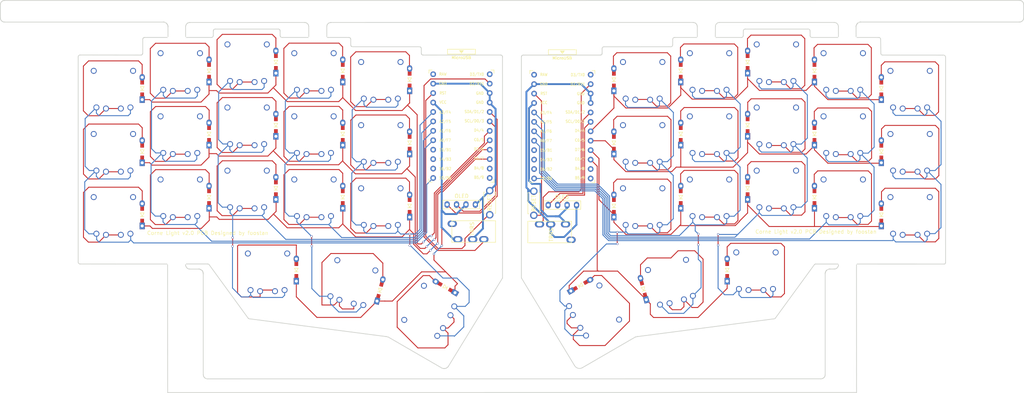
<source format=kicad_pcb>
(kicad_pcb (version 20211014) (generator pcbnew)
  (title_block (title "Corne Light") (date "2020-11-12") (rev "2.0") (company "foostan"))
  (layers (0 "F.Cu" signal) (31 "B.Cu" signal) (34 "B.Paste" user) (35 "F.Paste" user) (36 "B.SilkS" user "B.Silkscreen") (37 "F.SilkS" user "F.Silkscreen") (38 "B.Mask" user) (39 "F.Mask" user) (44 "Edge.Cuts" user))
  (net 0 "")
  (net 1 "row0")
  (net 3 "row1")
  (net 4 "Net-(D2-Pad2)")
  (net 5 "row2")
  (net 6 "Net-(D3-Pad2)")
  (net 7 "row3")
  (net 8 "Net-(D4-Pad2)")
  (net 9 "Net-(D5-Pad2)")
  (net 10 "Net-(D6-Pad2)")
  (net 12 "Net-(D8-Pad2)")
  (net 13 "Net-(D9-Pad2)")
  (net 14 "Net-(D10-Pad2)")
  (net 15 "Net-(D11-Pad2)")
  (net 16 "Net-(D12-Pad2)")
  (net 18 "Net-(D14-Pad2)")
  (net 19 "Net-(D15-Pad2)")
  (net 20 "Net-(D16-Pad2)")
  (net 21 "Net-(D17-Pad2)")
  (net 22 "Net-(D18-Pad2)")
  (net 23 "Net-(D19-Pad2)")
  (net 24 "Net-(D20-Pad2)")
  (net 25 "Net-(D21-Pad2)")
  (net 26 "GND")
  (net 27 "VCC")
  (net 29 "col1")
  (net 30 "col2")
  (net 31 "col3")
  (net 32 "col4")
  (net 33 "col5")
  (net 34 "data")
  (net 35 "reset")
  (net 36 "SCL")
  (net 37 "SDA")
  (net 45 "row0_r")
  (net 46 "Net-(D23-Pad2)")
  (net 47 "Net-(D24-Pad2)")
  (net 48 "Net-(D25-Pad2)")
  (net 49 "Net-(D26-Pad2)")
  (net 50 "Net-(D27-Pad2)")
  (net 51 "row1_r")
  (net 53 "Net-(D29-Pad2)")
  (net 54 "Net-(D30-Pad2)")
  (net 55 "Net-(D31-Pad2)")
  (net 56 "Net-(D32-Pad2)")
  (net 57 "Net-(D33-Pad2)")
  (net 58 "row2_r")
  (net 60 "Net-(D35-Pad2)")
  (net 61 "Net-(D36-Pad2)")
  (net 62 "Net-(D37-Pad2)")
  (net 63 "Net-(D38-Pad2)")
  (net 64 "Net-(D39-Pad2)")
  (net 65 "Net-(D40-Pad2)")
  (net 66 "row3_r")
  (net 67 "Net-(D41-Pad2)")
  (net 68 "Net-(D42-Pad2)")
  (net 69 "data_r")
  (net 71 "SDA_r")
  (net 72 "SCL_r")
  (net 73 "reset_r")
  (net 75 "col1_r")
  (net 76 "col2_r")
  (net 77 "col3_r")
  (net 78 "col4_r")
  (net 79 "col5_r")
  (net 81 "VDD")
  (net 82 "GNDA")
  (footprint "kbd:MJ-4PP-9_1side" (layer "F.Cu") (at 146.2145 84.432 -90)
    (fp_text reference "J1")
    (fp_text value "MJ-4PP-9" hide)
  )
  (footprint "kbd:D3_TH" (layer "F.Cu") (at 231.934847 75.170432 90)
    (fp_text reference "D36" hide)
    (fp_text value "D" hide)
  )
  (footprint "kbd:D3_TH" (layer "F.Cu") (at 213.934847 72.795432 90)
    (fp_text reference "D37" hide)
    (fp_text value "D" hide)
  )
  (footprint "kbd:D3_TH" (layer "F.Cu") (at 195.934847 75.170432 90)
    (fp_text reference "D38" hide)
    (fp_text value "D" hide)
  )
  (footprint "kbd:D3_TH" (layer "F.Cu") (at 177.934847 77.545432 90)
    (fp_text reference "D39" hide)
    (fp_text value "D" hide)
  )
  (footprint "kbd:D3_TH" (layer "F.Cu") (at 208.434847 94.795432 90)
    (fp_text reference "D40" hide)
    (fp_text value "D" hide)
  )
  (footprint "kbd:D3_TH" (layer "F.Cu") (at 185.881387 99.908609 105)
    (fp_text reference "D41" hide)
    (fp_text value "D" hide)
  )
  (footprint "kbd:D3_TH" (layer "F.Cu") (at 168.94128 98.943214 30)
    (fp_text reference "D42" hide)
    (fp_text value "D" hide)
  )
  (footprint "kbd:MJ-4PP-9_1side" (layer "F.Cu") (at 154.607847 84.565432 90)
    (fp_text reference "J6")
    (fp_text value "MJ-4PP-9" hide)
  )
  (footprint "kbd:ResetSW_1side" (layer "F.Cu") (at 156.374847 76.817432 -90)
    (fp_text reference "RSW2" hide)
    (fp_text value "SW_PUSH")
  )
  (footprint "kbd:Kailh_PG1232" (layer "F.Cu") (at 257.684847 45.920432)
    (fp_text reference "SW23" hide)
    (fp_text value "SW_PUSH" hide)
  )
  (footprint "kbd:Kailh_PG1232" (layer "F.Cu") (at 239.684847 41.170432)
    (fp_text reference "SW24" hide)
    (fp_text value "SW_PUSH" hide)
  )
  (footprint "kbd:Kailh_PG1232" (layer "F.Cu") (at 221.684847 38.795432)
    (fp_text reference "SW25" hide)
    (fp_text value "SW_PUSH" hide)
  )
  (footprint "kbd:Kailh_PG1232" (layer "F.Cu") (at 203.684847 41.170432)
    (fp_text reference "SW26" hide)
    (fp_text value "SW_PUSH" hide)
  )
  (footprint "kbd:Kailh_PG1232" (layer "F.Cu") (at 185.684847 43.545432)
    (fp_text reference "SW27" hide)
    (fp_text value "SW_PUSH" hide)
  )
  (footprint "kbd:Kailh_PG1232" (layer "F.Cu") (at 257.684847 62.920432)
    (fp_text reference "SW29" hide)
    (fp_text value "SW_PUSH" hide)
  )
  (footprint "kbd:Kailh_PG1232" (layer "F.Cu") (at 239.684847 58.170432)
    (fp_text reference "SW30" hide)
    (fp_text value "SW_PUSH" hide)
  )
  (footprint "kbd:Kailh_PG1232" (layer "F.Cu") (at 221.684847 55.795432)
    (fp_text reference "SW31" hide)
    (fp_text value "SW_PUSH" hide)
  )
  (footprint "kbd:Kailh_PG1232" (layer "F.Cu") (at 203.684847 58.170432)
    (fp_text reference "SW32" hide)
    (fp_text value "SW_PUSH" hide)
  )
  (footprint "kbd:Kailh_PG1232" (layer "F.Cu") (at 185.684847 60.545432)
    (fp_text reference "SW33" hide)
    (fp_text value "SW_PUSH" hide)
  )
  (footprint "kbd:Kailh_PG1232" (layer "F.Cu") (at 257.684847 79.920432)
    (fp_text reference "SW35" hide)
    (fp_text value "SW_PUSH" hide)
  )
  (footprint "kbd:Kailh_PG1232" (layer "F.Cu") (at 239.684847 75.170432)
    (fp_text reference "SW36" hide)
    (fp_text value "SW_PUSH" hide)
  )
  (footprint "kbd:Kailh_PG1232" (layer "F.Cu") (at 221.684847 72.795432)
    (fp_text reference "SW37" hide)
    (fp_text value "SW_PUSH" hide)
  )
  (footprint "kbd:Kailh_PG1232" (layer "F.Cu") (at 203.684847 75.170432)
    (fp_text reference "SW38" hide)
    (fp_text value "SW_PUSH" hide)
  )
  (footprint "kbd:Kailh_PG1232" (layer "F.Cu") (at 216.184847 94.795432)
    (fp_text reference "SW40" hide)
    (fp_text value "SW_PUSH" hide)
  )
  (footprint "kbd:Kailh_PG1232" (layer "F.Cu") (at 193.458738 98.007942 15)
    (fp_text reference "SW41" hide)
    (fp_text value "SW_PUSH" hide)
  )
  (footprint "kbd:Kailh_PG1232" (layer "F.Cu") (at 185.684847 77.545432)
    (fp_text reference "SW39" hide)
    (fp_text value "SW_PUSH" hide)
  )
  (footprint "kbd:D3_TH" (layer "F.Cu") (at 249.934847 45.920432 90)
    (fp_text reference "D23" hide)
    (fp_text value "D" hide)
  )
  (footprint "kbd:D3_TH" (layer "F.Cu") (at 231.934847 41.170432 90)
    (fp_text reference "D24" hide)
    (fp_text value "D" hide)
  )
  (footprint "kbd:D3_TH" (layer "F.Cu") (at 213.934847 38.795432 90)
    (fp_text reference "D25" hide)
    (fp_text value "D" hide)
  )
  (footprint "kbd:D3_TH" (layer "F.Cu") (at 195.934847 41.170432 90)
    (fp_text reference "D26" hide)
    (fp_text value "D" hide)
  )
  (footprint "kbd:D3_TH" (layer "F.Cu") (at 177.934847 43.545432 90)
    (fp_text reference "D27" hide)
    (fp_text value "D" hide)
  )
  (footprint "kbd:D3_TH" (layer "F.Cu") (at 249.934847 62.920432 90)
    (fp_text reference "D29" hide)
    (fp_text value "D" hide)
  )
  (footprint "kbd:D3_TH" (layer "F.Cu") (at 231.934847 58.170432 90)
    (fp_text reference "D30" hide)
    (fp_text value "D" hide)
  )
  (footprint "kbd:D3_TH" (layer "F.Cu") (at 213.934847 55.795432 90)
    (fp_text reference "D31" hide)
    (fp_text value "D" hide)
  )
  (footprint "kbd:D3_TH" (layer "F.Cu") (at 195.934847 58.170432 90)
    (fp_text reference "D32" hide)
    (fp_text value "D" hide)
  )
  (footprint "kbd:D3_TH" (layer "F.Cu") (at 50.9375 79.92 90)
    (fp_text reference "D14" hide)
    (fp_text value "D" hide)
  )
  (footprint "kbd:D3_TH" (layer "F.Cu") (at 50.9375 62.92 90)
    (fp_text reference "D8" hide)
    (fp_text value "D" hide)
  )
  (footprint "kbd:D3_TH" (layer "F.Cu") (at 50.9375 45.92 90)
    (fp_text reference "D2" hide)
    (fp_text value "D" hide)
  )
  (footprint "kbd:D3_TH" (layer "F.Cu") (at 177.934847 60.545432 90)
    (fp_text reference "D33" hide)
    (fp_text value "D" hide)
  )
  (footprint "kbd:ProMicro_v3" (layer "F.Cu") (at 136.8925 56.56)
    (fp_text reference "U1" hide)
    (fp_text value "ProMicro" hide)
  )
  (footprint "kbd:ProMicro_v3" (layer "F.Cu") (at 164.062847 56.686432)
    (fp_text reference "U2" hide)
    (fp_text value "ProMicro" hide)
  )
  (footprint "kbd:Kailh_PG1232" (layer "F.Cu") (at 115.1875 43.545)
    (fp_text reference "SW6" hide)
    (fp_text value "SW_PUSH" hide)
  )
  (footprint "kbd:Kailh_PG1232" (layer "F.Cu") (at 97.1875 41.17)
    (fp_text reference "SW5" hide)
    (fp_text value "SW_PUSH" hide)
  )
  (footprint "kbd:Kailh_PG1232" (layer "F.Cu") (at 79.1875 38.795)
    (fp_text reference "SW4" hide)
    (fp_text value "SW_PUSH" hide)
  )
  (footprint "kbd:Kailh_PG1232" (layer "F.Cu") (at 61.1875 41.17)
    (fp_text reference "SW3" hide)
    (fp_text value "SW_PUSH" hide)
  )
  (footprint "kbd:Kailh_PG1232" (layer "F.Cu") (at 43.1875 45.92)
    (fp_text reference "SW2" hide)
    (fp_text value "SW_PUSH" hide)
  )
  (footprint "kbd:Kailh_PG1232" (layer "F.Cu") (at 115.1875 77.545)
    (fp_text reference "SW18" hide)
    (fp_text value "SW_PUSH" hide)
  )
  (footprint "kbd:Kailh_PG1232" (layer "F.Cu") (at 128.255563 106.000412 60)
    (fp_text reference "SW21" hide)
    (fp_text value "SW_PUSH" hide)
  )
  (footprint "kbd:D3_TH" (layer "F.Cu") (at 132.560861 99.399493 150)
    (fp_text reference "D21" hide)
    (fp_text value "D" hide)
  )
  (footprint "kbd:D3_TH" (layer "F.Cu") (at 114.943655 100.259781 75)
    (fp_text reference "D20" hide)
    (fp_text value "D" hide)
  )
  (footprint "kbd:D3_TH" (layer "F.Cu") (at 92.4375 94.795 90)
    (fp_text reference "D19" hide)
    (fp_text value "D" hide)
  )
  (footprint "kbd:D3_TH" (layer "F.Cu") (at 122.9375 77.545 90)
    (fp_text reference "D18" hide)
    (fp_text value "D" hide)
  )
  (footprint "kbd:D3_TH" (layer "F.Cu") (at 104.9375 75.17 90)
    (fp_text reference "D17" hide)
    (fp_text value "D" hide)
  )
  (footprint "kbd:D3_TH" (layer "F.Cu") (at 86.9375 72.795 90)
    (fp_text reference "D16" hide)
    (fp_text value "D" hide)
  )
  (footprint "kbd:D3_TH" (layer "F.Cu") (at 68.9375 75.17 90)
    (fp_text reference "D15" hide)
    (fp_text value "D" hide)
  )
  (footprint "kbd:D3_TH" (layer "F.Cu") (at 122.9375 60.545 90)
    (fp_text reference "D12" hide)
    (fp_text value "D" hide)
  )
  (footprint "kbd:D3_TH" (layer "F.Cu") (at 104.9375 58.17 90)
    (fp_text reference "D11" hide)
    (fp_text value "D" hide)
  )
  (footprint "kbd:D3_TH" (layer "F.Cu") (at 86.9375 55.795 90)
    (fp_text reference "D10" hide)
    (fp_text value "D" hide)
  )
  (footprint "kbd:D3_TH" (layer "F.Cu") (at 68.9375 58.17 90)
    (fp_text reference "D9" hide)
    (fp_text value "D" hide)
  )
  (footprint "kbd:D3_TH" (layer "F.Cu") (at 122.9375 43.545 90)
    (fp_text reference "D6" hide)
    (fp_text value "D" hide)
  )
  (footprint "kbd:D3_TH" (layer "F.Cu") (at 104.9375 41.17 90)
    (fp_text reference "D5" hide)
    (fp_text value "D" hide)
  )
  (footprint "kbd:D3_TH" (layer "F.Cu") (at 86.9375 38.795 90)
    (fp_text reference "D4" hide)
    (fp_text value "D" hide)
  )
  (footprint "kbd:D3_TH" (layer "F.Cu") (at 68.9375 41.17 90)
    (fp_text reference "D3" hide)
    (fp_text value "D" hide)
  )
  (footprint "kbd:Kailh_PG1232" (layer "F.Cu") (at 107.362319 98.120702 -15)
    (fp_text reference "SW20" hide)
    (fp_text value "SW_PUSH" hide)
  )
  (footprint "kbd:Kailh_PG1232" (layer "F.Cu") (at 84.6875 95.095)
    (fp_text reference "SW19" hide)
    (fp_text value "SW_PUSH" hide)
  )
  (footprint "kbd:Kailh_PG1232" (layer "F.Cu") (at 97.1875 75.17)
    (fp_text reference "SW17" hide)
    (fp_text value "SW_PUSH" hide)
  )
  (footprint "kbd:Kailh_PG1232" (layer "F.Cu") (at 79.1875 72.795)
    (fp_text reference "SW16" hide)
    (fp_text value "SW_PUSH" hide)
  )
  (footprint "kbd:Kailh_PG1232" (layer "F.Cu") (at 61.1875 75.17)
    (fp_text reference "SW15" hide)
    (fp_text value "SW_PUSH" hide)
  )
  (footprint "kbd:Kailh_PG1232" (layer "F.Cu") (at 43.1875 79.92)
    (fp_text reference "SW14" hide)
    (fp_text value "SW_PUSH" hide)
  )
  (footprint "kbd:Kailh_PG1232" (layer "F.Cu") (at 115.1875 60.545)
    (fp_text reference "SW12" hide)
    (fp_text value "SW_PUSH" hide)
  )
  (footprint "kbd:Kailh_PG1232" (layer "F.Cu") (at 97.1875 58.17)
    (fp_text reference "SW11" hide)
    (fp_text value "SW_PUSH" hide)
  )
  (footprint "kbd:Kailh_PG1232" (layer "F.Cu") (at 79.1875 55.795)
    (fp_text reference "SW10" hide)
    (fp_text value "SW_PUSH" hide)
  )
  (footprint "kbd:Kailh_PG1232" (layer "F.Cu") (at 61.1875 58.17)
    (fp_text reference "SW9" hide)
    (fp_text value "SW_PUSH" hide)
  )
  (footprint "kbd:Kailh_PG1232" (layer "F.Cu") (at 43.1875 62.92)
    (fp_text reference "SW8" hide)
    (fp_text value "SW_PUSH" hide)
  )
  (footprint "kbd:D3_TH" (layer "F.Cu") (at 249.934847 79.920432 90)
    (fp_text reference "D35" hide)
    (fp_text value "D" hide)
  )
  (footprint "kbd:Kailh_PG1232" (layer "F.Cu") (at 172.570292 105.926069 -60)
    (fp_text reference "SW42" hide)
    (fp_text value "SW_PUSH" hide)
  )
  (footprint "kbd:OLED_1side" (layer "F.Cu") (at 133.0285 77.168)
    (fp_text reference "J2")
    (fp_text value "OLED" hide)
  )
  (footprint "kbd:ResetSW_1side" (layer "F.Cu") (at 144.5045 76.671 -90)
    (fp_text reference "RSW1" hide)
    (fp_text value "SW_PUSH")
  )
  (footprint "kbd:OLED_1side" (layer "F.Cu") (at 160.2575 77.31)
    (fp_text reference "J7")
    (fp_text value "OLED" hide)
  )
  (footprint "kbd:Breakaway_Tabs" (layer "F.Cu") (at 60.257924 32.168396)
    (fp_text reference "REF**")
    (fp_text value "Breakaway_Tabs")
  )
  (footprint "kbd:Breakaway_Tabs" (layer "F.Cu") (at 202.815725 32.176604)
    (fp_text reference "REF**")
    (fp_text value "Breakaway_Tabs")
  )
  (footprint "kbd:Breakaway_Tabs" (layer "F.Cu") (at 240.777177 32.178009)
    (fp_text reference "REF**")
    (fp_text value "Breakaway_Tabs")
  )
  (footprint "kbd:Breakaway_Tabs" (layer "F.Cu") (at 240.825399 93.192471)
    (fp_text reference "REF**")
    (fp_text value "Breakaway_Tabs")
  )
  (footprint "kbd:Breakaway_Tabs" (layer "F.Cu") (at 60.208351 93.167626)
    (fp_text reference "REF**")
    (fp_text value "Breakaway_Tabs")
  )
  (footprint "kbd:Breakaway_Tabs" (layer "F.Cu") (at 98.219885 32.174048)
    (fp_text reference "REF**")
    (fp_text value "Breakaway_Tabs")
  )
  (gr_line (start 243.892817 28.133466) (end 243.892817 28.133466) (layer "Edge.Cuts") (width 0.2))
  (gr_line (start 243.900437 28.130926) (end 244.121417 28.062346) (layer "Edge.Cuts") (width 0.2))
  (gr_line (start 238.386102 32.184762) (end 238.369682 29.257505) (layer "Edge.Cuts") (width 0.2))
  (gr_line (start 235.368585 94.74998) (end 235.371125 94.74744) (layer "Edge.Cuts") (width 0.2))
  (gr_line (start 57.512881 28.400166) (end 57.515421 28.402706) (layer "Edge.Cuts") (width 0.2))
  (gr_line (start 234.919006 95.30624) (end 234.919006 95.30624) (layer "Edge.Cuts") (width 0.2))
  (gr_line (start 66.611152 94.635681) (end 66.616232 94.638221) (layer "Edge.Cuts") (width 0.2))
  (gr_line (start 287.565534 27.945506) (end 287.761114 27.841367) (layer "Edge.Cuts") (width 0.2))
  (gr_line (start 237.479323 94.511221) (end 237.692683 94.445181) (layer "Edge.Cuts") (width 0.2))
  (gr_line (start 234.919006 95.30116) (end 234.921546 95.29608) (layer "Edge.Cuts") (width 0.2))
  (gr_line (start 68.82095 93.241222) (end 68.67363 93.187882) (layer "Edge.Cuts") (width 0.2))
  (gr_line (start 67.286791 95.30624) (end 67.355371 95.52722) (layer "Edge.Cuts") (width 0.2))
  (gr_line (start 174.672805 36.738978) (end 174.571205 36.838038) (layer "Edge.Cuts") (width 0.2))
  (gr_line (start 87.583911 29.929244) (end 70.583708 29.929244) (layer "Edge.Cuts") (width 0.2))
  (gr_line (start 243.229877 28.804026) (end 243.232417 28.801486) (layer "Edge.Cuts") (width 0.2))
  (gr_line (start 101.327838 28.232526) (end 101.132258 28.339206) (layer "Edge.Cuts") (width 0.2))
  (gr_line (start 88.185891 31.981562) (end 88.284951 32.080622) (layer "Edge.Cuts") (width 0.2))
  (gr_line (start 147.438922 36.912987) (end 126.585573 36.929478) (layer "Edge.Cuts") (width 0.2))
  (gr_line (start 101.762177 28.143626) (end 101.541197 28.166486) (layer "Edge.Cuts") (width 0.2))
  (gr_line (start 288.264033 23.335411) (end 288.264033 23.330331) (layer "Edge.Cuts") (width 0.2))
  (gr_line (start 243.684537 28.247766) (end 243.687077 28.245226) (layer "Edge.Cuts") (width 0.2))
  (gr_line (start 235.815625 94.559481) (end 235.818165 94.559481) (layer "Edge.Cuts") (width 0.2))
  (gr_line (start 243.892817 28.133466) (end 243.892817 28.133466) (layer "Edge.Cuts") (width 0.2))
  (gr_line (start 51.284807 32.281282) (end 51.183207 32.382882) (layer "Edge.Cuts") (width 0.2))
  (gr_line (start 237.250723 94.534081) (end 237.255803 94.534081) (layer "Edge.Cuts") (width 0.2))
  (gr_line (start 236.054385 94.534081) (end 236.062005 94.534081) (layer "Edge.Cuts") (width 0.2))
  (gr_line (start 13.263585 27.854067) (end 13.459164 27.958206) (layer "Edge.Cuts") (width 0.2))
  (gr_line (start 235.371125 94.74744) (end 235.376205 94.7449) (layer "Edge.Cuts") (width 0.2))
  (gr_line (start 67.355371 95.5323) (end 67.355371 95.53738) (layer "Edge.Cuts") (width 0.2))
  (gr_line (start 107.286672 34.57998) (end 107.416212 34.6511) (layer "Edge.Cuts") (width 0.2))
  (gr_line (start 57.517961 28.407786) (end 57.665281 28.585586) (layer "Edge.Cuts") (width 0.2))
  (gr_line (start 57.881181 29.279005) (end 57.886261 32.179682) (layer "Edge.Cuts") (width 0.2))
  (gr_line (start 234.825026 95.768519) (end 234.847886 95.53738) (layer "Edge.Cuts") (width 0.2))
  (gr_line (start 221.022679 107.937647) (end 184.352736 112.707763) (layer "Edge.Cuts") (width 0.2))
  (gr_line (start 50.583768 36.929478) (end 50.756488 36.901538) (layer "Edge.Cuts") (width 0.2))
  (gr_line (start 67.167411 95.08526) (end 67.169951 95.09034) (layer "Edge.Cuts") (width 0.2))
  (gr_line (start 234.825026 95.768519) (end 234.825026 95.768519) (layer "Edge.Cuts") (width 0.2))
  (gr_line (start 57.881181 29.271385) (end 57.881181 29.273925) (layer "Edge.Cuts") (width 0.2))
  (gr_line (start 67.403631 123.185252) (end 67.469671 123.396072) (layer "Edge.Cuts") (width 0.2))
  (gr_line (start 153.124225 37.137757) (end 153.225825 37.036157) (layer "Edge.Cuts") (width 0.2))
  (gr_line (start 116.837062 112.748403) (end 116.664342 112.720463) (layer "Edge.Cuts") (width 0.2))
  (gr_line (start 70.113808 30.261984) (end 70.085868 30.429624) (layer "Edge.Cuts") (width 0.2))
  (gr_line (start 235.810545 94.562021) (end 235.810545 94.562021) (layer "Edge.Cuts") (width 0.2))
  (gr_line (start 57.787201 28.806566) (end 57.853241 29.027545) (layer "Edge.Cuts") (width 0.2))
  (gr_line (start 67.888771 123.904072) (end 68.08435 124.008212) (layer "Edge.Cuts") (width 0.2))
  (gr_line (start 234.847886 95.53484) (end 234.850426 95.5323) (layer "Edge.Cuts") (width 0.2))
  (gr_line (start 235.033306 95.0878) (end 235.035846 95.08526) (layer "Edge.Cuts") (width 0.2))
  (gr_line (start 95.076904 28.229986) (end 94.863544 28.166486) (layer "Edge.Cuts") (width 0.2))
  (gr_line (start 66.824512 94.74744) (end 66.824512 94.74998) (layer "Edge.Cuts") (width 0.2))
  (gr_line (start 147.736102 37.012046) (end 147.837702 37.113646) (layer "Edge.Cuts") (width 0.2))
  (gr_line (start 174.274026 36.937098) (end 174.274026 36.937098) (layer "Edge.Cuts") (width 0.2))
  (gr_line (start 288.264033 23.330331) (end 288.238633 23.106811) (layer "Edge.Cuts") (width 0.2))
  (gr_line (start 62.961176 28.481446) (end 62.821476 28.651626) (layer "Edge.Cuts") (width 0.2))
  (gr_line (start 244.131577 28.059806) (end 244.362716 28.034406) (layer "Edge.Cuts") (width 0.2))
  (gr_line (start 56.880422 28.067426) (end 56.882962 28.067426) (layer "Edge.Cuts") (width 0.2))
  (gr_line (start 250.273291 36.934558) (end 266.651215 36.9459) (layer "Edge.Cuts") (width 0.2))
  (gr_line (start 62.625896 93.16) (end 62.630976 93.406322) (layer "Edge.Cuts") (width 0.2))
  (gr_line (start 67.012472 94.89984) (end 67.012472 94.89984) (layer "Edge.Cuts") (width 0.2))
  (gr_line (start 95.691583 28.842126) (end 95.587443 28.646546) (layer "Edge.Cuts") (width 0.2))
  (gr_line (start 133.004146 121.092294) (end 133.126066 120.998315) (layer "Edge.Cuts") (width 0.2))
  (gr_line (start 243.892817 28.133466) (end 243.897897 28.130926) (layer "Edge.Cuts") (width 0.2))
  (gr_line (start 101.541197 28.166486) (end 101.327838 28.232526) (layer "Edge.Cuts") (width 0.2))
  (gr_line (start 62.653836 93.634922) (end 62.719876 93.848281) (layer "Edge.Cuts") (width 0.2))
  (gr_line (start 50.886027 36.830418) (end 50.985087 36.728818) (layer "Edge.Cuts") (width 0.2))
  (gr_line (start 132.879686 121.165954) (end 133.004146 121.092294) (layer "Edge.Cuts") (width 0.2))
  (gr_line (start 12.778445 27.135247) (end 12.844485 27.348607) (layer "Edge.Cuts") (width 0.2))
  (gr_line (start 200.38774 29.273925) (end 200.38774 29.266305) (layer "Edge.Cuts") (width 0.2))
  (gr_line (start 70.085868 30.429624) (end 70.085868 30.429624) (layer "Edge.Cuts") (width 0.2))
  (gr_line (start 243.229877 28.806566) (end 243.229877 28.804026) (layer "Edge.Cuts") (width 0.2))
  (gr_line (start 243.346717 28.588126) (end 243.346717 28.583046) (layer "Edge.Cuts") (width 0.2))
  (gr_line (start 237.692683 94.445181) (end 237.885723 94.341041) (layer "Edge.Cuts") (width 0.2))
  (gr_line (start 67.380771 122.961733) (end 67.403631 123.185252) (layer "Edge.Cuts") (width 0.2))
  (gr_line (start 234.324646 123.888832) (end 234.494826 123.749132) (layer "Edge.Cuts") (width 0.2))
  (gr_line (start 231.248109 32.183569) (end 238.386102 32.184762) (layer "Edge.Cuts") (width 0.2))
  (gr_line (start 57.512881 28.400166) (end 57.512881 28.400166) (layer "Edge.Cuts") (width 0.2))
  (gr_line (start 13.454084 22.296552) (end 13.258505 22.400692) (layer "Edge.Cuts") (width 0.2))
  (gr_line (start 287.123574 22.197492) (end 13.893504 22.207652) (layer "Edge.Cuts") (width 0.2))
  (gr_line (start 79.834379 107.930027) (end 116.504323 112.700143) (layer "Edge.Cuts") (width 0.2))
  (gr_line (start 244.123957 28.062346) (end 244.129037 28.059806) (layer "Edge.Cuts") (width 0.2))
  (gr_line (start 101.769797 28.143626) (end 101.762177 28.143626) (layer "Edge.Cuts") (width 0.2))
  (gr_line (start 63.138975 94.353741) (end 63.334555 94.457881) (layer "Edge.Cuts") (width 0.2))
  (gr_line (start 199.249821 28.136006) (end 101.769797 28.143626) (layer "Edge.Cuts") (width 0.2))
  (gr_line (start 235.376205 94.7449) (end 235.579405 94.633141) (layer "Edge.Cuts") (width 0.2))
  (gr_line (start 63.768895 28.143626) (end 63.763815 28.143626) (layer "Edge.Cuts") (width 0.2))
  (gr_line (start 56.646742 28.044566) (end 56.649282 28.044566) (layer "Edge.Cuts") (width 0.2))
  (gr_line (start 235.579405 94.633141) (end 235.579405 94.633141) (layer "Edge.Cuts") (width 0.2))
  (gr_line (start 107.055532 32.509882) (end 106.984412 32.380342) (layer "Edge.Cuts") (width 0.2))
  (gr_line (start 117.159642 112.829683) (end 131.454748 121.092294) (layer "Edge.Cuts") (width 0.2))
  (gr_line (start 243.679457 28.250306) (end 243.681997 28.250306) (layer "Edge.Cuts") (width 0.2))
  (gr_line (start 174.571205 36.838038) (end 174.441665 36.909158) (layer "Edge.Cuts") (width 0.2))
  (gr_line (start 234.825026 122.943953) (end 234.825026 95.771059) (layer "Edge.Cuts") (width 0.2))
  (gr_line (start 56.888042 28.069966) (end 57.111561 28.136006) (layer "Edge.Cuts") (width 0.2))
  (gr_line (start 87.583911 29.929244) (end 87.583911 29.929244) (layer "Edge.Cuts") (width 0.2))
  (gr_line (start 200.1947 28.636386) (end 200.05246 28.466206) (layer "Edge.Cuts") (width 0.2))
  (gr_line (start 57.855781 29.037705) (end 57.881181 29.268845) (layer "Edge.Cuts") (width 0.2))
  (gr_line (start 184.019996 112.756023) (end 184.192716 112.728083) (layer "Edge.Cuts") (width 0.2))
  (gr_line (start 66.387632 94.569641) (end 66.611152 94.635681) (layer "Edge.Cuts") (width 0.2))
  (gr_line (start 57.787201 93.185342) (end 57.799912 127.780774) (layer "Edge.Cuts") (width 0.2))
  (gr_arc (start 266.651215 36.9459) (mid 267.072921 37.120659) (end 267.247399 37.542481) (layer "Edge.Cuts") (width 0.2))
  (gr_line (start 13.672524 28.021706) (end 13.896044 28.044566) (layer "Edge.Cuts") (width 0.2))
  (gr_line (start 66.832132 94.75506) (end 67.012472 94.89984) (layer "Edge.Cuts") (width 0.2))
  (gr_line (start 88.41703 32.151742) (end 88.58467 32.179682) (layer "Edge.Cuts") (width 0.2))
  (gr_line (start 153.523005 36.937098) (end 174.274026 36.937098) (layer "Edge.Cuts") (width 0.2))
  (gr_line (start 57.853241 29.027545) (end 57.855781 29.027545) (layer "Edge.Cuts") (width 0.2))
  (gr_line (start 147.94618 96.95166) (end 147.939301 37.413366) (layer "Edge.Cuts") (width 0.2))
  (gr_arc (start 212.763242 31.696448) (mid 212.619474 32.043534) (end 212.272388 32.187302) (layer "Edge.Cuts") (width 0.2))
  (gr_line (start 57.119181 28.138546) (end 57.324921 28.247766) (layer "Edge.Cuts") (width 0.2))
  (gr_line (start 51.183207 32.382882) (end 51.114627 32.512422) (layer "Edge.Cuts") (width 0.2))
  (gr_line (start 50.985087 36.728818) (end 51.056207 36.599278) (layer "Edge.Cuts") (width 0.2))
  (gr_line (start 67.015012 94.90492) (end 67.017552 94.90746) (layer "Edge.Cuts") (width 0.2))
  (gr_line (start 12.755585 26.906647) (end 12.755585 26.911727) (layer "Edge.Cuts") (width 0.2))
  (gr_arc (start 34.222758 93.176255) (mid 33.859905 93.025956) (end 33.709606 92.663103) (layer "Edge.Cuts") (width 0.2))
  (gr_line (start 95.780483 29.281545) (end 95.780483 29.276465) (layer "Edge.Cuts") (width 0.2))
  (gr_line (start 100.631878 29.284085) (end 100.636958 32.179682) (layer "Edge.Cuts") (width 0.2))
  (gr_line (start 13.459164 27.958206) (end 13.672524 28.021706) (layer "Edge.Cuts") (width 0.2))
  (gr_line (start 288.241173 27.117467) (end 288.264033 26.896487) (layer "Edge.Cuts") (width 0.2))
  (gr_line (start 125.884533 34.78064) (end 125.752454 34.70952) (layer "Edge.Cuts") (width 0.2))
  (gr_line (start 232.180888 93.195502) (end 232.272328 93.187882) (layer "Edge.Cuts") (width 0.2))
  (gr_line (start 66.380012 94.567101) (end 66.380012 94.567101) (layer "Edge.Cuts") (width 0.2))
  (gr_line (start 57.515421 28.402706) (end 57.517961 28.407786) (layer "Edge.Cuts") (width 0.2))
  (gr_line (start 66.616232 94.638221) (end 66.618772 94.638221) (layer "Edge.Cuts") (width 0.2))
  (gr_line (start 51.056207 36.599278) (end 51.084147 36.431638) (layer "Edge.Cuts") (width 0.2))
  (gr_line (start 51.114627 32.512422) (end 51.084147 32.680062) (layer "Edge.Cuts") (width 0.2))
  (gr_line (start 107.113952 34.35138) (end 107.185072 34.48092) (layer "Edge.Cuts") (width 0.2))
  (gr_line (start 244.362716 28.034406) (end 244.362716 28.034406) (layer "Edge.Cuts") (width 0.2))
  (gr_line (start 287.126114 28.034406) (end 287.131194 28.034406) (layer "Edge.Cuts") (width 0.2))
  (gr_line (start 235.368585 94.74998) (end 235.368585 94.74998) (layer "Edge.Cuts") (width 0.2))
  (gr_line (start 199.87974 28.326506) (end 199.68416 28.222366) (layer "Edge.Cuts") (width 0.2))
  (gr_line (start 193.766189 34.191138) (end 193.773432 32.685296) (layer "Edge.Cuts") (width 0.2))
  (gr_line (start 205.260497 29.252563) (end 205.236595 32.187302) (layer "Edge.Cuts") (width 0.2))
  (gr_line (start 66.824512 94.74998) (end 66.829592 94.74998) (layer "Edge.Cuts") (width 0.2))
  (gr_line (start 66.824512 94.74744) (end 66.824512 94.74744) (layer "Edge.Cuts") (width 0.2))
  (gr_line (start 67.380771 95.768519) (end 67.380771 95.771059) (layer "Edge.Cuts") (width 0.2))
  (gr_line (start 67.380771 95.768519) (end 67.380771 95.768519) (layer "Edge.Cuts") (width 0.2))
  (gr_line (start 57.799912 127.780774) (end 243.269616 127.770367) (layer "Edge.Cuts") (width 0.2))
  (gr_line (start 234.919006 95.30624) (end 234.919006 95.30116) (layer "Edge.Cuts") (width 0.2))
  (gr_line (start 88.084291 30.429624) (end 88.056351 30.259444) (layer "Edge.Cuts") (width 0.2))
  (gr_line (start 235.035846 95.08526) (end 235.180625 94.90492) (layer "Edge.Cuts") (width 0.2))
  (gr_line (start 56.877882 28.067426) (end 56.877882 28.067426) (layer "Edge.Cuts") (width 0.2))
  (gr_line (start 238.302282 93.830501) (end 238.365782 93.617142) (layer "Edge.Cuts") (width 0.2))
  (gr_line (start 153.355365 36.965038) (end 153.523005 36.937098) (layer "Edge.Cuts") (width 0.2))
  (gr_arc (start 267.241768 92.818981) (mid 267.133001 93.081568) (end 266.870414 93.190335) (layer "Edge.Cuts") (width 0.2))
  (gr_line (start 126.585573 36.929478) (end 126.585573 36.929478) (layer "Edge.Cuts") (width 0.2))
  (gr_line (start 70.184928 30.132444) (end 70.113808 30.261984) (layer "Edge.Cuts") (width 0.2))
  (gr_line (start 126.054713 35.009239) (end 125.983593 34.8797) (layer "Edge.Cuts") (width 0.2))
  (gr_line (start 133.230206 120.901795) (end 133.324186 120.792575) (layer "Edge.Cuts") (width 0.2))
  (gr_line (start 70.085868 30.429624) (end 70.076176 31.688995) (layer "Edge.Cuts") (width 0.2))
  (gr_line (start 66.385092 94.567101) (end 66.387632 94.569641) (layer "Edge.Cuts") (width 0.2))
  (gr_line (start 234.494826 123.749132) (end 234.637066 123.576412) (layer "Edge.Cuts") (width 0.2))
  (gr_line (start 244.365256 28.034406) (end 244.367796 28.034406) (layer "Edge.Cuts") (width 0.2))
  (gr_line (start 57.667821 28.585586) (end 57.670361 28.590666) (layer "Edge.Cuts") (width 0.2))
  (gr_line (start 131.718908 121.229454) (end 131.871307 121.280254) (layer "Edge.Cuts") (width 0.2))
  (gr_line (start 235.180625 94.90492) (end 235.183165 94.90492) (layer "Edge.Cuts") (width 0.2))
  (gr_line (start 243.341637 28.593206) (end 243.341637 28.593206) (layer "Edge.Cuts") (width 0.2))
  (gr_line (start 57.881181 29.279005) (end 57.881181 29.279005) (layer "Edge.Cuts") (width 0.2))
  (gr_line (start 13.258505 22.400692) (end 13.085785 22.542932) (layer "Edge.Cuts") (width 0.2))
  (gr_line (start 106.585632 32.179682) (end 100.636958 32.179682) (layer "Edge.Cuts") (width 0.2))
  (gr_arc (start 205.260497 29.252563) (mid 205.587529 28.463038) (end 206.377054 28.136006) (layer "Edge.Cuts") (width 0.2))
  (gr_line (start 235.579405 94.633141) (end 235.579405 94.633141) (layer "Edge.Cuts") (width 0.2))
  (gr_line (start 183.854896 112.794123) (end 184.019996 112.756023) (layer "Edge.Cuts") (width 0.2))
  (gr_line (start 66.611152 94.635681) (end 66.611152 94.635681) (layer "Edge.Cuts") (width 0.2))
  (gr_line (start 107.086012 34.1812) (end 107.086012 32.680062) (layer "Edge.Cuts") (width 0.2))
  (gr_line (start 243.161298 29.037705) (end 243.161298 29.037705) (layer "Edge.Cuts") (width 0.2))
  (gr_arc (start 250.273291 36.934558) (mid 249.938667 36.795952) (end 249.800061 36.461328) (layer "Edge.Cuts") (width 0.2))
  (gr_line (start 107.416212 34.6511) (end 107.583851 34.67904) (layer "Edge.Cuts") (width 0.2))
  (gr_line (start 126.085193 36.429098) (end 126.115673 36.601818) (layer "Edge.Cuts") (width 0.2))
  (gr_line (start 57.886261 32.179682) (end 51.584527 32.179682) (layer "Edge.Cuts") (width 0.2))
  (gr_line (start 88.084291 31.679303) (end 88.114771 31.852023) (layer "Edge.Cuts") (width 0.2))
  (gr_line (start 234.738666 123.380832) (end 234.804706 123.167472) (layer "Edge.Cuts") (width 0.2))
  (gr_line (start 116.664342 112.720463) (end 116.504323 112.700143) (layer "Edge.Cuts") (width 0.2))
  (gr_line (start 67.355371 95.52722) (end 67.355371 95.52976) (layer "Edge.Cuts") (width 0.2))
  (gr_line (start 133.324186 120.792575) (end 133.380066 120.716375) (layer "Edge.Cuts") (width 0.2))
  (gr_line (start 234.847886 95.53738) (end 234.847886 95.53484) (layer "Edge.Cuts") (width 0.2))
  (gr_line (start 57.324921 28.247766) (end 57.327461 28.250306) (layer "Edge.Cuts") (width 0.2))
  (gr_line (start 67.167411 95.08526) (end 67.167411 95.08526) (layer "Edge.Cuts") (width 0.2))
  (gr_line (start 234.847886 95.53738) (end 234.847886 95.53738) (layer "Edge.Cuts") (width 0.2))
  (gr_line (start 233.694727 124.084411) (end 233.915707 124.061552) (layer "Edge.Cuts") (width 0.2))
  (gr_line (start 56.877882 28.067426) (end 56.877882 28.067426) (layer "Edge.Cuts") (width 0.2))
  (gr_line (start 57.782121 28.798946) (end 57.784661 28.801486) (layer "Edge.Cuts") (width 0.2))
  (gr_arc (start 33.711366 37.403463) (mid 33.85799 37.049482) (end 34.211971 36.902858) (layer "Edge.Cuts") (width 0.2))
  (gr_line (start 287.761114 27.841367) (end 287.933833 27.699127) (layer "Edge.Cuts") (width 0.2))
  (gr_line (start 174.743925 36.609438) (end 174.672805 36.738978) (layer "Edge.Cuts") (width 0.2))
  (gr_line (start 200.29884 28.831966) (end 200.1947 28.636386) (layer "Edge.Cuts") (width 0.2))
  (gr_line (start 174.773599 35.185306) (end 174.771865 36.436718) (layer "Edge.Cuts") (width 0.2))
  (gr_line (start 57.881181 29.268845) (end 57.881181 29.271385) (layer "Edge.Cuts") (width 0.2))
  (gr_line (start 67.169951 95.09034) (end 67.172491 95.09288) (layer "Edge.Cuts") (width 0.2))
  (gr_line (start 244.362716 28.034406) (end 244.365256 28.034406) (layer "Edge.Cuts") (width 0.2))
  (gr_line (start 184.192716 112.728083) (end 184.352736 112.707763) (layer "Edge.Cuts") (width 0.2))
  (gr_line (start 235.030766 95.09288) (end 235.030766 95.09034) (layer "Edge.Cuts") (width 0.2))
  (gr_line (start 100.962078 28.481446) (end 100.819838 28.651626) (layer "Edge.Cuts") (width 0.2))
  (gr_line (start 62.719876 93.848281) (end 62.826556 94.041321) (layer "Edge.Cuts") (width 0.2))
  (gr_line (start 234.129066 123.995512) (end 234.324646 123.888832) (layer "Edge.Cuts") (width 0.2))
  (gr_line (start 101.132258 28.339206) (end 100.962078 28.481446) (layer "Edge.Cuts") (width 0.2))
  (gr_line (start 244.121417 28.062346) (end 244.123957 28.062346) (layer "Edge.Cuts") (width 0.2))
  (gr_line (start 100.652198 29.060565) (end 100.631878 29.284085) (layer "Edge.Cuts") (width 0.2))
  (gr_line (start 50.583768 36.929478) (end 34.211971 36.902858) (layer "Edge.Cuts") (width 0.2))
  (gr_line (start 237.248183 28.136006) (end 206.377054 28.136006) (layer "Edge.Cuts") (width 0.2))
  (gr_line (start 57.324921 28.247766) (end 57.324921 28.247766) (layer "Edge.Cuts") (width 0.2))
  (gr_line (start 236.062005 94.534081) (end 237.250723 94.534081) (layer "Edge.Cuts") (width 0.2))
  (gr_line (start 243.161298 29.037705) (end 243.161298 29.037705) (layer "Edge.Cuts") (width 0.2))
  (gr_arc (start 237.248183 28.136006) (mid 238.041203 28.464485) (end 238.369682 29.257505) (layer "Edge.Cuts") (width 0.2))
  (gr_line (start 67.355371 95.53738) (end 67.380771 95.768519) (layer "Edge.Cuts") (width 0.2))
  (gr_line (start 12.778445 23.122051) (end 12.755585 23.345571) (layer "Edge.Cuts") (width 0.2))
  (gr_line (start 234.921546 95.29608) (end 235.030766 95.09288) (layer "Edge.Cuts") (width 0.2))
  (gr_line (start 243.232417 28.801486) (end 243.234957 28.796406) (layer "Edge.Cuts") (width 0.2))
  (gr_line (start 62.630976 29.284085) (end 62.636056 32.179682) (layer "Edge.Cuts") (width 0.2))
  (gr_line (start 243.163838 29.027545) (end 243.229877 28.806566) (layer "Edge.Cuts") (width 0.2))
  (gr_line (start 66.146332 94.544241) (end 66.148872 94.544241) (layer "Edge.Cuts") (width 0.2))
  (gr_line (start 57.782121 28.798946) (end 57.782121 28.798946) (layer "Edge.Cuts") (width 0.2))
  (gr_line (start 62.653836 29.060565) (end 62.630976 29.284085) (layer "Edge.Cuts") (width 0.2))
  (gr_line (start 287.131194 28.034406) (end 287.354714 28.011546) (layer "Edge.Cuts") (width 0.2))
  (gr_line (start 107.086012 32.680062) (end 107.055532 32.509882) (layer "Edge.Cuts") (width 0.2))
  (gr_line (start 267.247399 37.542481) (end 267.241768 92.818981) (layer "Edge.Cuts") (width 0.2))
  (gr_line (start 213.273147 29.934324) (end 230.27335 29.934324) (layer "Edge.Cuts") (width 0.2))
  (gr_line (start 236.049305 94.534081) (end 236.051845 94.534081) (layer "Edge.Cuts") (width 0.2))
  (gr_line (start 232.272328 93.187882) (end 238.396262 93.187882) (layer "Edge.Cuts") (width 0.2))
  (gr_line (start 199.470801 28.156326) (end 199.249821 28.136006) (layer "Edge.Cuts") (width 0.2))
  (gr_line (start 243.341637 28.590666) (end 243.346717 28.588126) (layer "Edge.Cuts") (width 0.2))
  (gr_line (start 126.115673 36.601818) (end 126.184253 36.731358) (layer "Edge.Cuts") (width 0.2))
  (gr_line (start 243.341637 28.593206) (end 243.341637 28.593206) (layer "Edge.Cuts") (width 0.2))
  (gr_line (start 67.172491 95.09288) (end 67.281711 95.29862) (layer "Edge.Cuts") (width 0.2))
  (gr_line (start 57.670361 28.590666) (end 57.672901 28.593206) (layer "Edge.Cuts") (width 0.2))
  (gr_line (start 221.114119 107.930027) (end 221.022679 107.937647) (layer "Edge.Cuts") (width 0.2))
  (gr_line (start 33.711366 37.403463) (end 33.709606 92.663103) (layer "Edge.Cuts") (width 0.2))
  (gr_line (start 13.664904 22.230512) (end 13.454084 22.296552) (layer "Edge.Cuts") (width 0.2))
  (gr_line (start 57.114101 28.138546) (end 57.119181 28.138546) (layer "Edge.Cuts") (width 0.2))
  (gr_line (start 234.825026 95.771059) (end 234.825026 95.768519) (layer "Edge.Cuts") (width 0.2))
  (gr_line (start 67.380771 95.778679) (end 67.380771 95.778679) (layer "Edge.Cuts") (width 0.2))
  (gr_line (start 243.897897 28.130926) (end 243.900437 28.130926) (layer "Edge.Cuts") (width 0.2))
  (gr_line (start 56.877882 28.067426) (end 56.880422 28.067426) (layer "Edge.Cuts") (width 0.2))
  (gr_line (start 94.863544 28.166486) (end 94.640024 28.143626) (layer "Edge.Cuts") (width 0.2))
  (gr_line (start 288.238633 23.106811) (end 288.172593 22.893451) (layer "Edge.Cuts") (width 0.2))
  (gr_line (start 132.582507 121.282794) (end 132.734907 121.231994) (layer "Edge.Cuts") (width 0.2))
  (gr_line (start 230.756578 30.434125) (end 230.77373 31.686923) (layer "Edge.Cuts") (width 0.2))
  (gr_line (start 87.985231 30.129904) (end 87.883631 30.028304) (layer "Edge.Cuts") (width 0.2))
  (gr_line (start 194.273966 32.184762) (end 200.39536 32.184762) (layer "Edge.Cuts") (width 0.2))
  (gr_line (start 67.716051 123.761832) (end 67.888771 123.904072) (layer "Edge.Cuts") (width 0.2))
  (gr_line (start 51.084147 32.680062) (end 51.084147 36.429098) (layer "Edge.Cuts") (width 0.2))
  (gr_line (start 243.146058 32.187302) (end 243.138438 29.271385) (layer "Edge.Cuts") (width 0.2))
  (gr_line (start 63.763815 28.143626) (end 63.540295 28.166486) (layer "Edge.Cuts") (width 0.2))
  (gr_line (start 70.413528 29.959724) (end 70.283988 30.030844) (layer "Edge.Cuts") (width 0.2))
  (gr_line (start 235.579405 94.633141) (end 235.584485 94.633141) (layer "Edge.Cuts") (width 0.2))
  (gr_line (start 174.771865 36.436718) (end 174.743925 36.609438) (layer "Edge.Cuts") (width 0.2))
  (gr_arc (start 169.472478 121.076821) (mid 168.291414 121.241461) (end 167.34095 120.521296) (layer "Edge.Cuts") (width 0.2))
  (gr_line (start 235.589565 94.630601) (end 235.810545 94.562021) (layer "Edge.Cuts") (width 0.2))
  (gr_line (start 67.380771 122.956653) (end 67.380771 122.961733) (layer "Edge.Cuts") (width 0.2))
  (gr_line (start 235.030766 95.09288) (end 235.030766 95.09288) (layer "Edge.Cuts") (width 0.2))
  (gr_line (start 67.355371 95.52976) (end 67.355371 95.5323) (layer "Edge.Cuts") (width 0.2))
  (gr_line (start 235.183165 94.90492) (end 235.185705 94.89984) (layer "Edge.Cuts") (width 0.2))
  (gr_line (start 68.29771 124.071712) (end 68.52123 124.094571) (layer "Edge.Cuts") (width 0.2))
  (gr_arc (start 193.766189 34.191138) (mid 193.621798 34.539729) (end 193.273207 34.68412) (layer "Edge.Cuts") (width 0.2))
  (gr_line (start 243.161298 29.032625) (end 243.163838 29.027545) (layer "Edge.Cuts") (width 0.2))
  (gr_line (start 243.161298 29.037705) (end 243.161298 29.037705) (layer "Edge.Cuts") (width 0.2))
  (gr_line (start 88.58467 32.179682) (end 88.58467 32.179682) (layer "Edge.Cuts") (width 0.2))
  (gr_line (start 67.281711 95.29862) (end 67.281711 95.29862) (layer "Edge.Cuts") (width 0.2))
  (gr_line (start 132.414867 121.315814) (end 132.582507 121.282794) (layer "Edge.Cuts") (width 0.2))
  (gr_line (start 288.264033 26.896487) (end 288.264033 23.335411) (layer "Edge.Cuts") (width 0.2))
  (gr_line (start 13.896044 28.044566) (end 56.646742 28.044566) (layer "Edge.Cuts") (width 0.2))
  (gr_line (start 212.272388 32.187302) (end 205.236595 32.187302) (layer "Edge.Cuts") (width 0.2))
  (gr_line (start 133.382606 120.711295) (end 147.94618 96.95166) (layer "Edge.Cuts") (width 0.2))
  (gr_line (start 288.177673 27.330827) (end 288.241173 27.117467) (layer "Edge.Cuts") (width 0.2))
  (gr_line (start 244.129037 28.059806) (end 244.131577 28.059806) (layer "Edge.Cuts") (width 0.2))
  (gr_line (start 62.717336 28.847206) (end 62.653836 29.060565) (layer "Edge.Cuts") (width 0.2))
  (gr_line (start 66.380012 94.567101) (end 66.380012 94.567101) (layer "Edge.Cuts") (width 0.2))
  (gr_line (start 249.758772 32.673542) (end 249.800061 36.461328) (layer "Edge.Cuts") (width 0.2))
  (gr_line (start 221.261439 107.876688) (end 221.114119 107.930027) (layer "Edge.Cuts") (width 0.2))
  (gr_line (start 57.782121 28.798946) (end 57.782121 28.798946) (layer "Edge.Cuts") (width 0.2))
  (gr_line (start 233.915707 124.061552) (end 234.129066 123.995512) (layer "Edge.Cuts") (width 0.2))
  (gr_line (start 132.734907 121.231994) (end 132.879686 121.165954) (layer "Edge.Cuts") (width 0.2))
  (gr_line (start 12.844485 27.348607) (end 12.951165 27.541647) (layer "Edge.Cuts") (width 0.2))
  (gr_line (start 243.496577 28.400166) (end 243.501657 28.397626) (layer "Edge.Cuts") (width 0.2))
  (gr_line (start 56.649282 28.044566) (end 56.649282 28.044566) (layer "Edge.Cuts") (width 0.2))
  (gr_line (start 232.033569 93.248842) (end 232.180888 93.195502) (layer "Edge.Cuts") (width 0.2))
  (gr_line (start 126.415393 36.901538) (end 126.585573 36.929478) (layer "Edge.Cuts") (width 0.2))
  (gr_line (start 68.08435 124.008212) (end 68.29771 124.071712) (layer "Edge.Cuts") (width 0.2))
  (gr_line (start 238.198142 94.026081) (end 238.302282 93.830501) (layer "Edge.Cuts") (width 0.2))
  (gr_line (start 70.283988 30.030844) (end 70.184928 30.132444) (layer "Edge.Cuts") (width 0.2))
  (gr_line (start 79.595619 107.869068) (end 79.745479 107.922407) (layer "Edge.Cuts") (width 0.2))
  (gr_line (start 235.810545 94.562021) (end 235.815625 94.559481) (layer "Edge.Cuts") (width 0.2))
  (gr_line (start 153.022626 37.437477) (end 153.053106 37.267297) (layer "Edge.Cuts") (width 0.2))
  (gr_line (start 13.893504 22.207652) (end 13.888424 22.207652) (layer "Edge.Cuts") (width 0.2))
  (gr_line (start 212.763242 31.696448) (end 212.782788 30.424683) (layer "Edge.Cuts") (width 0.2))
  (gr_line (start 67.017552 94.90746) (end 67.167411 95.08526) (layer "Edge.Cuts") (width 0.2))
  (gr_line (start 57.111561 28.136006) (end 57.111561 28.136006) (layer "Edge.Cuts") (width 0.2))
  (gr_line (start 100.715698 28.847206) (end 100.652198 29.060565) (layer "Edge.Cuts") (width 0.2))
  (gr_line (start 132.038947 121.315814) (end 132.226907 121.328514) (layer "Edge.Cuts") (width 0.2))
  (gr_line (start 244.121417 28.062346) (end 244.121417 28.062346) (layer "Edge.Cuts") (width 0.2))
  (gr_line (start 234.804706 123.167472) (end 234.825026 122.943953) (layer "Edge.Cuts") (width 0.2))
  (gr_line (start 238.365782 93.617142) (end 238.388642 93.396162) (layer "Edge.Cuts") (width 0.2))
  (gr_line (start 68.93779 93.327582) (end 68.82095 93.241222) (layer "Edge.Cuts") (width 0.2))
  (gr_line (start 287.354714 28.011546) (end 287.565534 27.945506) (layer "Edge.Cuts") (width 0.2))
  (gr_line (start 57.881181 29.268845) (end 57.881181 29.268845) (layer "Edge.Cuts") (width 0.2))
  (gr_line (start 13.888424 22.207652) (end 13.664904 22.230512) (layer "Edge.Cuts") (width 0.2))
  (gr_arc (start 231.248109 32.183569) (mid 230.90471 32.036694) (end 230.77373 31.686923) (layer "Edge.Cuts") (width 0.2))
  (gr_line (start 34.222758 93.176255) (end 57.787201 93.185342) (layer "Edge.Cuts") (width 0.2))
  (gr_line (start 88.114771 31.852023) (end 88.185891 31.981562) (layer "Edge.Cuts") (width 0.2))
  (gr_line (start 238.058443 94.198801) (end 238.198142 94.026081) (layer "Edge.Cuts") (width 0.2))
  (gr_line (start 234.850426 95.5323) (end 234.850426 95.52722) (layer "Edge.Cuts") (width 0.2))
  (gr_line (start 88.056351 30.259444) (end 87.985231 30.129904) (layer "Edge.Cuts") (width 0.2))
  (gr_line (start 63.131355 28.339206) (end 62.961176 28.481446) (layer "Edge.Cuts") (width 0.2))
  (gr_line (start 244.372876 28.034406) (end 287.126114 28.034406) (layer "Edge.Cuts") (width 0.2))
  (gr_line (start 57.332541 28.252846) (end 57.512881 28.400166) (layer "Edge.Cuts") (width 0.2))
  (gr_line (start 131.454748 121.092294) (end 131.579208 121.165954) (layer "Edge.Cuts") (width 0.2))
  (gr_arc (start 70.076176 31.688995) (mid 69.932457 32.035963) (end 69.585489 32.179682) (layer "Edge.Cuts") (width 0.2))
  (gr_line (start 132.226907 121.328514) (end 132.414867 121.315814) (layer "Edge.Cuts") (width 0.2))
  (gr_line (start 133.380066 120.716375) (end 133.382606 120.711295) (layer "Edge.Cuts") (width 0.2))
  (gr_line (start 51.414347 32.210162) (end 51.284807 32.281282) (layer "Edge.Cuts") (width 0.2))
  (gr_line (start 249.272532 32.187302) (end 243.146058 32.187302) (layer "Edge.Cuts") (width 0.2))
  (gr_line (start 174.441665 36.909158) (end 174.274026 36.937098) (layer "Edge.Cuts") (width 0.2))
  (gr_line (start 234.850426 95.52722) (end 234.919006 95.30624) (layer "Edge.Cuts") (width 0.2))
  (gr_line (start 126.184253 36.731358) (end 126.285853 36.830418) (layer "Edge.Cuts") (width 0.2))
  (gr_line (start 56.649282 28.044566) (end 56.877882 28.067426) (layer "Edge.Cuts") (width 0.2))
  (gr_line (start 231.919269 93.332662) (end 232.033569 93.248842) (layer "Edge.Cuts") (width 0.2))
  (gr_line (start 67.281711 95.29862) (end 67.281711 95.29862) (layer "Edge.Cuts") (width 0.2))
  (gr_line (start 200.36488 29.042785) (end 200.29884 28.831966) (layer "Edge.Cuts") (width 0.2))
  (gr_line (start 147.438922 36.912987) (end 147.606562 36.940927) (layer "Edge.Cuts") (width 0.2))
  (gr_line (start 57.327461 28.250306) (end 57.332541 28.252846) (layer "Edge.Cuts") (width 0.2))
  (gr_line (start 243.138438 29.271385) (end 243.138438 29.268845) (layer "Edge.Cuts") (width 0.2))
  (gr_line (start 126.085193 35.179419) (end 126.085193 36.429098) (layer "Edge.Cuts") (width 0.2))
  (gr_line (start 287.557914 22.283852) (end 287.347094 22.220352) (layer "Edge.Cuts") (width 0.2))
  (gr_line (start 67.284251 95.30116) (end 67.286791 95.30624) (layer "Edge.Cuts") (width 0.2))
  (gr_line (start 183.697416 112.837303) (end 169.472478 121.076821) (layer "Edge.Cuts") (width 0.2))
  (gr_line (start 243.161298 29.037705) (end 243.161298 29.032625) (layer "Edge.Cuts") (width 0.2))
  (gr_arc (start 212.782788 30.424683) (mid 212.926411 30.077947) (end 213.273147 29.934324) (layer "Edge.Cuts") (width 0.2))
  (gr_line (start 95.445203 28.473826) (end 95.272484 28.334126) (layer "Edge.Cuts") (width 0.2))
  (gr_line (start 200.05246 28.466206) (end 199.87974 28.326506) (layer "Edge.Cuts") (width 0.2))
  (gr_line (start 200.39536 32.184762) (end 200.38774 29.273925) (layer "Edge.Cuts") (width 0.2))
  (gr_line (start 57.881181 29.273925) (end 57.881181 29.279005) (layer "Edge.Cuts") (width 0.2))
  (gr_line (start 243.245117 93.185342) (end 243.269616 127.770367) (layer "Edge.Cuts") (width 0.2))
  (gr_line (start 12.755585 26.911727) (end 12.778445 27.135247) (layer "Edge.Cuts") (width 0.2))
  (gr_line (start 287.756034 22.387992) (end 287.557914 22.283852) (layer "Edge.Cuts") (width 0.2))
  (gr_line (start 63.540295 28.166486) (end 63.326935 28.232526) (layer "Edge.Cuts") (width 0.2))
  (gr_line (start 68.67363 93.187882) (end 68.58473 93.16) (layer "Edge.Cuts") (width 0.2))
  (gr_line (start 12.951165 27.541647) (end 13.093405 27.714367) (layer "Edge.Cuts") (width 0.2))
  (gr_line (start 51.584527 32.179682) (end 51.414347 32.210162) (layer "Edge.Cuts") (width 0.2))
  (gr_line (start 79.481319 107.782708) (end 79.595619 107.869068) (layer "Edge.Cuts") (width 0.2))
  (gr_line (start 117.159642 112.829683) (end 117.002162 112.786503) (layer "Edge.Cuts") (width 0.2))
  (gr_line (start 234.637066 123.576412) (end 234.738666 123.380832) (layer "Edge.Cuts") (width 0.2))
  (gr_line (start 62.630976 93.406322) (end 62.630976 93.411402) (layer "Edge.Cuts") (width 0.2))
  (gr_line (start 50.756488 36.901538) (end 50.886027 36.830418) (layer "Edge.Cuts") (width 0.2))
  (gr_line (start 66.824512 94.74744) (end 66.824512 94.74744) (layer "Edge.Cuts") (width 0.2))
  (gr_line (start 243.687077 28.245226) (end 243.892817 28.133466) (layer "Edge.Cuts") (width 0.2))
  (gr_line (start 234.847886 95.53738) (end 234.847886 95.53738) (layer "Edge.Cuts") (width 0.2))
  (gr_line (start 147.606562 36.940927) (end 147.736102 37.012046) (layer "Edge.Cuts") (width 0.2))
  (gr_line (start 56.882962 28.067426) (end 56.888042 28.069966) (layer "Edge.Cuts") (width 0.2))
  (gr_line (start 243.341637 28.593206) (end 243.341637 28.590666) (layer "Edge.Cuts") (width 0.2))
  (gr_line (start 67.281711 95.29862) (end 67.281711 95.29862) (layer "Edge.Cuts") (width 0.2))
  (gr_line (start 175.272245 34.68666) (end 193.273207 34.68412) (layer "Edge.Cuts") (width 0.2))
  (gr_line (start 67.469671 123.396072) (end 67.576351 123.591652) (layer "Edge.Cuts") (width 0.2))
  (gr_line (start 287.926213 22.527692) (end 287.756034 22.387992) (layer "Edge.Cuts") (width 0.2))
  (gr_line (start 63.547915 94.521381) (end 63.771435 94.544241) (layer "Edge.Cuts") (width 0.2))
  (gr_line (start 63.326935 28.232526) (end 63.131355 28.339206) (layer "Edge.Cuts") (width 0.2))
  (gr_line (start 66.148872 94.544241) (end 66.148872 94.544241) (layer "Edge.Cuts") (width 0.2))
  (gr_line (start 107.185072 34.48092) (end 107.286672 34.57998) (layer "Edge.Cuts") (width 0.2))
  (gr_line (start 66.829592 94.74998) (end 66.832132 94.75506) (layer "Edge.Cuts") (width 0.2))
  (gr_line (start 62.826556 94.041321) (end 62.966256 94.214041) (layer "Edge.Cuts") (width 0.2))
  (gr_line (start 67.380771 95.771059) (end 67.380771 95.773599) (layer "Edge.Cuts") (width 0.2))
  (gr_line (start 12.946085 22.715652) (end 12.841945 22.911231) (layer "Edge.Cuts") (width 0.2))
  (gr_line (start 67.281711 95.29862) (end 67.284251 95.30116) (layer "Edge.Cuts") (width 0.2))
  (gr_line (start 153.225825 37.036157) (end 153.355365 36.965038) (layer "Edge.Cuts") (width 0.2))
  (gr_line (start 69.585489 32.179682) (end 62.636056 32.179682) (layer "Edge.Cuts") (width 0.2))
  (gr_line (start 243.234957 28.796406) (end 243.341637 28.593206) (layer "Edge.Cuts") (width 0.2))
  (gr_line (start 243.501657 28.397626) (end 243.679457 28.250306) (layer "Edge.Cuts") (width 0.2))
  (gr_line (start 213.273147 29.936864) (end 213.273147 29.936864) (layer "Edge.Cuts") (width 0.2))
  (gr_line (start 57.111561 28.136006) (end 57.114101 28.138546) (layer "Edge.Cuts") (width 0.2))
  (gr_line (start 66.618772 94.638221) (end 66.824512 94.74744) (layer "Edge.Cuts") (width 0.2))
  (gr_line (start 243.681997 28.250306) (end 243.684537 28.247766) (layer "Edge.Cuts") (width 0.2))
  (gr_line (start 107.086012 34.1812) (end 107.113952 34.35138) (layer "Edge.Cuts") (width 0.2))
  (gr_line (start 68.93779 93.327582) (end 79.481319 107.782708) (layer "Edge.Cuts") (width 0.2))
  (gr_line (start 153.022626 37.437477) (end 153.022626 96.908978) (layer "Edge.Cuts") (width 0.2))
  (gr_line (start 147.908821 37.243186) (end 147.939301 37.413366) (layer "Edge.Cuts") (width 0.2))
  (gr_line (start 235.188245 94.8973) (end 235.368585 94.74998) (layer "Edge.Cuts") (width 0.2))
  (gr_line (start 13.085785 22.542932) (end 12.946085 22.715652) (layer "Edge.Cuts") (width 0.2))
  (gr_line (start 57.855781 29.032625) (end 57.855781 29.037705) (layer "Edge.Cuts") (width 0.2))
  (gr_line (start 243.245117 93.185342) (end 266.870414 93.190335) (layer "Edge.Cuts") (width 0.2))
  (gr_arc (start 249.272532 32.187302) (mid 249.616356 32.329718) (end 249.758772 32.673542) (layer "Edge.Cuts") (width 0.2))
  (gr_line (start 88.084291 31.679303) (end 88.084291 30.429624) (layer "Edge.Cuts") (width 0.2))
  (gr_line (start 199.68416 28.222366) (end 199.470801 28.156326) (layer "Edge.Cuts") (width 0.2))
  (gr_line (start 126.085193 35.179419) (end 126.054713 35.009239) (layer "Edge.Cuts") (width 0.2))
  (gr_line (start 235.579405 94.633141) (end 235.579405 94.633141) (layer "Edge.Cuts") (width 0.2))
  (gr_line (start 106.753272 32.210162) (end 106.585632 32.179682) (layer "Edge.Cuts") (width 0.2))
  (gr_line (start 243.494037 28.402706) (end 243.496577 28.400166) (layer "Edge.Cuts") (width 0.2))
  (gr_line (start 95.785563 32.179682) (end 88.58467 32.179682) (layer "Edge.Cuts") (width 0.2))
  (gr_arc (start 230.27335 29.934324) (mid 230.620953 30.08175) (end 230.756578 30.434125) (layer "Edge.Cuts") (width 0.2))
  (gr_line (start 66.148872 94.544241) (end 66.380012 94.567101) (layer "Edge.Cuts") (width 0.2))
  (gr_line (start 95.272484 28.334126) (end 95.076904 28.229986) (layer "Edge.Cuts") (width 0.2))
  (gr_line (start 131.871307 121.280254) (end 132.038947 121.315814) (layer "Edge.Cuts") (width 0.2))
  (gr_line (start 235.030766 95.09034) (end 235.033306 95.0878) (layer "Edge.Cuts") (width 0.2))
  (gr_line (start 87.883631 30.028304) (end 87.754091 29.959724) (layer "Edge.Cuts") (width 0.2))
  (gr_line (start 243.494037 28.405246) (end 243.494037 28.402706) (layer "Edge.Cuts") (width 0.2))
  (gr_line (start 243.892817 28.133466) (end 243.892817 28.133466) (layer "Edge.Cuts") (width 0.2))
  (gr_line (start 288.068453 22.700412) (end 287.926213 22.527692) (layer "Edge.Cuts") (width 0.2))
  (gr_line (start 95.587443 28.646546) (end 95.445203 28.473826) (layer "Edge.Cuts") (width 0.2))
  (gr_line (start 95.757623 29.052945) (end 95.691583 28.842126) (layer "Edge.Cuts") (width 0.2))
  (gr_line (start 125.983593 34.8797) (end 125.884533 34.78064) (layer "Edge.Cuts") (width 0.2))
  (gr_arc (start 193.773432 32.685296) (mid 193.920035 32.331365) (end 194.273966 32.184762) (layer "Edge.Cuts") (width 0.2))
  (gr_line (start 106.882812 32.278742) (end 106.753272 32.210162) (layer "Edge.Cuts") (width 0.2))
  (gr_line (start 233.687107 124.084411) (end 233.694727 124.084411) (layer "Edge.Cuts") (width 0.2))
  (gr_line (start 167.34095 120.521296) (end 153.022626 96.908978) (layer "Edge.Cuts") (width 0.2))
  (gr_line (start 67.380771 95.778679) (end 67.380771 122.956653) (layer "Edge.Cuts") (width 0.2))
  (gr_line (start 287.933833 27.699127) (end 288.073533 27.526407) (layer "Edge.Cuts") (width 0.2))
  (gr_line (start 153.053106 37.267297) (end 153.124225 37.137757) (layer "Edge.Cuts") (width 0.2))
  (gr_line (start 287.347094 22.220352) (end 287.123574 22.197492) (layer "Edge.Cuts") (width 0.2))
  (gr_line (start 87.754091 29.959724) (end 87.583911 29.929244) (layer "Edge.Cuts") (width 0.2))
  (gr_line (start 57.782121 28.798946) (end 57.782121 28.798946) (layer "Edge.Cuts") (width 0.2))
  (gr_line (start 288.073533 27.526407) (end 288.177673 27.330827) (layer "Edge.Cuts") (width 0.2))
  (gr_line (start 66.380012 94.567101) (end 66.380012 94.567101) (layer "Edge.Cuts") (width 0.2))
  (gr_line (start 94.640024 28.143626) (end 63.768895 28.143626) (layer "Edge.Cuts") (width 0.2))
  (gr_line (start 117.002162 112.786503) (end 116.837062 112.748403) (layer "Edge.Cuts") (width 0.2))
  (gr_line (start 235.810545 94.562021) (end 235.810545 94.562021) (layer "Edge.Cuts") (width 0.2))
  (gr_line (start 125.752454 34.70952) (end 125.584814 34.67904) (layer "Edge.Cuts") (width 0.2))
  (gr_line (start 57.324921 28.247766) (end 57.324921 28.247766) (layer "Edge.Cuts") (width 0.2))
  (gr_line (start 243.346717 28.583046) (end 243.494037 28.405246) (layer "Edge.Cuts") (width 0.2))
  (gr_line (start 12.755585 23.345571) (end 12.755585 26.906647) (layer "Edge.Cuts") (width 0.2))
  (gr_line (start 221.375739 107.790328) (end 221.261439 107.876688) (layer "Edge.Cuts") (width 0.2))
  (gr_line (start 12.841945 22.911231) (end 12.778445 23.122051) (layer "Edge.Cuts") (width 0.2))
  (gr_line (start 106.984412 32.380342) (end 106.882812 32.278742) (layer "Edge.Cuts") (width 0.2))
  (gr_line (start 62.821476 28.651626) (end 62.717336 28.847206) (layer "Edge.Cuts") (width 0.2))
  (gr_line (start 66.380012 94.567101) (end 66.385092 94.567101) (layer "Edge.Cuts") (width 0.2))
  (gr_line (start 62.966256 94.214041) (end 63.138975 94.353741) (layer "Edge.Cuts") (width 0.2))
  (gr_line (start 95.780483 29.276465) (end 95.757623 29.052945) (layer "Edge.Cuts") (width 0.2))
  (gr_line (start 243.138438 29.268845) (end 243.161298 29.037705) (layer "Edge.Cuts") (width 0.2))
  (gr_line (start 147.837702 37.113646) (end 147.908821 37.243186) (layer "Edge.Cuts") (width 0.2))
  (gr_line (start 230.77373 31.686923) (end 230.77373 31.686923) (layer "Edge.Cuts") (width 0.2))
  (gr_line (start 235.185705 94.89984) (end 235.188245 94.8973) (layer "Edge.Cuts") (width 0.2))
  (gr_line (start 236.051845 94.534081) (end 236.051845 94.534081) (layer "Edge.Cuts") (width 0.2))
  (gr_arc (start 174.773599 35.185306) (mid 174.919649 34.83271) (end 175.272245 34.68666) (layer "Edge.Cuts") (width 0.2))
  (gr_line (start 67.012472 94.89984) (end 67.015012 94.90492) (layer "Edge.Cuts") (width 0.2))
  (gr_line (start 238.388642 93.396162) (end 238.396262 93.187882) (layer "Edge.Cuts") (width 0.2))
  (gr_line (start 68.58473 93.16) (end 62.625896 93.16) (layer "Edge.Cuts") (width 0.2))
  (gr_line (start 95.785563 32.179682) (end 95.780483 29.281545) (layer "Edge.Cuts") (width 0.2))
  (gr_line (start 62.630976 93.411402) (end 62.653836 93.634922) (layer "Edge.Cuts") (width 0.2))
  (gr_line (start 57.324921 28.247766) (end 57.324921 28.247766) (layer "Edge.Cuts") (width 0.2))
  (gr_line (start 288.172593 22.893451) (end 288.068453 22.700412) (layer "Edge.Cuts") (width 0.2))
  (gr_line (start 51.084147 36.431638) (end 51.084147 36.429098) (layer "Edge.Cuts") (width 0.2))
  (gr_line (start 100.819838 28.651626) (end 100.715698 28.847206) (layer "Edge.Cuts") (width 0.2))
  (gr_line (start 237.885723 94.341041) (end 238.058443 94.198801) (layer "Edge.Cuts") (width 0.2))
  (gr_line (start 237.255803 94.534081) (end 237.479323 94.511221) (layer "Edge.Cuts") (width 0.2))
  (gr_line (start 79.745479 107.922407) (end 79.834379 107.930027) (layer "Edge.Cuts") (width 0.2))
  (gr_line (start 235.030766 95.09288) (end 235.030766 95.09288) (layer "Edge.Cuts") (width 0.2))
  (gr_line (start 131.579208 121.165954) (end 131.718908 121.229454) (layer "Edge.Cuts") (width 0.2))
  (gr_line (start 57.855781 29.027545) (end 57.855781 29.032625) (layer "Edge.Cuts") (width 0.2))
  (gr_line (start 57.665281 28.585586) (end 57.667821 28.585586) (layer "Edge.Cuts") (width 0.2))
  (gr_line (start 63.771435 94.544241) (end 66.146332 94.544241) (layer "Edge.Cuts") (width 0.2))
  (gr_line (start 70.583708 29.929244) (end 70.413528 29.959724) (layer "Edge.Cuts") (width 0.2))
  (gr_line (start 200.38774 29.266305) (end 200.36488 29.042785) (layer "Edge.Cuts") (width 0.2))
  (gr_line (start 68.52123 124.094571) (end 233.687107 124.084411) (layer "Edge.Cuts") (width 0.2))
  (gr_line (start 63.334555 94.457881) (end 63.547915 94.521381) (layer "Edge.Cuts") (width 0.2))
  (gr_line (start 67.380771 95.773599) (end 67.380771 95.778679) (layer "Edge.Cuts") (width 0.2))
  (gr_line (start 236.051845 94.534081) (end 236.054385 94.534081) (layer "Edge.Cuts") (width 0.2))
  (gr_line (start 133.126066 120.998315) (end 133.230206 120.901795) (layer "Edge.Cuts") (width 0.2))
  (gr_line (start 236.062005 94.534081) (end 236.062005 94.534081) (layer "Edge.Cuts") (width 0.2))
  (gr_line (start 235.584485 94.633141) (end 235.589565 94.630601) (layer "Edge.Cuts") (width 0.2))
  (gr_line (start 88.284951 32.080622) (end 88.41703 32.151742) (layer "Edge.Cuts") (width 0.2))
  (gr_line (start 126.285853 36.830418) (end 126.415393 36.901538) (layer "Edge.Cuts") (width 0.2))
  (gr_line (start 231.919269 93.332662) (end 221.375739 107.790328) (layer "Edge.Cuts") (width 0.2))
  (gr_line (start 57.784661 28.801486) (end 57.787201 28.806566) (layer "Edge.Cuts") (width 0.2))
  (gr_line (start 57.672901 28.593206) (end 57.782121 28.798946) (layer "Edge.Cuts") (width 0.2))
  (gr_line (start 13.093405 27.714367) (end 13.263585 27.854067) (layer "Edge.Cuts") (width 0.2))
  (gr_line (start 125.584814 34.67904) (end 107.583851 34.67904) (layer "Edge.Cuts") (width 0.2))
  (gr_line (start 244.372876 28.034406) (end 244.372876 28.034406) (layer "Edge.Cuts") (width 0.2))
  (gr_line (start 67.576351 123.591652) (end 67.716051 123.761832) (layer "Edge.Cuts") (width 0.2))
  (gr_line (start 235.818165 94.559481) (end 236.049305 94.534081) (layer "Edge.Cuts") (width 0.2))
  (gr_line (start 244.367796 28.034406) (end 244.372876 28.034406) (layer "Edge.Cuts") (width 0.2))
  (gr_line (start 183.697416 112.837303) (end 183.854896 112.794123) (layer "Edge.Cuts") (width 0.2))
  (gr_text "Corne Light v2.0 PCB Designed by foostan" (at 215.940393 84.480684) (layer "F.SilkS") (effects (font (size 1 1) (thickness 0.125)) (justify left)))
  (gr_text "Corne Light v2.0 PCB Designed by foostan" (at 52.18674 84.830139) (layer "F.SilkS") (effects (font (size 1 1) (thickness 0.125)) (justify left)))
  (segment (start 89.972763 49.451779) (end 103.853225 49.451779) (width 0.25) (layer "F.Cu") (net 1))
  (segment (start 126.106267 87.76885) (end 126.614442 87.260675) (width 0.25) (layer "F.Cu") (net 1))
  (segment (start 104.9375 48.367504) (end 104.9375 48.398477) (width 0.25) (layer "F.Cu") (net 1))
  (segment (start 68.929119 46.487015) (end 70.941717 46.487015) (width 0.25) (layer "F.Cu") (net 1))
  (segment (start 143.064772 60.607386) (end 129.597413 74.074745) (width 0.25) (layer "F.Cu") (net 1))
  (segment (start 125.221688 87.76885) (end 126.106267 87.76885) (width 0.25) (layer "F.Cu") (net 1))
  (segment (start 122.364998 50.387763) (end 122.94242 49.810341) (width 0.25) (layer "F.Cu") (net 1))
  (segment (start 122.364998 50.387763) (end 124.977926 53.000691) (width 0.25) (layer "F.Cu") (net 1))
  (segment (start 86.9375 44.985306) (end 86.221895 45.700911) (width 0.25) (layer "F.Cu") (net 1))
  (segment (start 104.9375 48.398477) (end 108.395083 51.85606) (width 0.25) (layer "F.Cu") (net 1))
  (segment (start 68.958512 47.405659) (end 68.9375 47.384647) (width 0.25) (layer "F.Cu") (net 1))
  (segment (start 86.9375 41.795) (end 86.9375 44.985306) (width 0.25) (layer "F.Cu") (net 1))
  (segment (start 124.977926 87.525088) (end 125.221688 87.76885) (width 0.25) (layer "F.Cu") (net 1))
  (segment (start 122.94242 49.810341) (end 122.9375 49.805421) (width 0.25) (layer "F.Cu") (net 1))
  (segment (start 129.597413 74.074745) (end 129.597413 84.793679) (width 0.25) (layer "F.Cu") (net 1))
  (segment (start 143.064772 58.761128) (end 143.064772 60.607386) (width 0.25) (layer "F.Cu") (net 1))
  (segment (start 129.597413 84.793679) (end 128.765316 85.625776) (width 0.25) (layer "F.Cu") (net 1))
  (segment (start 52.950098 48.92) (end 53.614262 49.584164) (width 0.25) (layer "F.Cu") (net 1))
  (segment (start 144.5039 57.322) (end 143.064772 58.761128) (width 0.25) (layer "F.Cu") (net 1))
  (segment (start 104.9375 48.367504) (end 104.9375 44.17) (width 0.25) (layer "F.Cu") (net 1))
  (segment (start 120.896701 51.85606) (end 122.364998 50.387763) (width 0.25) (layer "F.Cu") (net 1))
  (segment (start 124.977926 53.000691) (end 124.977926 87.525088) (width 0.25) (layer "F.Cu") (net 1))
  (segment (start 50.9375 48.92) (end 52.950098 48.92) (width 0.25) (layer "F.Cu") (net 1))
  (segment (start 84.771626 47.151179) (end 86.221895 45.700911) (width 0.25) (layer "F.Cu") (net 1))
  (segment (start 86.221895 45.700911) (end 89.972763 49.451779) (width 0.25) (layer "F.Cu") (net 1))
  (segment (start 70.941717 46.487015) (end 71.605881 47.151179) (width 0.25) (layer "F.Cu") (net 1))
  (segment (start 122.9375 49.805421) (end 122.9375 46.545) (width 0.25) (layer "F.Cu") (net 1))
  (segment (start 68.9375 47.384647) (end 68.9375 44.17) (width 0.25) (layer "F.Cu") (net 1))
  (segment (start 103.853225 49.451779) (end 104.9375 48.367504) (width 0.25) (layer "F.Cu") (net 1))
  (segment (start 108.395083 51.85606) (end 120.896701 51.85606) (width 0.25) (layer "F.Cu") (net 1))
  (segment (start 53.614262 49.584164) (end 66.780007 49.584164) (width 0.25) (layer "F.Cu") (net 1))
  (segment (start 71.605881 47.151179) (end 84.771626 47.151179) (width 0.25) (layer "F.Cu") (net 1))
  (segment (start 66.780007 49.584164) (end 68.958512 47.405659) (width 0.25) (layer "F.Cu") (net 1))
  (via (at 128.765316 85.625776) (size 0.6) (drill 0.4) (layers "F.Cu" "B.Cu") (net 1))
  (via (at 126.614442 87.260675) (size 0.6) (drill 0.4) (layers "F.Cu" "B.Cu") (net 1))
  (segment (start 128.249341 85.625776) (end 126.614442 87.260675) (width 0.25) (layer "B.Cu") (net 1))
  (segment (start 128.765316 85.625776) (end 128.249341 85.625776) (width 0.25) (layer "B.Cu") (net 1))
  (segment (start 68.929904 63.46385) (end 70.942502 63.46385) (width 0.25) (layer "F.Cu") (net 3))
  (segment (start 53.615047 66.560999) (end 66.780792 66.560999) (width 0.25) (layer "F.Cu") (net 3))
  (segment (start 108.324669 68.883794) (end 120.826287 68.883794) (width 0.25) (layer "F.Cu") (net 3))
  (segment (start 103.844559 66.44915) (end 104.928834 65.364875) (width 0.25) (layer "F.Cu") (net 3))
  (segment (start 71.606666 64.128014) (end 84.772411 64.128014) (width 0.25) (layer "F.Cu") (net 3))
  (segment (start 127.035693 88.977947) (end 127.596059 88.417581) (width 0.25) (layer "F.Cu") (net 3))
  (segment (start 122.205613 67.504469) (end 124.453914 69.75277) (width 0.25) (layer "F.Cu") (net 3))
  (segment (start 130.047413 74.261141) (end 144.446554 59.862) (width 0.25) (layer "F.Cu") (net 3))
  (segment (start 66.780792 66.560999) (end 68.959297 64.382494) (width 0.25) (layer "F.Cu") (net 3))
  (segment (start 50.938285 65.896835) (end 52.950883 65.896835) (width 0.25) (layer "F.Cu") (net 3))
  (segment (start 89.964097 66.44915) (end 103.844559 66.44915) (width 0.25) (layer "F.Cu") (net 3))
  (segment (start 86.213229 62.698282) (end 89.964097 66.44915) (width 0.25) (layer "F.Cu") (net 3))
  (segment (start 124.453914 69.75277) (end 124.453914 87.637472) (width 0.25) (layer "F.Cu") (net 3))
  (segment (start 104.928834 65.364875) (end 104.928834 61.167371) (width 0.25) (layer "F.Cu") (net 3))
  (segment (start 68.938285 64.361482) (end 68.938285 61.146835) (width 0.25) (layer "F.Cu") (net 3))
  (segment (start 120.826287 68.883794) (end 122.205613 67.504469) (width 0.25) (layer "F.Cu") (net 3))
  (segment (start 84.772411 64.128014) (end 86.950916 61.949509) (width 0.25) (layer "F.Cu") (net 3))
  (segment (start 130.047413 86.101628) (end 130.047413 74.261141) (width 0.25) (layer "F.Cu") (net 3))
  (segment (start 125.794389 88.977947) (end 127.035693 88.977947) (width 0.25) (layer "F.Cu") (net 3))
  (segment (start 124.453914 87.637472) (end 125.794389 88.977947) (width 0.25) (layer "F.Cu") (net 3))
  (segment (start 129.540882 86.608159) (end 130.047413 86.101628) (width 0.25) (layer "F.Cu") (net 3))
  (segment (start 86.929904 61.928497) (end 86.929904 58.71385) (width 0.25) (layer "F.Cu") (net 3))
  (segment (start 122.9375 66.772582) (end 122.205613 67.504469) (width 0.25) (layer "F.Cu") (net 3))
  (segment (start 52.950883 65.896835) (end 53.615047 66.560999) (width 0.25) (layer "F.Cu") (net 3))
  (segment (start 104.867086 65.426211) (end 108.324669 68.883794) (width 0.25) (layer "F.Cu") (net 3))
  (segment (start 122.9375 63.545) (end 122.9375 66.772582) (width 0.25) (layer "F.Cu") (net 3))
  (segment (start 70.942502 63.46385) (end 71.606666 64.128014) (width 0.25) (layer "F.Cu") (net 3))
  (via (at 129.540882 86.608159) (size 0.6) (drill 0.4) (layers "F.Cu" "B.Cu") (net 3))
  (via (at 127.596059 88.417581) (size 0.6) (drill 0.4) (layers "F.Cu" "B.Cu") (net 3))
  (segment (start 129.540882 86.608159) (end 129.405481 86.608159) (width 0.25) (layer "B.Cu") (net 3))
  (segment (start 129.405481 86.608159) (end 127.596059 88.417581) (width 0.25) (layer "B.Cu") (net 3))
  (segment (start 49.942656 38.481238) (end 36.517678 38.481238) (width 0.25) (layer "F.Cu") (net 4))
  (segment (start 50.9375 39.476082) (end 49.942656 38.481238) (width 0.25) (layer "F.Cu") (net 4))
  (segment (start 35.107747 51.936866) (end 36.425725 53.254844) (width 0.25) (layer "F.Cu") (net 4))
  (segment (start 39.252656 53.254844) (end 41.1875 51.32) (width 0.25) (layer "F.Cu") (net 4))
  (segment (start 35.107747 39.891169) (end 35.107747 51.936866) (width 0.25) (layer "F.Cu") (net 4))
  (segment (start 36.517678 38.481238) (end 35.107747 39.891169) (width 0.25) (layer "F.Cu") (net 4))
  (segment (start 36.425725 53.254844) (end 39.252656 53.254844) (width 0.25) (layer "F.Cu") (net 4))
  (segment (start 41.1875 51.32) (end 45.1875 51.32) (width 0.25) (layer "F.Cu") (net 4))
  (segment (start 50.9375 42.92) (end 50.9375 39.476082) (width 0.25) (layer "F.Cu") (net 4))
  (segment (start 69.007756 81.392345) (end 69.007756 78.177698) (width 0.25) (layer "F.Cu") (net 5))
  (segment (start 122.943262 80.565139) (end 122.943262 83.924778) (width 0.25) (layer "F.Cu") (net 5))
  (segment (start 122.943262 83.924778) (end 124.003914 84.98543) (width 0.25) (layer "F.Cu") (net 5))
  (segment (start 120.902463 85.876199) (end 122.948182 83.83048) (width 0.25) (layer "F.Cu") (net 5))
  (segment (start 66.850263 83.591862) (end 69.028768 81.413357) (width 0.25) (layer "F.Cu") (net 5))
  (segment (start 130.497413 87.616395) (end 130.497413 74.447537) (width 0.25) (layer "F.Cu") (net 5))
  (segment (start 89.984943 83.422009) (end 103.865405 83.422009) (width 0.25) (layer "F.Cu") (net 5))
  (segment (start 124.003914 87.823868) (end 126.613211 90.433165) (width 0.25) (layer "F.Cu") (net 5))
  (segment (start 71.676137 81.158877) (end 84.841882 81.158877) (width 0.25) (layer "F.Cu") (net 5))
  (segment (start 53.020354 82.927698) (end 53.684518 83.591862) (width 0.25) (layer "F.Cu") (net 5))
  (segment (start 51.007756 82.927698) (end 53.020354 82.927698) (width 0.25) (layer "F.Cu") (net 5))
  (segment (start 104.943262 82.418616) (end 108.400845 85.876199) (width 0.25) (layer "F.Cu") (net 5))
  (segment (start 142.54295 62.402) (end 144.5039 62.402) (width 0.25) (layer "F.Cu") (net 5))
  (segment (start 86.999375 78.95936) (end 86.999375 75.744713) (width 0.25) (layer "F.Cu") (net 5))
  (segment (start 124.003914 84.98543) (end 124.003914 87.823868) (width 0.25) (layer "F.Cu") (net 5))
  (segment (start 84.841882 81.158877) (end 87.020387 78.980372) (width 0.25) (layer "F.Cu") (net 5))
  (segment (start 130.497413 74.447537) (end 142.54295 62.402) (width 0.25) (layer "F.Cu") (net 5))
  (segment (start 126.613211 90.433165) (end 127.591698 90.433165) (width 0.25) (layer "F.Cu") (net 5))
  (segment (start 68.999375 80.494713) (end 71.011973 80.494713) (width 0.25) (layer "F.Cu") (net 5))
  (segment (start 103.865405 83.422009) (end 104.94968 82.337734) (width 0.25) (layer "F.Cu") (net 5))
  (segment (start 86.234075 79.671141) (end 89.984943 83.422009) (width 0.25) (layer "F.Cu") (net 5))
  (segment (start 108.400845 85.876199) (end 120.902463 85.876199) (width 0.25) (layer "F.Cu") (net 5))
  (segment (start 53.684518 83.591862) (end 66.850263 83.591862) (width 0.25) (layer "F.Cu") (net 5))
  (segment (start 71.011973 80.494713) (end 71.676137 81.158877) (width 0.25) (layer "F.Cu") (net 5))
  (segment (start 127.591698 90.433165) (end 128.542618 89.482245) (width 0.25) (layer "F.Cu") (net 5))
  (segment (start 128.542618 89.482245) (end 128.542618 89.469313) (width 0.25) (layer "F.Cu") (net 5))
  (segment (start 104.94968 82.337734) (end 104.94968 78.14023) (width 0.25) (layer "F.Cu") (net 5))
  (via (at 128.542618 89.469313) (size 0.6) (drill 0.4) (layers "F.Cu" "B.Cu") (net 5))
  (via (at 130.497413 87.616395) (size 0.6) (drill 0.4) (layers "F.Cu" "B.Cu") (net 5))
  (segment (start 130.395536 87.616395) (end 128.542618 89.469313) (width 0.25) (layer "B.Cu") (net 5))
  (segment (start 130.497413 87.616395) (end 130.395536 87.616395) (width 0.25) (layer "B.Cu") (net 5))
  (segment (start 54.441467 48.52463) (end 57.268398 48.52463) (width 0.25) (layer "F.Cu") (net 6))
  (segment (start 53.123489 35.160955) (end 53.123489 47.206652) (width 0.25) (layer "F.Cu") (net 6))
  (segment (start 59.203242 46.589786) (end 63.203242 46.589786) (width 0.25) (layer "F.Cu") (net 6))
  (segment (start 67.958398 33.751024) (end 54.53342 33.751024) (width 0.25) (layer "F.Cu") (net 6))
  (segment (start 68.953242 34.745868) (end 67.958398 33.751024) (width 0.25) (layer "F.Cu") (net 6))
  (segment (start 68.953242 38.189786) (end 68.953242 34.745868) (width 0.25) (layer "F.Cu") (net 6))
  (segment (start 54.53342 33.751024) (end 53.123489 35.160955) (width 0.25) (layer "F.Cu") (net 6))
  (segment (start 57.268398 48.52463) (end 59.203242 46.589786) (width 0.25) (layer "F.Cu") (net 6))
  (segment (start 53.123489 47.206652) (end 54.441467 48.52463) (width 0.25) (layer "F.Cu") (net 6))
  (segment (start 109.774808 107.549948) (end 114.167198 103.157558) (width 0.25) (layer "F.Cu") (net 7))
  (segment (start 135.833107 98.464577) (end 135.158937 99.138747) (width 0.25) (layer "F.Cu") (net 7))
  (segment (start 92.4375 97.795) (end 92.4375 102.010058) (width 0.25) (layer "F.Cu") (net 7))
  (segment (start 140.639346 64.942) (end 144.5039 64.942) (width 0.25) (layer "F.Cu") (net 7))
  (segment (start 114.167198 103.157558) (end 116.246215 103.157558) (width 0.25) (layer "F.Cu") (net 7))
  (segment (start 116.246215 103.157558) (end 116.252563 103.163906) (width 0.25) (layer "F.Cu") (net 7))
  (segment (start 92.4375 102.010058) (end 97.97739 107.549948) (width 0.25) (layer "F.Cu") (net 7))
  (segment (start 126.173372 95.279474) (end 132.648004 95.279474) (width 0.25) (layer "F.Cu") (net 7))
  (segment (start 132.648004 95.279474) (end 135.833107 98.464577) (width 0.25) (layer "F.Cu") (net 7))
  (segment (start 131.609057 73.972289) (end 140.639346 64.942) (width 0.25) (layer "F.Cu") (net 7))
  (segment (start 118.28894 103.163906) (end 126.173372 95.279474) (width 0.25) (layer "F.Cu") (net 7))
  (segment (start 135.158937 99.138747) (end 135.158937 100.899493) (width 0.25) (layer "F.Cu") (net 7))
  (segment (start 131.609057 88.236847) (end 131.609057 73.972289) (width 0.25) (layer "F.Cu") (net 7))
  (segment (start 132.648004 95.279474) (end 129.489178 92.120648) (width 0.25) (layer "F.Cu") (net 7))
  (segment (start 129.489178 92.120648) (end 129.489178 90.485988) (width 0.25) (layer "F.Cu") (net 7))
  (segment (start 97.97739 107.549948) (end 109.774808 107.549948) (width 0.25) (layer "F.Cu") (net 7))
  (segment (start 116.252563 103.163906) (end 118.28894 103.163906) (width 0.25) (layer "F.Cu") (net 7))
  (via (at 129.489178 90.485988) (size 0.6) (drill 0.4) (layers "F.Cu" "B.Cu") (net 7))
  (via (at 131.609057 88.236847) (size 0.6) (drill 0.4) (layers "F.Cu" "B.Cu") (net 7))
  (segment (start 129.489178 90.356726) (end 131.609057 88.236847) (width 0.25) (layer "B.Cu") (net 7))
  (segment (start 129.489178 90.485988) (end 129.489178 90.356726) (width 0.25) (layer "B.Cu") (net 7))
  (segment (start 72.506607 31.348841) (end 71.096676 32.758772) (width 0.25) (layer "F.Cu") (net 8))
  (segment (start 72.414654 46.122447) (end 75.241585 46.122447) (width 0.25) (layer "F.Cu") (net 8))
  (segment (start 85.931585 31.348841) (end 72.506607 31.348841) (width 0.25) (layer "F.Cu") (net 8))
  (segment (start 86.926429 32.343685) (end 85.931585 31.348841) (width 0.25) (layer "F.Cu") (net 8))
  (segment (start 86.926429 35.787603) (end 86.926429 32.343685) (width 0.25) (layer "F.Cu") (net 8))
  (segment (start 77.176429 44.187603) (end 81.176429 44.187603) (width 0.25) (layer "F.Cu") (net 8))
  (segment (start 75.241585 46.122447) (end 77.176429 44.187603) (width 0.25) (layer "F.Cu") (net 8))
  (segment (start 71.096676 32.758772) (end 71.096676 44.804469) (width 0.25) (layer "F.Cu") (net 8))
  (segment (start 71.096676 44.804469) (end 72.414654 46.122447) (width 0.25) (layer "F.Cu") (net 8))
  (segment (start 104.904374 38.158948) (end 104.904374 34.71503) (width 0.25) (layer "F.Cu") (net 9))
  (segment (start 95.154374 46.558948) (end 99.154374 46.558948) (width 0.25) (layer "F.Cu") (net 9))
  (segment (start 103.90953 33.720186) (end 90.484552 33.720186) (width 0.25) (layer "F.Cu") (net 9))
  (segment (start 104.904374 34.71503) (end 103.90953 33.720186) (width 0.25) (layer "F.Cu") (net 9))
  (segment (start 90.392599 48.493792) (end 93.21953 48.493792) (width 0.25) (layer "F.Cu") (net 9))
  (segment (start 93.21953 48.493792) (end 95.154374 46.558948) (width 0.25) (layer "F.Cu") (net 9))
  (segment (start 89.074621 35.130117) (end 89.074621 47.175814) (width 0.25) (layer "F.Cu") (net 9))
  (segment (start 89.074621 47.175814) (end 90.392599 48.493792) (width 0.25) (layer "F.Cu") (net 9))
  (segment (start 90.484552 33.720186) (end 89.074621 35.130117) (width 0.25) (layer "F.Cu") (net 9))
  (segment (start 107.062767 49.490625) (end 108.380745 50.808603) (width 0.25) (layer "F.Cu") (net 10))
  (segment (start 122.89252 37.029841) (end 121.897676 36.034997) (width 0.25) (layer "F.Cu") (net 10))
  (segment (start 108.380745 50.808603) (end 111.207676 50.808603) (width 0.25) (layer "F.Cu") (net 10))
  (segment (start 121.897676 36.034997) (end 108.472698 36.034997) (width 0.25) (layer "F.Cu") (net 10))
  (segment (start 108.472698 36.034997) (end 107.062767 37.444928) (width 0.25) (layer "F.Cu") (net 10))
  (segment (start 113.14252 48.873759) (end 117.14252 48.873759) (width 0.25) (layer "F.Cu") (net 10))
  (segment (start 111.207676 50.808603) (end 113.14252 48.873759) (width 0.25) (layer "F.Cu") (net 10))
  (segment (start 107.062767 37.444928) (end 107.062767 49.490625) (width 0.25) (layer "F.Cu") (net 10))
  (segment (start 122.89252 40.473759) (end 122.89252 37.029841) (width 0.25) (layer "F.Cu") (net 10))
  (segment (start 35.125507 68.955821) (end 36.443485 70.273799) (width 0.25) (layer "F.Cu") (net 12))
  (segment (start 50.95526 59.938955) (end 50.95526 56.495037) (width 0.25) (layer "F.Cu") (net 12))
  (segment (start 35.125507 56.910124) (end 35.125507 68.955821) (width 0.25) (layer "F.Cu") (net 12))
  (segment (start 49.960416 55.500193) (end 36.535438 55.500193) (width 0.25) (layer "F.Cu") (net 12))
  (segment (start 50.95526 56.495037) (end 49.960416 55.500193) (width 0.25) (layer "F.Cu") (net 12))
  (segment (start 41.20526 68.338955) (end 45.20526 68.338955) (width 0.25) (layer "F.Cu") (net 12))
  (segment (start 39.270416 70.273799) (end 41.20526 68.338955) (width 0.25) (layer "F.Cu") (net 12))
  (segment (start 36.535438 55.500193) (end 35.125507 56.910124) (width 0.25) (layer "F.Cu") (net 12))
  (segment (start 36.443485 70.273799) (end 39.270416 70.273799) (width 0.25) (layer "F.Cu") (net 12))
  (segment (start 59.221002 63.608741) (end 63.221002 63.608741) (width 0.25) (layer "F.Cu") (net 13))
  (segment (start 68.971002 55.208741) (end 68.971002 51.764823) (width 0.25) (layer "F.Cu") (net 13))
  (segment (start 67.976158 50.769979) (end 54.55118 50.769979) (width 0.25) (layer "F.Cu") (net 13))
  (segment (start 54.55118 50.769979) (end 53.141249 52.17991) (width 0.25) (layer "F.Cu") (net 13))
  (segment (start 54.459227 65.543585) (end 57.286158 65.543585) (width 0.25) (layer "F.Cu") (net 13))
  (segment (start 57.286158 65.543585) (end 59.221002 63.608741) (width 0.25) (layer "F.Cu") (net 13))
  (segment (start 53.141249 64.225607) (end 54.459227 65.543585) (width 0.25) (layer "F.Cu") (net 13))
  (segment (start 53.141249 52.17991) (end 53.141249 64.225607) (width 0.25) (layer "F.Cu") (net 13))
  (segment (start 68.971002 51.764823) (end 67.976158 50.769979) (width 0.25) (layer "F.Cu") (net 13))
  (segment (start 86.944189 52.806558) (end 86.944189 49.36264) (width 0.25) (layer "F.Cu") (net 14))
  (segment (start 72.432414 63.141402) (end 75.259345 63.141402) (width 0.25) (layer "F.Cu") (net 14))
  (segment (start 72.524367 48.367796) (end 71.114436 49.777727) (width 0.25) (layer "F.Cu") (net 14))
  (segment (start 77.194189 61.206558) (end 81.194189 61.206558) (width 0.25) (layer "F.Cu") (net 14))
  (segment (start 71.114436 49.777727) (end 71.114436 61.823424) (width 0.25) (layer "F.Cu") (net 14))
  (segment (start 86.944189 49.36264) (end 85.949345 48.367796) (width 0.25) (layer "F.Cu") (net 14))
  (segment (start 71.114436 61.823424) (end 72.432414 63.141402) (width 0.25) (layer "F.Cu") (net 14))
  (segment (start 75.259345 63.141402) (end 77.194189 61.206558) (width 0.25) (layer "F.Cu") (net 14))
  (segment (start 85.949345 48.367796) (end 72.524367 48.367796) (width 0.25) (layer "F.Cu") (net 14))
  (segment (start 89.092381 52.149072) (end 89.092381 64.194769) (width 0.25) (layer "F.Cu") (net 15))
  (segment (start 90.410359 65.512747) (end 93.23729 65.512747) (width 0.25) (layer "F.Cu") (net 15))
  (segment (start 95.172134 63.577903) (end 99.172134 63.577903) (width 0.25) (layer "F.Cu") (net 15))
  (segment (start 104.922134 55.177903) (end 104.922134 51.733985) (width 0.25) (layer "F.Cu") (net 15))
  (segment (start 90.502312 50.739141) (end 89.092381 52.149072) (width 0.25) (layer "F.Cu") (net 15))
  (segment (start 89.092381 64.194769) (end 90.410359 65.512747) (width 0.25) (layer "F.Cu") (net 15))
  (segment (start 103.92729 50.739141) (end 90.502312 50.739141) (width 0.25) (layer "F.Cu") (net 15))
  (segment (start 104.922134 51.733985) (end 103.92729 50.739141) (width 0.25) (layer "F.Cu") (net 15))
  (segment (start 93.23729 65.512747) (end 95.172134 63.577903) (width 0.25) (layer "F.Cu") (net 15))
  (segment (start 113.16028 65.892714) (end 117.16028 65.892714) (width 0.25) (layer "F.Cu") (net 16))
  (segment (start 111.225436 67.827558) (end 113.16028 65.892714) (width 0.25) (layer "F.Cu") (net 16))
  (segment (start 122.91028 57.492714) (end 122.91028 54.048796) (width 0.25) (layer "F.Cu") (net 16))
  (segment (start 107.080527 66.50958) (end 108.398505 67.827558) (width 0.25) (layer "F.Cu") (net 16))
  (segment (start 122.91028 54.048796) (end 121.915436 53.053952) (width 0.25) (layer "F.Cu") (net 16))
  (segment (start 108.398505 67.827558) (end 111.225436 67.827558) (width 0.25) (layer "F.Cu") (net 16))
  (segment (start 121.915436 53.053952) (end 108.490458 53.053952) (width 0.25) (layer "F.Cu") (net 16))
  (segment (start 107.080527 54.463883) (end 107.080527 66.50958) (width 0.25) (layer "F.Cu") (net 16))
  (segment (start 108.490458 53.053952) (end 107.080527 54.463883) (width 0.25) (layer "F.Cu") (net 16))
  (segment (start 36.536963 72.510229) (end 35.127032 73.92016) (width 0.25) (layer "F.Cu") (net 18))
  (segment (start 50.956785 76.948991) (end 50.956785 73.505073) (width 0.25) (layer "F.Cu") (net 18))
  (segment (start 50.956785 73.505073) (end 49.961941 72.510229) (width 0.25) (layer "F.Cu") (net 18))
  (segment (start 49.961941 72.510229) (end 36.536963 72.510229) (width 0.25) (layer "F.Cu") (net 18))
  (segment (start 35.127032 85.965857) (end 36.44501 87.283835) (width 0.25) (layer "F.Cu") (net 18))
  (segment (start 41.206785 85.348991) (end 45.206785 85.348991) (width 0.25) (layer "F.Cu") (net 18))
  (segment (start 35.127032 73.92016) (end 35.127032 85.965857) (width 0.25) (layer "F.Cu") (net 18))
  (segment (start 39.271941 87.283835) (end 41.206785 85.348991) (width 0.25) (layer "F.Cu") (net 18))
  (segment (start 36.44501 87.283835) (end 39.271941 87.283835) (width 0.25) (layer "F.Cu") (net 18))
  (segment (start 57.287683 82.553621) (end 59.222527 80.618777) (width 0.25) (layer "F.Cu") (net 19))
  (segment (start 59.222527 80.618777) (end 63.222527 80.618777) (width 0.25) (layer "F.Cu") (net 19))
  (segment (start 68.972527 72.218777) (end 68.972527 68.774859) (width 0.25) (layer "F.Cu") (net 19))
  (segment (start 54.460752 82.553621) (end 57.287683 82.553621) (width 0.25) (layer "F.Cu") (net 19))
  (segment (start 68.972527 68.774859) (end 67.977683 67.780015) (width 0.25) (layer "F.Cu") (net 19))
  (segment (start 54.552705 67.780015) (end 53.142774 69.189946) (width 0.25) (layer "F.Cu") (net 19))
  (segment (start 53.142774 69.189946) (end 53.142774 81.235643) (width 0.25) (layer "F.Cu") (net 19))
  (segment (start 67.977683 67.780015) (end 54.552705 67.780015) (width 0.25) (layer "F.Cu") (net 19))
  (segment (start 53.142774 81.235643) (end 54.460752 82.553621) (width 0.25) (layer "F.Cu") (net 19))
  (segment (start 77.195714 78.216594) (end 81.195714 78.216594) (width 0.25) (layer "F.Cu") (net 20))
  (segment (start 86.945714 69.816594) (end 86.945714 66.372676) (width 0.25) (layer "F.Cu") (net 20))
  (segment (start 72.525892 65.377832) (end 71.115961 66.787763) (width 0.25) (layer "F.Cu") (net 20))
  (segment (start 71.115961 66.787763) (end 71.115961 78.83346) (width 0.25) (layer "F.Cu") (net 20))
  (segment (start 72.433939 80.151438) (end 75.26087 80.151438) (width 0.25) (layer "F.Cu") (net 20))
  (segment (start 85.95087 65.377832) (end 72.525892 65.377832) (width 0.25) (layer "F.Cu") (net 20))
  (segment (start 75.26087 80.151438) (end 77.195714 78.216594) (width 0.25) (layer "F.Cu") (net 20))
  (segment (start 71.115961 78.83346) (end 72.433939 80.151438) (width 0.25) (layer "F.Cu") (net 20))
  (segment (start 86.945714 66.372676) (end 85.95087 65.377832) (width 0.25) (layer "F.Cu") (net 20))
  (segment (start 90.503837 67.749177) (end 89.093906 69.159108) (width 0.25) (layer "F.Cu") (net 21))
  (segment (start 95.173659 80.587939) (end 99.173659 80.587939) (width 0.25) (layer "F.Cu") (net 21))
  (segment (start 89.093906 81.204805) (end 90.411884 82.522783) (width 0.25) (layer "F.Cu") (net 21))
  (segment (start 103.928815 67.749177) (end 90.503837 67.749177) (width 0.25) (layer "F.Cu") (net 21))
  (segment (start 104.923659 68.744021) (end 103.928815 67.749177) (width 0.25) (layer "F.Cu") (net 21))
  (segment (start 93.238815 82.522783) (end 95.173659 80.587939) (width 0.25) (layer "F.Cu") (net 21))
  (segment (start 104.923659 72.187939) (end 104.923659 68.744021) (width 0.25) (layer "F.Cu") (net 21))
  (segment (start 89.093906 69.159108) (end 89.093906 81.204805) (width 0.25) (layer "F.Cu") (net 21))
  (segment (start 90.411884 82.522783) (end 93.238815 82.522783) (width 0.25) (layer "F.Cu") (net 21))
  (segment (start 122.911805 71.058832) (end 121.916961 70.063988) (width 0.25) (layer "F.Cu") (net 22))
  (segment (start 113.161805 82.90275) (end 117.161805 82.90275) (width 0.25) (layer "F.Cu") (net 22))
  (segment (start 107.082052 71.473919) (end 107.082052 83.519616) (width 0.25) (layer "F.Cu") (net 22))
  (segment (start 121.916961 70.063988) (end 108.491983 70.063988) (width 0.25) (layer "F.Cu") (net 22))
  (segment (start 107.082052 83.519616) (end 108.40003 84.837594) (width 0.25) (layer "F.Cu") (net 22))
  (segment (start 108.491983 70.063988) (end 107.082052 71.473919) (width 0.25) (layer "F.Cu") (net 22))
  (segment (start 111.226961 84.837594) (end 113.161805 82.90275) (width 0.25) (layer "F.Cu") (net 22))
  (segment (start 108.40003 84.837594) (end 111.226961 84.837594) (width 0.25) (layer "F.Cu") (net 22))
  (segment (start 122.911805 74.50275) (end 122.911805 71.058832) (width 0.25) (layer "F.Cu") (net 22))
  (segment (start 82.6875 102.040772) (end 82.6875 100.195) (width 0.25) (layer "F.Cu") (net 23))
  (segment (start 77.678465 102.057981) (end 82.670291 102.057981) (width 0.25) (layer "F.Cu") (net 23))
  (segment (start 76.8882 88.064763) (end 76.622502 88.330461) (width 0.25) (layer "F.Cu") (net 23))
  (segment (start 76.622502 101.002018) (end 77.678465 102.057981) (width 0.25) (layer "F.Cu") (net 23))
  (segment (start 92.4375 91.795) (end 92.4375 88.06602) (width 0.25) (layer "F.Cu") (net 23))
  (segment (start 82.670291 102.057981) (end 82.6875 102.040772) (width 0.25) (layer "F.Cu") (net 23))
  (segment (start 92.436243 88.064763) (end 76.8882 88.064763) (width 0.25) (layer "F.Cu") (net 23))
  (segment (start 82.6875 100.195) (end 86.6875 100.195) (width 0.25) (layer "F.Cu") (net 23))
  (segment (start 92.4375 88.06602) (end 92.436243 88.064763) (width 0.25) (layer "F.Cu") (net 23))
  (segment (start 76.622502 88.330461) (end 76.622502 101.002018) (width 0.25) (layer "F.Cu") (net 23))
  (segment (start 107.896548 105.237078) (end 107.896548 103.85434) (width 0.25) (layer "F.Cu") (net 24))
  (segment (start 102.642153 104.209755) (end 104.032845 102.819063) (width 0.25) (layer "F.Cu") (net 24))
  (segment (start 101.744922 90.355313) (end 99.329023 92.771212) (width 0.25) (layer "F.Cu") (net 24))
  (segment (start 104.032845 102.819063) (end 104.032845 104.476211) (width 0.25) (layer "F.Cu") (net 24))
  (segment (start 113.134161 90.355313) (end 101.744922 90.355313) (width 0.25) (layer "F.Cu") (net 24))
  (segment (start 99.329023 92.771212) (end 99.329023 104.209755) (width 0.25) (layer "F.Cu") (net 24))
  (segment (start 107.86235 105.271276) (end 107.896548 105.237078) (width 0.25) (layer "F.Cu") (net 24))
  (segment (start 104.032845 104.476211) (end 104.82791 105.271276) (width 0.25) (layer "F.Cu") (net 24))
  (segment (start 115.720112 92.941264) (end 113.134161 90.355313) (width 0.25) (layer "F.Cu") (net 24))
  (segment (start 115.720112 97.362004) (end 115.720112 92.941264) (width 0.25) (layer "F.Cu") (net 24))
  (segment (start 99.329023 104.209755) (end 102.642153 104.209755) (width 0.25) (layer "F.Cu") (net 24))
  (segment (start 104.82791 105.271276) (end 107.86235 105.271276) (width 0.25) (layer "F.Cu") (net 24))
  (segment (start 133.260869 110.432463) (end 134.882698 108.810634) (width 0.25) (layer "F.Cu") (net 25))
  (segment (start 133.27809 112.416065) (end 133.27809 111.778453) (width 0.25) (layer "F.Cu") (net 25))
  (segment (start 132.427519 115.762081) (end 133.283099 114.906501) (width 0.25) (layer "F.Cu") (net 25))
  (segment (start 131.9321 110.432463) (end 133.260869 110.432463) (width 0.25) (layer "F.Cu") (net 25))
  (segment (start 126.581051 96.29762) (end 119.593808 103.284863) (width 0.25) (layer "F.Cu") (net 25))
  (segment (start 134.882698 107.918959) (end 133.9321 106.968361) (width 0.25) (layer "F.Cu") (net 25))
  (segment (start 134.882698 108.810634) (end 134.882698 107.918959) (width 0.25) (layer "F.Cu") (net 25))
  (segment (start 133.27809 111.778453) (end 131.9321 110.432463) (width 0.25) (layer "F.Cu") (net 25))
  (segment (start 129.894085 97.899493) (end 128.292212 96.29762) (width 0.25) (layer "F.Cu") (net 25))
  (segment (start 133.283099 112.421074) (end 133.27809 112.416065) (width 0.25) (layer "F.Cu") (net 25))
  (segment (start 125.155083 115.762081) (end 132.427519 115.762081) (width 0.25) (layer "F.Cu") (net 25))
  (segment (start 119.593808 110.200806) (end 125.155083 115.762081) (width 0.25) (layer "F.Cu") (net 25))
  (segment (start 133.283099 114.906501) (end 133.283099 112.421074) (width 0.25) (layer "F.Cu") (net 25))
  (segment (start 128.292212 96.29762) (end 126.581051 96.29762) (width 0.25) (layer "F.Cu") (net 25))
  (segment (start 119.593808 103.284863) (end 119.593808 110.200806) (width 0.25) (layer "F.Cu") (net 25))
  (segment (start 146.088092 51.423404) (end 146.088092 71.837408) (width 0.508) (layer "B.Cu") (net 26))
  (segment (start 146.088092 71.837408) (end 144.5045 73.421) (width 0.508) (layer "B.Cu") (net 26))
  (segment (start 139.9145 86.409024) (end 142.674404 83.64912) (width 0.508) (layer "B.Cu") (net 26))
  (segment (start 141.9639 44.622) (end 144.5039 47.162) (width 0.508) (layer "B.Cu") (net 26))
  (segment (start 144.5045 73.421) (end 142.720904 75.204597) (width 0.508) (layer "B.Cu") (net 26))
  (segment (start 144.5039 47.162) (end 144.5039 49.702) (width 0.508) (layer "B.Cu") (net 26))
  (segment (start 129.2839 44.622) (end 141.9639 44.622) (width 0.508) (layer "B.Cu") (net 26))
  (segment (start 142.674404 75.251097) (end 142.720904 75.204597) (width 0.25) (layer "B.Cu") (net 26))
  (segment (start 144.377492 49.712804) (end 146.088092 51.423404) (width 0.508) (layer "B.Cu") (net 26))
  (segment (start 142.720904 75.204597) (end 140.7575 77.168) (width 0.508) (layer "B.Cu") (net 26))
  (segment (start 142.674404 83.64912) (end 142.674404 75.251097) (width 0.508) (layer "B.Cu") (net 26))
  (segment (start 129.2839 49.702) (end 131.5359 51.954) (width 0.508) (layer "B.Cu") (net 27))
  (segment (start 131.5845 51.954) (end 131.5845 78.754) (width 0.508) (layer "B.Cu") (net 27))
  (segment (start 135.5525 79.724) (end 138.1085 77.168) (width 0.508) (layer "B.Cu") (net 27))
  (segment (start 134.7625 86.532) (end 131.5445 83.314) (width 0.508) (layer "B.Cu") (net 27))
  (segment (start 131.5359 51.954) (end 131.5845 51.954) (width 0.25) (layer "B.Cu") (net 27))
  (segment (start 132.5545 79.724) (end 135.5525 79.724) (width 0.508) (layer "B.Cu") (net 27))
  (segment (start 131.5445 83.314) (end 131.5445 78.794) (width 0.508) (layer "B.Cu") (net 27))
  (segment (start 131.5845 78.754) (end 132.5545 79.724) (width 0.508) (layer "B.Cu") (net 27))
  (segment (start 35.466767 83.914526) (end 36.59757 85.045329) (width 0.25) (layer "B.Cu") (net 29))
  (segment (start 38.6075 51.02) (end 35.584858 54.042642) (width 0.25) (layer "B.Cu") (net 29))
  (segment (start 47.84956 86.703645) (end 48.640995 87.49508) (width 0.25) (layer "B.Cu") (net 29))
  (segment (start 35.466767 71.067971) (end 35.466767 83.914526) (width 0.25) (layer "B.Cu") (net 29))
  (segment (start 47.75612 69.667954) (end 47.75612 68.054368) (width 0.25) (layer "B.Cu") (net 29))
  (segment (start 36.59757 85.045329) (end 38.489409 85.045329) (width 0.25) (layer "B.Cu") (net 29))
  (segment (start 47.179843 53.241575) (end 47.777666 52.643752) (width 0.25) (layer "B.Cu") (net 29))
  (segment (start 38.59612 68.054368) (end 38.59612 69.594851) (width 0.25) (layer "B.Cu") (net 29))
  (segment (start 38.6075 51.02) (end 38.6075 52.560483) (width 0.25) (layer "B.Cu") (net 29))
  (segment (start 48.640995 87.49508) (end 124.711723 87.49508) (width 0.25) (layer "B.Cu") (net 29))
  (segment (start 47.168463 70.275943) (end 47.766286 69.67812) (width 0.25) (layer "B.Cu") (net 29))
  (segment (start 35.584858 54.042642) (end 35.584858 66.889197) (width 0.25) (layer "B.Cu") (net 29))
  (segment (start 39.360486 87.301468) (end 47.251737 87.301468) (width 0.25) (layer "B.Cu") (net 29))
  (segment (start 38.679394 85.079893) (end 38.679394 86.620376) (width 0.25) (layer "B.Cu") (net 29))
  (segment (start 47.251737 87.301468) (end 47.84956 86.703645) (width 0.25) (layer "B.Cu") (net 29))
  (segment (start 47.839394 86.693479) (end 47.839394 85.079893) (width 0.25) (layer "B.Cu") (net 29))
  (segment (start 38.6075 52.560483) (end 39.288592 53.241575) (width 0.25) (layer "B.Cu") (net 29))
  (segment (start 127.54376 71.76214) (end 129.2839 70.022) (width 0.25) (layer "B.Cu") (net 29))
  (segment (start 38.59612 69.594851) (end 39.277212 70.275943) (width 0.25) (layer "B.Cu") (net 29))
  (segment (start 39.277212 70.275943) (end 47.168463 70.275943) (width 0.25) (layer "B.Cu") (net 29))
  (segment (start 124.711723 87.49508) (end 127.54376 84.663043) (width 0.25) (layer "B.Cu") (net 29))
  (segment (start 127.54376 84.663043) (end 127.54376 71.76214) (width 0.25) (layer "B.Cu") (net 29))
  (segment (start 39.288592 53.241575) (end 47.179843 53.241575) (width 0.25) (layer "B.Cu") (net 29))
  (segment (start 38.489409 68.045329) (end 35.466767 71.067971) (width 0.25) (layer "B.Cu") (net 29))
  (segment (start 47.777666 52.643752) (end 47.7675 52.633586) (width 0.25) (layer "B.Cu") (net 29))
  (segment (start 38.679394 86.620376) (end 39.360486 87.301468) (width 0.25) (layer "B.Cu") (net 29))
  (segment (start 35.584858 66.889197) (end 36.715661 68.02) (width 0.25) (layer "B.Cu") (net 29))
  (segment (start 47.7675 52.633586) (end 47.7675 51.02) (width 0.25) (layer "B.Cu") (net 29))
  (segment (start 36.715661 68.02) (end 38.6075 68.02) (width 0.25) (layer "B.Cu") (net 29))
  (segment (start 65.62576 64.909777) (end 65.62576 63.296191) (width 0.25) (layer "B.Cu") (net 30))
  (segment (start 127.09376 84.476647) (end 127.09376 62.05214) (width 0.25) (layer "B.Cu") (net 30))
  (segment (start 53.454498 62.13102) (end 54.585301 63.261823) (width 0.25) (layer "B.Cu") (net 30))
  (segment (start 53.336407 66.309794) (end 53.336407 79.156349) (width 0.25) (layer "B.Cu") (net 30))
  (segment (start 127.09376 62.05214) (end 129.2839 59.862) (width 0.25) (layer "B.Cu") (net 30))
  (segment (start 56.628011 46.290063) (end 56.628011 47.830546) (width 0.25) (layer "B.Cu") (net 30))
  (segment (start 69.623166 87.04508) (end 124.525327 87.04508) (width 0.25) (layer "B.Cu") (net 30))
  (segment (start 65.121377 82.543291) (end 65.7192 81.945468) (width 0.25) (layer "B.Cu") (net 30))
  (segment (start 56.359049 63.287152) (end 53.336407 66.309794) (width 0.25) (layer "B.Cu") (net 30))
  (segment (start 65.709034 81.935302) (end 65.709034 80.321716) (width 0.25) (layer "B.Cu") (net 30))
  (segment (start 53.454498 49.284465) (end 53.454498 62.13102) (width 0.25) (layer "B.Cu") (net 30))
  (segment (start 56.46576 64.836674) (end 57.146852 65.517766) (width 0.25) (layer "B.Cu") (net 30))
  (segment (start 53.336407 79.156349) (end 54.46721 80.287152) (width 0.25) (layer "B.Cu") (net 30))
  (segment (start 57.230126 82.543291) (end 65.121377 82.543291) (width 0.25) (layer "B.Cu") (net 30))
  (segment (start 65.038103 65.517766) (end 65.635926 64.919943) (width 0.25) (layer "B.Cu") (net 30))
  (segment (start 56.549034 81.862199) (end 57.230126 82.543291) (width 0.25) (layer "B.Cu") (net 30))
  (segment (start 56.47714 46.261823) (end 53.454498 49.284465) (width 0.25) (layer "B.Cu") (net 30))
  (segment (start 56.628011 47.830546) (end 57.309103 48.511638) (width 0.25) (layer "B.Cu") (net 30))
  (segment (start 57.309103 48.511638) (end 65.200354 48.511638) (width 0.25) (layer "B.Cu") (net 30))
  (segment (start 56.549034 80.321716) (end 56.549034 81.862199) (width 0.25) (layer "B.Cu") (net 30))
  (segment (start 54.46721 80.287152) (end 56.359049 80.287152) (width 0.25) (layer "B.Cu") (net 30))
  (segment (start 54.585301 63.261823) (end 56.47714 63.261823) (width 0.25) (layer "B.Cu") (net 30))
  (segment (start 57.146852 65.517766) (end 65.038103 65.517766) (width 0.25) (layer "B.Cu") (net 30))
  (segment (start 65.788011 47.903649) (end 65.788011 46.290063) (width 0.25) (layer "B.Cu") (net 30))
  (segment (start 65.121377 82.543291) (end 69.623166 87.04508) (width 0.25) (layer "B.Cu") (net 30))
  (segment (start 56.46576 63.296191) (end 56.46576 64.836674) (width 0.25) (layer "B.Cu") (net 30))
  (segment (start 124.525327 87.04508) (end 127.09376 84.476647) (width 0.25) (layer "B.Cu") (net 30))
  (segment (start 65.200354 48.511638) (end 65.798177 47.913815) (width 0.25) (layer "B.Cu") (net 30))
  (segment (start 75.29694 88.369675) (end 75.251252 88.415363) (width 0.25) (layer "F.Cu") (net 31))
  (segment (start 75.29694 86.08526) (end 75.29694 88.369675) (width 0.25) (layer "F.Cu") (net 31))
  (via (at 75.251252 88.415363) (size 0.6) (drill 0.4) (layers "F.Cu" "B.Cu") (net 31))
  (via (at 75.29694 86.08526) (size 0.6) (drill 0.4) (layers "F.Cu" "B.Cu") (net 31))
  (segment (start 77.624939 102.027361) (end 79.59848 102.027361) (width 0.25) (layer "B.Cu") (net 31))
  (segment (start 75.301127 46.20641) (end 83.192378 46.20641) (width 0.25) (layer "B.Cu") (net 31))
  (segment (start 74.532194 60.890483) (end 74.532194 62.430966) (width 0.25) (layer "B.Cu") (net 31))
  (segment (start 75.29694 86.08526) (end 75.29694 80.137963) (width 0.25) (layer "B.Cu") (net 31))
  (segment (start 75.29656 80.137583) (end 83.187811 80.137583) (width 0.25) (layer "B.Cu") (net 31))
  (segment (start 83.692194 62.504069) (end 83.692194 60.890483) (width 0.25) (layer "B.Cu") (net 31))
  (segment (start 74.532194 62.430966) (end 75.213286 63.112058) (width 0.25) (layer "B.Cu") (net 31))
  (segment (start 83.192378 46.20641) (end 83.790201 45.608587) (width 0.25) (layer "B.Cu") (net 31))
  (segment (start 83.780035 45.598421) (end 83.780035 43.984835) (width 0.25) (layer "B.Cu") (net 31))
  (segment (start 89.289142 101.569802) (end 89.289142 99.956216) (width 0.25) (layer "B.Cu") (net 31))
  (segment (start 83.187811 80.137583) (end 83.785634 79.53976) (width 0.25) (layer "B.Cu") (net 31))
  (segment (start 75.29694 80.137963) (end 75.29656 80.137583) (width 0.25) (layer "B.Cu") (net 31))
  (segment (start 88.701485 102.177791) (end 89.299308 101.579968) (width 0.25) (layer "B.Cu") (net 31))
  (segment (start 74.615468 79.456491) (end 75.29656 80.137583) (width 0.25) (layer "B.Cu") (net 31))
  (segment (start 72.651735 60.856115) (end 74.543574 60.856115) (width 0.25) (layer "B.Cu") (net 31))
  (segment (start 74.543574 43.856115) (end 71.520932 46.878757) (width 0.25) (layer "B.Cu") (net 31))
  (segment (start 83.187811 80.137583) (end 89.592472 86.542244) (width 0.25) (layer "B.Cu") (net 31))
  (segment (start 75.251252 99.653674) (end 77.624939 102.027361) (width 0.25) (layer "B.Cu") (net 31))
  (segment (start 75.213286 63.112058) (end 83.104537 63.112058) (width 0.25) (layer "B.Cu") (net 31))
  (segment (start 126.64376 84.290252) (end 126.64376 59.96214) (width 0.25) (layer "B.Cu") (net 31))
  (segment (start 80.129142 99.956216) (end 80.129142 101.496699) (width 0.25) (layer "B.Cu") (net 31))
  (segment (start 75.251252 88.415363) (end 75.251252 99.653674) (width 0.25) (layer "B.Cu") (net 31))
  (segment (start 74.620035 43.984835) (end 74.620035 45.525318) (width 0.25) (layer "B.Cu") (net 31))
  (segment (start 71.402841 76.750641) (end 72.533644 77.881444) (width 0.25) (layer "B.Cu") (net 31))
  (segment (start 74.425483 60.881444) (end 71.402841 63.904086) (width 0.25) (layer "B.Cu") (net 31))
  (segment (start 80.129142 101.496699) (end 80.810234 102.177791) (width 0.25) (layer "B.Cu") (net 31))
  (segment (start 71.402841 63.904086) (end 71.402841 76.750641) (width 0.25) (layer "B.Cu") (net 31))
  (segment (start 83.775468 79.529594) (end 83.775468 77.916008) (width 0.25) (layer "B.Cu") (net 31))
  (segment (start 83.104537 63.112058) (end 83.70236 62.514235) (width 0.25) (layer "B.Cu") (net 31))
  (segment (start 71.520932 59.725312) (end 72.651735 60.856115) (width 0.25) (layer "B.Cu") (net 31))
  (segment (start 74.615468 77.916008) (end 74.615468 79.456491) (width 0.25) (layer "B.Cu") (net 31))
  (segment (start 74.620035 45.525318) (end 75.301127 46.20641) (width 0.25) (layer "B.Cu") (net 31))
  (segment (start 126.64376 59.96214) (end 129.2839 57.322) (width 0.25) (layer "B.Cu") (net 31))
  (segment (start 80.810234 102.177791) (end 88.701485 102.177791) (width 0.25) (layer "B.Cu") (net 31))
  (segment (start 71.520932 46.878757) (end 71.520932 59.725312) (width 0.25) (layer "B.Cu") (net 31))
  (segment (start 72.533644 77.881444) (end 74.425483 77.881444) (width 0.25) (layer "B.Cu") (net 31))
  (segment (start 79.59848 102.027361) (end 80.129142 101.496699) (width 0.25) (layer "B.Cu") (net 31))
  (segment (start 124.391768 86.542244) (end 126.64376 84.290252) (width 0.25) (layer "B.Cu") (net 31))
  (segment (start 89.592472 86.542244) (end 124.391768 86.542244) (width 0.25) (layer "B.Cu") (net 31))
  (segment (start 96.554238 88.256034) (end 96.608822 88.310618) (width 0.25) (layer "F.Cu") (net 32))
  (segment (start 96.554238 85.745175) (end 96.554238 88.256034) (width 0.25) (layer "F.Cu") (net 32))
  (via (at 96.554238 85.745175) (size 0.6) (drill 0.4) (layers "F.Cu" "B.Cu") (net 32))
  (via (at 96.608822 88.310618) (size 0.6) (drill 0.4) (layers "F.Cu" "B.Cu") (net 32))
  (segment (start 89.367261 79.173568) (end 90.498064 80.304371) (width 0.25) (layer "B.Cu") (net 32))
  (segment (start 104.651581 86.05986) (end 124.208879 86.05986) (width 0.25) (layer "B.Cu") (net 32))
  (segment (start 126.19376 57.87214) (end 129.2839 54.782) (width 0.25) (layer "B.Cu") (net 32))
  (segment (start 101.068957 65.534985) (end 101.66678 64.937162) (width 0.25) (layer "B.Cu") (net 32))
  (segment (start 101.152231 82.56051) (end 101.750054 81.962687) (width 0.25) (layer "B.Cu") (net 32))
  (segment (start 101.74655 47.939126) (end 101.74655 46.32554) (width 0.25) (layer "B.Cu") (net 32))
  (segment (start 96.608822 88.310618) (end 96.608822 99.784107) (width 0.25) (layer "B.Cu") (net 32))
  (segment (start 90.616155 63.279042) (end 92.507994 63.279042) (width 0.25) (layer "B.Cu") (net 32))
  (segment (start 89.485352 49.301684) (end 89.485352 62.148239) (width 0.25) (layer "B.Cu") (net 32))
  (segment (start 93.177706 65.534985) (end 101.068957 65.534985) (width 0.25) (layer "B.Cu") (net 32))
  (segment (start 89.367261 66.327013) (end 89.367261 79.173568) (width 0.25) (layer "B.Cu") (net 32))
  (segment (start 124.208879 86.05986) (end 126.19376 84.074979) (width 0.25) (layer "B.Cu") (net 32))
  (segment (start 93.369573 82.56051) (end 96.554238 85.745175) (width 0.25) (layer "B.Cu") (net 32))
  (segment (start 101.656614 64.926996) (end 101.656614 63.31341) (width 0.25) (layer "B.Cu") (net 32))
  (segment (start 92.507994 46.279042) (end 89.485352 49.301684) (width 0.25) (layer "B.Cu") (net 32))
  (segment (start 92.496614 63.31341) (end 92.496614 64.853893) (width 0.25) (layer "B.Cu") (net 32))
  (segment (start 92.579888 80.338935) (end 92.579888 81.879418) (width 0.25) (layer "B.Cu") (net 32))
  (segment (start 126.19376 84.074979) (end 126.19376 57.87214) (width 0.25) (layer "B.Cu") (net 32))
  (segment (start 92.496614 64.853893) (end 93.177706 65.534985) (width 0.25) (layer "B.Cu") (net 32))
  (segment (start 101.739888 81.952521) (end 101.739888 80.338935) (width 0.25) (layer "B.Cu") (net 32))
  (segment (start 92.579888 81.879418) (end 93.26098 82.56051) (width 0.25) (layer "B.Cu") (net 32))
  (segment (start 90.498064 80.304371) (end 92.389903 80.304371) (width 0.25) (layer "B.Cu") (net 32))
  (segment (start 93.267642 48.547115) (end 101.158893 48.547115) (width 0.25) (layer "B.Cu") (net 32))
  (segment (start 101.158893 48.547115) (end 101.756716 47.949292) (width 0.25) (layer "B.Cu") (net 32))
  (segment (start 103.891968 106.107977) (end 108.59062 106.107977) (width 0.25) (layer "B.Cu") (net 32))
  (segment (start 101.618402 101.861532) (end 101.618402 103.834411) (width 0.25) (layer "B.Cu") (net 32))
  (segment (start 101.618402 103.834411) (end 103.891968 106.107977) (width 0.25) (layer "B.Cu") (net 32))
  (segment (start 108.59062 106.107977) (end 110.466282 104.232315) (width 0.25) (layer "B.Cu") (net 32))
  (segment (start 93.26098 82.56051) (end 93.369573 82.56051) (width 0.25) (layer "B.Cu") (net 32))
  (segment (start 96.608822 99.784107) (end 98.686247 101.861532) (width 0.25) (layer "B.Cu") (net 32))
  (segment (start 92.389903 63.304371) (end 89.367261 66.327013) (width 0.25) (layer "B.Cu") (net 32))
  (segment (start 98.686247 101.861532) (end 101.618402 101.861532) (width 0.25) (layer "B.Cu") (net 32))
  (segment (start 101.152231 82.56051) (end 104.651581 86.05986) (width 0.25) (layer "B.Cu") (net 32))
  (segment (start 93.26098 82.56051) (end 101.152231 82.56051) (width 0.25) (layer "B.Cu") (net 32))
  (segment (start 92.58655 47.866023) (end 93.267642 48.547115) (width 0.25) (layer "B.Cu") (net 32))
  (segment (start 92.58655 46.32554) (end 92.58655 47.866023) (width 0.25) (layer "B.Cu") (net 32))
  (segment (start 89.485352 62.148239) (end 90.616155 63.279042) (width 0.25) (layer "B.Cu") (net 32))
  (segment (start 122.980233 85.099986) (end 122.980233 88.176138) (width 0.25) (layer "F.Cu") (net 33))
  (via (at 122.980233 85.099986) (size 0.6) (drill 0.4) (layers "F.Cu" "B.Cu") (net 33))
  (via (at 122.980233 88.176138) (size 0.6) (drill 0.4) (layers "F.Cu" "B.Cu") (net 33))
  (segment (start 119.207143 50.964793) (end 119.804966 50.36697) (width 0.25) (layer "B.Cu") (net 33))
  (segment (start 111.315892 50.964793) (end 119.207143 50.964793) (width 0.25) (layer "B.Cu") (net 33))
  (segment (start 119.656505 67.28924) (end 119.656505 65.675654) (width 0.25) (layer "B.Cu") (net 33))
  (segment (start 110.389794 65.666615) (end 107.367152 68.689257) (width 0.25) (layer "B.Cu") (net 33))
  (segment (start 135.678669 96.969572) (end 138.962564 100.253467) (width 0.25) (layer "B.Cu") (net 33))
  (segment (start 120.525 85.099986) (end 122.980233 85.099986) (width 0.25) (layer "B.Cu") (net 33))
  (segment (start 138.962564 100.253467) (end 138.962564 103.537361) (width 0.25) (layer "B.Cu") (net 33))
  (segment (start 122.980233 85.099986) (end 124.469775 85.099986) (width 0.25) (layer "B.Cu") (net 33))
  (segment (start 107.367152 81.535812) (end 108.497955 82.666615) (width 0.25) (layer "B.Cu") (net 33))
  (segment (start 110.579779 82.701179) (end 110.579779 84.241662) (width 0.25) (layer "B.Cu") (net 33))
  (segment (start 107.367152 68.689257) (end 107.367152 81.535812) (width 0.25) (layer "B.Cu") (net 33))
  (segment (start 122.980233 88.176138) (end 123.118415 88.176138) (width 0.25) (layer "B.Cu") (net 33))
  (segment (start 124.469775 85.099986) (end 125.74376 83.826001) (width 0.25) (layer "B.Cu") (net 33))
  (segment (start 111.260871 84.922754) (end 119.152122 84.922754) (width 0.25) (layer "B.Cu") (net 33))
  (segment (start 110.496505 67.216137) (end 111.177597 67.897229) (width 0.25) (layer "B.Cu") (net 33))
  (segment (start 134.903019 112.516808) (end 130.382293 112.516808) (width 0.25) (layer "B.Cu") (net 33))
  (segment (start 125.74376 55.78214) (end 129.2839 52.242) (width 0.25) (layer "B.Cu") (net 33))
  (segment (start 110.496505 65.675654) (end 110.496505 67.216137) (width 0.25) (layer "B.Cu") (net 33))
  (segment (start 110.6348 48.743218) (end 110.6348 50.283701) (width 0.25) (layer "B.Cu") (net 33))
  (segment (start 137.513787 110.10515) (end 135.002574 112.616363) (width 0.25) (layer "B.Cu") (net 33))
  (segment (start 107.485243 51.663928) (end 107.485243 64.510483) (width 0.25) (layer "B.Cu") (net 33))
  (segment (start 125.74376 83.826001) (end 125.74376 55.78214) (width 0.25) (layer "B.Cu") (net 33))
  (segment (start 110.507885 48.641286) (end 107.485243 51.663928) (width 0.25) (layer "B.Cu") (net 33))
  (segment (start 131.911849 96.969572) (end 135.678669 96.969572) (width 0.25) (layer "B.Cu") (net 33))
  (segment (start 135.002574 112.616363) (end 134.903019 112.516808) (width 0.25) (layer "B.Cu") (net 33))
  (segment (start 137.915909 104.584016) (end 134.962293 104.584016) (width 0.25) (layer "B.Cu") (net 33))
  (segment (start 110.6348 50.283701) (end 111.315892 50.964793) (width 0.25) (layer "B.Cu") (net 33))
  (segment (start 119.068848 67.897229) (end 119.666671 67.299406) (width 0.25) (layer "B.Cu") (net 33))
  (segment (start 138.962564 103.537361) (end 137.915909 104.584016) (width 0.25) (layer "B.Cu") (net 33))
  (segment (start 119.749945 84.324931) (end 120.525 85.099986) (width 0.25) (layer "B.Cu") (net 33))
  (segment (start 108.616046 65.641286) (end 110.507885 65.641286) (width 0.25) (layer "B.Cu") (net 33))
  (segment (start 119.152122 84.922754) (end 119.749945 84.324931) (width 0.25) (layer "B.Cu") (net 33))
  (segment (start 107.485243 64.510483) (end 108.616046 65.641286) (width 0.25) (layer "B.Cu") (net 33))
  (segment (start 134.962293 104.584016) (end 137.513787 107.13551) (width 0.25) (layer "B.Cu") (net 33))
  (segment (start 119.739779 84.314765) (end 119.739779 82.701179) (width 0.25) (layer "B.Cu") (net 33))
  (segment (start 119.7948 50.356804) (end 119.7948 48.743218) (width 0.25) (layer "B.Cu") (net 33))
  (segment (start 123.118415 88.176138) (end 131.911849 96.969572) (width 0.25) (layer "B.Cu") (net 33))
  (segment (start 110.579779 84.241662) (end 111.260871 84.922754) (width 0.25) (layer "B.Cu") (net 33))
  (segment (start 111.177597 67.897229) (end 119.068848 67.897229) (width 0.25) (layer "B.Cu") (net 33))
  (segment (start 108.497955 82.666615) (end 110.389794 82.666615) (width 0.25) (layer "B.Cu") (net 33))
  (segment (start 137.513787 107.13551) (end 137.513787 110.10515) (width 0.25) (layer "B.Cu") (net 33))
  (segment (start 130.4545 89.524) (end 140.5225 89.524) (width 0.254) (layer "F.Cu") (net 34))
  (segment (start 126.8245 85.894) (end 130.4545 89.524) (width 0.254) (layer "F.Cu") (net 34))
  (segment (start 128.5945 43.354) (end 126.8245 45.124) (width 0.254) (layer "F.Cu") (net 34))
  (segment (start 126.8245 45.124) (end 126.8245 85.894) (width 0.254) (layer "F.Cu") (net 34))
  (segment (start 140.5225 89.524) (end 142.9145 87.132) (width 0.254) (layer "F.Cu") (net 34))
  (segment (start 144.5039 44.622) (end 143.2359 43.354) (width 0.254) (layer "F.Cu") (net 34))
  (segment (start 143.2359 43.354) (end 128.5945 43.354) (width 0.254) (layer "F.Cu") (net 34))
  (segment (start 127.27851 85.705944) (end 130.586566 89.014) (width 0.254) (layer "F.Cu") (net 35))
  (segment (start 127.27851 49.16739) (end 127.27851 85.705944) (width 0.254) (layer "F.Cu") (net 35))
  (segment (start 137.8345 88.204) (end 137.8345 86.304) (width 0.254) (layer "F.Cu") (net 35))
  (segment (start 137.8345 86.304) (end 144.2175 79.921) (width 0.254) (layer "F.Cu") (net 35))
  (segment (start 130.586566 89.014) (end 137.0245 89.014) (width 0.254) (layer "F.Cu") (net 35))
  (segment (start 129.2839 47.162) (end 127.27851 49.16739) (width 0.254) (layer "F.Cu") (net 35))
  (segment (start 137.0245 89.014) (end 137.8345 88.204) (width 0.254) (layer "F.Cu") (net 35))
  (segment (start 146.063893 56.341993) (end 146.063893 74.746945) (width 0.25) (layer "F.Cu") (net 36))
  (segment (start 137.390331 78.989831) (end 135.5685 77.168) (width 0.25) (layer "F.Cu") (net 36))
  (segment (start 141.821007 78.989831) (end 137.390331 78.989831) (width 0.25) (layer "F.Cu") (net 36))
  (segment (start 144.5039 54.782) (end 146.063893 56.341993) (width 0.25) (layer "F.Cu") (net 36))
  (segment (start 146.063893 74.746945) (end 141.821007 78.989831) (width 0.25) (layer "F.Cu") (net 36))
  (segment (start 146.513893 54.251993) (end 144.5039 52.242) (width 0.25) (layer "F.Cu") (net 37))
  (segment (start 142.007403 79.439831) (end 146.513893 74.933341) (width 0.25) (layer "F.Cu") (net 37))
  (segment (start 146.513893 74.933341) (end 146.513893 54.251993) (width 0.25) (layer "F.Cu") (net 37))
  (segment (start 135.300331 79.439831) (end 142.007403 79.439831) (width 0.25) (layer "F.Cu") (net 37))
  (segment (start 133.0285 77.168) (end 135.300331 79.439831) (width 0.25) (layer "F.Cu") (net 37))
  (segment (start 199.014307 48.791729) (end 195.934847 45.712269) (width 0.25) (layer "F.Cu") (net 45))
  (segment (start 192.480032 51.175947) (end 181.158038 51.175947) (width 0.25) (layer "F.Cu") (net 45))
  (segment (start 195.934847 47.721132) (end 192.480032 51.175947) (width 0.25) (layer "F.Cu") (net 45))
  (segment (start 213.934847 45.40836) (end 210.551477 48.79173) (width 0.25) (layer "F.Cu") (net 45))
  (segment (start 217.112153 46.438807) (end 213.934847 43.261501) (width 0.25) (layer "F.Cu") (net 45))
  (segment (start 229.666472 46.438807) (end 217.112153 46.438807) (width 0.25) (layer "F.Cu") (net 45))
  (segment (start 195.934847 44.170432) (end 195.934847 47.721132) (width 0.25) (layer "F.Cu") (net 45))
  (segment (start 231.934847 45.309432) (end 231.934847 44.170432) (width 0.25) (layer "F.Cu") (net 45))
  (segment (start 249.934847 48.920432) (end 235.545847 48.920432) (width 0.25) (layer "F.Cu") (net 45))
  (segment (start 213.934847 43.261501) (end 213.934847 45.40836) (width 0.25) (layer "F.Cu") (net 45))
  (segment (start 177.934847 51.187832) (end 171.674247 57.448432) (width 0.25) (layer "F.Cu") (net 45))
  (segment (start 195.934847 45.712269) (end 195.934847 44.170432) (width 0.25) (layer "F.Cu") (net 45))
  (segment (start 181.158038 51.175947) (end 178.004559 48.022468) (width 0.25) (layer "F.Cu") (net 45))
  (segment (start 178.004559 48.022468) (end 177.934847 47.952756) (width 0.25) (layer "F.Cu") (net 45))
  (segment (start 213.934847 43.261501) (end 213.934847 41.795432) (width 0.25) (layer "F.Cu") (net 45))
  (segment (start 231.934847 44.170432) (end 229.666472 46.438807) (width 0.25) (layer "F.Cu") (net 45))
  (segment (start 177.934847 46.545432) (end 177.934847 51.187832) (width 0.25) (layer "F.Cu") (net 45))
  (segment (start 210.551477 48.79173) (end 199.014307 48.791729) (width 0.25) (layer "F.Cu") (net 45))
  (segment (start 235.545847 48.920432) (end 231.934847 45.309432) (width 0.25) (layer "F.Cu") (net 45))
  (segment (start 177.934847 47.952756) (end 177.934847 46.545432) (width 0.25) (layer "F.Cu") (net 45))
  (segment (start 259.684847 51.320432) (end 255.684847 51.320432) (width 0.25) (layer "F.Cu") (net 46))
  (segment (start 250.864103 38.737148) (end 264.430249 38.737148) (width 0.25) (layer "F.Cu") (net 46))
  (segment (start 264.441656 53.15453) (end 261.518945 53.15453) (width 0.25) (layer "F.Cu") (net 46))
  (segment (start 265.349199 52.246987) (end 264.441656 53.15453) (width 0.25) (layer "F.Cu") (net 46))
  (segment (start 249.934847 42.029441) (end 249.925938 42.020532) (width 0.25) (layer "F.Cu") (net 46))
  (segment (start 249.934847 42.920432) (end 249.934847 42.029441) (width 0.25) (layer "F.Cu") (net 46))
  (segment (start 264.430249 38.737148) (end 265.349199 39.656098) (width 0.25) (layer "F.Cu") (net 46))
  (segment (start 265.349199 39.656098) (end 265.349199 52.246987) (width 0.25) (layer "F.Cu") (net 46))
  (segment (start 249.925938 39.675313) (end 250.864103 38.737148) (width 0.25) (layer "F.Cu") (net 46))
  (segment (start 261.518945 53.15453) (end 259.684847 51.320432) (width 0.25) (layer "F.Cu") (net 46))
  (segment (start 249.925938 42.020532) (end 249.925938 39.675313) (width 0.25) (layer "F.Cu") (net 46))
  (segment (start 232.761997 34.042297) (end 246.328143 34.042297) (width 0.25) (layer "F.Cu") (net 47))
  (segment (start 246.328143 34.042297) (end 247.247093 34.961247) (width 0.25) (layer "F.Cu") (net 47))
  (segment (start 231.823832 37.325681) (end 231.823832 34.980462) (width 0.25) (layer "F.Cu") (net 47))
  (segment (start 243.416839 48.459679) (end 241.582741 46.625581) (width 0.25) (layer "F.Cu") (net 47))
  (segment (start 247.247093 47.552136) (end 246.33955 48.459679) (width 0.25) (layer "F.Cu") (net 47))
  (segment (start 241.582741 46.625581) (end 237.582741 46.625581) (width 0.25) (layer "F.Cu") (net 47))
  (segment (start 231.823832 34.980462) (end 232.761997 34.042297) (width 0.25) (layer "F.Cu") (net 47))
  (segment (start 246.33955 48.459679) (end 243.416839 48.459679) (width 0.25) (layer "F.Cu") (net 47))
  (segment (start 247.247093 34.961247) (end 247.247093 47.552136) (width 0.25) (layer "F.Cu") (net 47))
  (segment (start 214.833737 31.565366) (end 228.399883 31.565366) (width 0.25) (layer "F.Cu") (net 48))
  (segment (start 229.318833 45.075205) (end 228.41129 45.982748) (width 0.25) (layer "F.Cu") (net 48))
  (segment (start 213.895572 32.503531) (end 214.833737 31.565366) (width 0.25) (layer "F.Cu") (net 48))
  (segment (start 229.318833 32.484316) (end 229.318833 45.075205) (width 0.25) (layer "F.Cu") (net 48))
  (segment (start 228.41129 45.982748) (end 225.488579 45.982748) (width 0.25) (layer "F.Cu") (net 48))
  (segment (start 223.654481 44.14865) (end 219.654481 44.14865) (width 0.25) (layer "F.Cu") (net 48))
  (segment (start 225.488579 45.982748) (end 223.654481 44.14865) (width 0.25) (layer "F.Cu") (net 48))
  (segment (start 228.399883 31.565366) (end 229.318833 32.484316) (width 0.25) (layer "F.Cu") (net 48))
  (segment (start 213.895572 34.84875) (end 213.895572 32.503531) (width 0.25) (layer "F.Cu") (net 48))
  (segment (start 207.44237 48.34173) (end 205.608272 46.507632) (width 0.25) (layer "F.Cu") (net 49))
  (segment (start 195.849363 34.862513) (end 196.787528 33.924348) (width 0.25) (layer "F.Cu") (net 49))
  (segment (start 195.849363 37.207732) (end 195.849363 34.862513) (width 0.25) (layer "F.Cu") (net 49))
  (segment (start 210.353674 33.924348) (end 211.272624 34.843298) (width 0.25) (layer "F.Cu") (net 49))
  (segment (start 210.365081 48.34173) (end 207.44237 48.34173) (width 0.25) (layer "F.Cu") (net 49))
  (segment (start 211.272624 34.843298) (end 211.272624 47.434187) (width 0.25) (layer "F.Cu") (net 49))
  (segment (start 205.608272 46.507632) (end 201.608272 46.507632) (width 0.25) (layer "F.Cu") (net 49))
  (segment (start 211.272624 47.434187) (end 210.365081 48.34173) (width 0.25) (layer "F.Cu") (net 49))
  (segment (start 196.787528 33.924348) (end 210.353674 33.924348) (width 0.25) (layer "F.Cu") (net 49))
  (segment (start 177.803154 39.566713) (end 177.803154 37.221494) (width 0.25) (layer "F.Cu") (net 50))
  (segment (start 193.226415 37.202279) (end 193.226415 49.793168) (width 0.25) (layer "F.Cu") (net 50))
  (segment (start 178.741319 36.283329) (end 192.307465 36.283329) (width 0.25) (layer "F.Cu") (net 50))
  (segment (start 192.307465 36.283329) (end 193.226415 37.202279) (width 0.25) (layer "F.Cu") (net 50))
  (segment (start 192.318872 50.700711) (end 189.396161 50.700711) (width 0.25) (layer "F.Cu") (net 50))
  (segment (start 193.226415 49.793168) (end 192.318872 50.700711) (width 0.25) (layer "F.Cu") (net 50))
  (segment (start 189.396161 50.700711) (end 187.562063 48.866613) (width 0.25) (layer "F.Cu") (net 50))
  (segment (start 177.803154 37.221494) (end 178.741319 36.283329) (width 0.25) (layer "F.Cu") (net 50))
  (segment (start 187.562063 48.866613) (end 183.562063 48.866613) (width 0.25) (layer "F.Cu") (net 50))
  (segment (start 231.934847 62.437735) (end 231.934847 61.298735) (width 0.25) (layer "F.Cu") (net 51))
  (segment (start 229.666472 63.56711) (end 217.112153 63.56711) (width 0.25) (layer "F.Cu") (net 51))
  (segment (start 195.934847 61.170432) (end 195.934847 66.984936) (width 0.25) (layer "F.Cu") (net 51))
  (segment (start 217.112153 63.56711) (end 213.934847 60.389804) (width 0.25) (layer "F.Cu") (net 51))
  (segment (start 213.934847 60.389804) (end 213.934847 58.923735) (width 0.25) (layer "F.Cu") (net 51))
  (segment (start 235.545847 66.048735) (end 231.934847 62.437735) (width 0.25) (layer "F.Cu") (net 51))
  (segment (start 175.602847 59.988432) (end 177.934847 62.320432) (width 0.25) (layer "F.Cu") (net 51))
  (segment (start 177.934847 65.081059) (end 177.934847 63.673735) (width 0.25) (layer "F.Cu") (net 51))
  (segment (start 249.934847 66.048735) (end 235.545847 66.048735) (width 0.25) (layer "F.Cu") (net 51))
  (segment (start 193.507848 68.30425) (end 181.158038 68.30425) (width 0.25) (layer "F.Cu") (net 51))
  (segment (start 210.030942 67.102339) (end 195.817444 67.102339) (width 0.25) (layer "F.Cu") (net 51))
  (segment (start 195.817444 67.102339) (end 194.709759 67.102339) (width 0.25) (layer "F.Cu") (net 51))
  (segment (start 194.709759 67.102339) (end 193.507848 68.30425) (width 0.25) (layer "F.Cu") (net 51))
  (segment (start 231.934847 61.298735) (end 229.666472 63.56711) (width 0.25) (layer "F.Cu") (net 51))
  (segment (start 171.674247 59.988432) (end 175.602847 59.988432) (width 0.25) (layer "F.Cu") (net 51))
  (segment (start 213.934847 63.198434) (end 210.030942 67.102339) (width 0.25) (layer "F.Cu") (net 51))
  (segment (start 195.934847 66.984936) (end 195.817444 67.102339) (width 0.25) (layer "F.Cu") (net 51))
  (segment (start 181.158038 68.30425) (end 177.934847 65.081059) (width 0.25) (layer "F.Cu") (net 51))
  (segment (start 213.934847 60.389804) (end 213.934847 63.198434) (width 0.25) (layer "F.Cu") (net 51))
  (segment (start 265.418545 56.778873) (end 265.418545 69.369762) (width 0.25) (layer "F.Cu") (net 53))
  (segment (start 264.511002 70.277305) (end 261.588291 70.277305) (width 0.25) (layer "F.Cu") (net 53))
  (segment (start 249.995284 59.143307) (end 249.995284 56.798088) (width 0.25) (layer "F.Cu") (net 53))
  (segment (start 259.754193 68.443207) (end 255.754193 68.443207) (width 0.25) (layer "F.Cu") (net 53))
  (segment (start 249.995284 56.798088) (end 250.933449 55.859923) (width 0.25) (layer "F.Cu") (net 53))
  (segment (start 261.588291 70.277305) (end 259.754193 68.443207) (width 0.25) (layer "F.Cu") (net 53))
  (segment (start 264.499595 55.859923) (end 265.418545 56.778873) (width 0.25) (layer "F.Cu") (net 53))
  (segment (start 250.933449 55.859923) (end 264.499595 55.859923) (width 0.25) (layer "F.Cu") (net 53))
  (segment (start 265.418545 69.369762) (end 264.511002 70.277305) (width 0.25) (layer "F.Cu") (net 53))
  (segment (start 243.486185 65.582454) (end 241.652087 63.748356) (width 0.25) (layer "F.Cu") (net 54))
  (segment (start 241.652087 63.748356) (end 237.652087 63.748356) (width 0.25) (layer "F.Cu") (net 54))
  (segment (start 247.316439 52.084022) (end 247.316439 64.674911) (width 0.25) (layer "F.Cu") (net 54))
  (segment (start 231.893178 54.448456) (end 231.893178 52.103237) (width 0.25) (layer "F.Cu") (net 54))
  (segment (start 246.397489 51.165072) (end 247.316439 52.084022) (width 0.25) (layer "F.Cu") (net 54))
  (segment (start 231.893178 52.103237) (end 232.831343 51.165072) (width 0.25) (layer "F.Cu") (net 54))
  (segment (start 232.831343 51.165072) (end 246.397489 51.165072) (width 0.25) (layer "F.Cu") (net 54))
  (segment (start 246.408896 65.582454) (end 243.486185 65.582454) (width 0.25) (layer "F.Cu") (net 54))
  (segment (start 247.316439 64.674911) (end 246.408896 65.582454) (width 0.25) (layer "F.Cu") (net 54))
  (segment (start 223.723827 61.271425) (end 219.723827 61.271425) (width 0.25) (layer "F.Cu") (net 55))
  (segment (start 228.480636 63.105523) (end 225.557925 63.105523) (width 0.25) (layer "F.Cu") (net 55))
  (segment (start 225.557925 63.105523) (end 223.723827 61.271425) (width 0.25) (layer "F.Cu") (net 55))
  (segment (start 213.964918 49.626306) (end 214.903083 48.688141) (width 0.25) (layer "F.Cu") (net 55))
  (segment (start 228.469229 48.688141) (end 229.388179 49.607091) (width 0.25) (layer "F.Cu") (net 55))
  (segment (start 229.388179 62.19798) (end 228.480636 63.105523) (width 0.25) (layer "F.Cu") (net 55))
  (segment (start 229.388179 49.607091) (end 229.388179 62.19798) (width 0.25) (layer "F.Cu") (net 55))
  (segment (start 214.903083 48.688141) (end 228.469229 48.688141) (width 0.25) (layer "F.Cu") (net 55))
  (segment (start 213.964918 51.971525) (end 213.964918 49.626306) (width 0.25) (layer "F.Cu") (net 55))
  (segment (start 205.677618 63.630407) (end 201.677618 63.630407) (width 0.25) (layer "F.Cu") (net 56))
  (segment (start 211.34197 64.556962) (end 210.434427 65.464505) (width 0.25) (layer "F.Cu") (net 56))
  (segment (start 210.42302 51.047123) (end 211.34197 51.966073) (width 0.25) (layer "F.Cu") (net 56))
  (segment (start 196.856874 51.047123) (end 210.42302 51.047123) (width 0.25) (layer "F.Cu") (net 56))
  (segment (start 211.34197 51.966073) (end 211.34197 64.556962) (width 0.25) (layer "F.Cu") (net 56))
  (segment (start 195.918709 54.330507) (end 195.918709 51.985288) (width 0.25) (layer "F.Cu") (net 56))
  (segment (start 207.511716 65.464505) (end 205.677618 63.630407) (width 0.25) (layer "F.Cu") (net 56))
  (segment (start 210.434427 65.464505) (end 207.511716 65.464505) (width 0.25) (layer "F.Cu") (net 56))
  (segment (start 195.918709 51.985288) (end 196.856874 51.047123) (width 0.25) (layer "F.Cu") (net 56))
  (segment (start 178.810665 53.406104) (end 192.376811 53.406104) (width 0.25) (layer "F.Cu") (net 57))
  (segment (start 177.8725 54.344269) (end 178.810665 53.406104) (width 0.25) (layer "F.Cu") (net 57))
  (segment (start 193.295761 66.915943) (end 192.388218 67.823486) (width 0.25) (layer "F.Cu") (net 57))
  (segment (start 187.631409 65.989388) (end 183.631409 65.989388) (width 0.25) (layer "F.Cu") (net 57))
  (segment (start 192.376811 53.406104) (end 193.295761 54.325054) (width 0.25) (layer "F.Cu") (net 57))
  (segment (start 177.8725 56.689488) (end 177.8725 54.344269) (width 0.25) (layer "F.Cu") (net 57))
  (segment (start 193.295761 54.325054) (end 193.295761 66.915943) (width 0.25) (layer "F.Cu") (net 57))
  (segment (start 192.388218 67.823486) (end 189.465507 67.823486) (width 0.25) (layer "F.Cu") (net 57))
  (segment (start 189.465507 67.823486) (end 187.631409 65.989388) (width 0.25) (layer "F.Cu") (net 57))
  (segment (start 177.934847 81.972295) (end 177.934847 80.564971) (width 0.25) (layer "F.Cu") (net 58))
  (segment (start 173.919283 64.773468) (end 173.919283 75.854942) (width 0.25) (layer "F.Cu") (net 58))
  (segment (start 249.783986 83.090832) (end 231.880907 83.090832) (width 0.25) (layer "F.Cu") (net 58))
  (segment (start 213.934847 77.28104) (end 213.934847 79.427899) (width 0.25) (layer "F.Cu") (net 58))
  (segment (start 177.384773 79.320432) (end 177.934847 79.320432) (width 0.25) (layer "F.Cu") (net 58))
  (segment (start 173.919283 75.854942) (end 177.384773 79.320432) (width 0.25) (layer "F.Cu") (net 58))
  (segment (start 211.777926 81.58482) (end 211.777926 81.669008) (width 0.25) (layer "F.Cu") (net 58))
  (segment (start 211.777926 81.669008) (end 210.606779 82.840155) (width 0.25) (layer "F.Cu") (net 58))
  (segment (start 193.294852 85.199136) (end 181.161688 85.199136) (width 0.25) (layer "F.Cu") (net 58))
  (segment (start 195.934847 78.170432) (end 195.934847 82.559141) (width 0.25) (layer "F.Cu") (net 58))
  (segment (start 195.653833 82.840155) (end 193.294852 85.199136) (width 0.25) (layer "F.Cu") (net 58))
  (segment (start 181.161688 85.199136) (end 177.934847 81.972295) (width 0.25) (layer "F.Cu") (net 58))
  (segment (start 231.934847 78.170432) (end 231.934847 83.036892) (width 0.25) (layer "F.Cu") (net 58))
  (segment (start 213.934847 79.427899) (end 211.777926 81.58482) (width 0.25) (layer "F.Cu") (net 58))
  (segment (start 213.934847 77.28104) (end 213.934847 75.814971) (width 0.25) (layer "F.Cu") (net 58))
  (segment (start 231.880907 83.090832) (end 219.744639 83.090832) (width 0.25) (layer "F.Cu") (net 58))
  (segment (start 210.606779 82.840155) (end 195.653833 82.840155) (width 0.25) (layer "F.Cu") (net 58))
  (segment (start 219.744639 83.090832) (end 213.934847 77.28104) (width 0.25) (layer "F.Cu") (net 58))
  (segment (start 171.674247 62.528432) (end 173.919283 64.773468) (width 0.25) (layer "F.Cu") (net 58))
  (segment (start 195.934847 82.559141) (end 195.653833 82.840155) (width 0.25) (layer "F.Cu") (net 58))
  (segment (start 231.934847 83.036892) (end 231.880907 83.090832) (width 0.25) (layer "F.Cu") (net 58))
  (segment (start 249.98124 76.068957) (end 249.98124 73.723738) (width 0.25) (layer "F.Cu") (net 60))
  (segment (start 250.919405 72.785573) (end 264.485551 72.785573) (width 0.25) (layer "F.Cu") (net 60))
  (segment (start 261.574247 87.202955) (end 259.740149 85.368857) (width 0.25) (layer "F.Cu") (net 60))
  (segment (start 265.404501 73.704523) (end 265.404501 86.295412) (width 0.25) (layer "F.Cu") (net 60))
  (segment (start 264.485551 72.785573) (end 265.404501 73.704523) (width 0.25) (layer "F.Cu") (net 60))
  (segment (start 264.496958 87.202955) (end 261.574247 87.202955) (width 0.25) (layer "F.Cu") (net 60))
  (segment (start 249.98124 73.723738) (end 250.919405 72.785573) (width 0.25) (layer "F.Cu") (net 60))
  (segment (start 265.404501 86.295412) (end 264.496958 87.202955) (width 0.25) (layer "F.Cu") (net 60))
  (segment (start 259.740149 85.368857) (end 255.740149 85.368857) (width 0.25) (layer "F.Cu") (net 60))
  (segment (start 246.383445 68.090722) (end 247.302395 69.009672) (width 0.25) (layer "F.Cu") (net 61))
  (segment (start 231.879134 69.028887) (end 232.817299 68.090722) (width 0.25) (layer "F.Cu") (net 61))
  (segment (start 232.817299 68.090722) (end 246.383445 68.090722) (width 0.25) (layer "F.Cu") (net 61))
  (segment (start 247.302395 81.600561) (end 246.394852 82.508104) (width 0.25) (layer "F.Cu") (net 61))
  (segment (start 246.394852 82.508104) (end 243.472141 82.508104) (width 0.25) (layer "F.Cu") (net 61))
  (segment (start 243.472141 82.508104) (end 241.638043 80.674006) (width 0.25) (layer "F.Cu") (net 61))
  (segment (start 247.302395 69.009672) (end 247.302395 81.600561) (width 0.25) (layer "F.Cu") (net 61))
  (segment (start 241.638043 80.674006) (end 237.638043 80.674006) (width 0.25) (layer "F.Cu") (net 61))
  (segment (start 231.879134 71.374106) (end 231.879134 69.028887) (width 0.25) (layer "F.Cu") (net 61))
  (segment (start 228.455185 65.613791) (end 229.374135 66.532741) (width 0.25) (layer "F.Cu") (net 62))
  (segment (start 214.889039 65.613791) (end 228.455185 65.613791) (width 0.25) (layer "F.Cu") (net 62))
  (segment (start 225.543881 80.031173) (end 223.709783 78.197075) (width 0.25) (layer "F.Cu") (net 62))
  (segment (start 229.374135 66.532741) (end 229.374135 79.12363) (width 0.25) (layer "F.Cu") (net 62))
  (segment (start 213.950874 66.551956) (end 214.889039 65.613791) (width 0.25) (layer "F.Cu") (net 62))
  (segment (start 213.950874 68.897175) (end 213.950874 66.551956) (width 0.25) (layer "F.Cu") (net 62))
  (segment (start 229.374135 79.12363) (end 228.466592 80.031173) (width 0.25) (layer "F.Cu") (net 62))
  (segment (start 223.709783 78.197075) (end 219.709783 78.197075) (width 0.25) (layer "F.Cu") (net 62))
  (segment (start 228.466592 80.031173) (end 225.543881 80.031173) (width 0.25) (layer "F.Cu") (net 62))
  (segment (start 205.663574 80.556057) (end 201.663574 80.556057) (width 0.25) (layer "F.Cu") (net 63))
  (segment (start 207.497672 82.390155) (end 205.663574 80.556057) (width 0.25) (layer "F.Cu") (net 63))
  (segment (start 195.904665 71.256157) (end 195.904665 68.910938) (width 0.25) (layer "F.Cu") (net 63))
  (segment (start 210.420383 82.390155) (end 207.497672 82.390155) (width 0.25) (layer "F.Cu") (net 63))
  (segment (start 211.327926 68.891723) (end 211.327926 81.482612) (width 0.25) (layer "F.Cu") (net 63))
  (segment (start 211.327926 81.482612) (end 210.420383 82.390155) (width 0.25) (layer "F.Cu") (net 63))
  (segment (start 196.84283 67.972773) (end 210.408976 67.972773) (width 0.25) (layer "F.Cu") (net 63))
  (segment (start 210.408976 67.972773) (end 211.327926 68.891723) (width 0.25) (layer "F.Cu") (net 63))
  (segment (start 195.904665 68.910938) (end 196.84283 67.972773) (width 0.25) (layer "F.Cu") (net 63))
  (segment (start 193.281717 83.841593) (end 192.374174 84.749136) (width 0.25) (layer "F.Cu") (net 64))
  (segment (start 189.451463 84.749136) (end 187.617365 82.915038) (width 0.25) (layer "F.Cu") (net 64))
  (segment (start 177.858456 71.269919) (end 178.796621 70.331754) (width 0.25) (layer "F.Cu") (net 64))
  (segment (start 177.858456 73.615138) (end 177.858456 71.269919) (width 0.25) (layer "F.Cu") (net 64))
  (segment (start 178.796621 70.331754) (end 192.362767 70.331754) (width 0.25) (layer "F.Cu") (net 64))
  (segment (start 192.374174 84.749136) (end 189.451463 84.749136) (width 0.25) (layer "F.Cu") (net 64))
  (segment (start 192.362767 70.331754) (end 193.281717 71.250704) (width 0.25) (layer "F.Cu") (net 64))
  (segment (start 187.617365 82.915038) (end 183.617365 82.915038) (width 0.25) (layer "F.Cu") (net 64))
  (segment (start 193.281717 71.250704) (end 193.281717 83.841593) (width 0.25) (layer "F.Cu") (net 64))
  (segment (start 218.193189 100.196913) (end 214.193189 100.196913) (width 0.25) (layer "F.Cu") (net 65))
  (segment (start 209.372445 87.613629) (end 222.938591 87.613629) (width 0.25) (layer "F.Cu") (net 65))
  (segment (start 208.43428 90.897013) (end 208.43428 88.551794) (width 0.25) (layer "F.Cu") (net 65))
  (segment (start 222.938591 87.613629) (end 223.857541 88.532579) (width 0.25) (layer "F.Cu") (net 65))
  (segment (start 220.027287 102.031011) (end 218.193189 100.196913) (width 0.25) (layer "F.Cu") (net 65))
  (segment (start 223.857541 88.532579) (end 223.857541 101.123468) (width 0.25) (layer "F.Cu") (net 65))
  (segment (start 223.857541 101.123468) (end 222.949998 102.031011) (width 0.25) (layer "F.Cu") (net 65))
  (segment (start 208.43428 88.551794) (end 209.372445 87.613629) (width 0.25) (layer "F.Cu") (net 65))
  (segment (start 222.949998 102.031011) (end 220.027287 102.031011) (width 0.25) (layer "F.Cu") (net 65))
  (segment (start 187.744544 103.893086) (end 186.657844 102.806386) (width 0.25) (layer "F.Cu") (net 66))
  (segment (start 165.898227 99.998237) (end 166.343204 100.443214) (width 0.25) (layer "F.Cu") (net 66))
  (segment (start 173.450684 94.833359) (end 173.710358 95.093033) (width 0.25) (layer "F.Cu") (net 66))
  (segment (start 208.434847 99.746611) (end 200.604815 107.576643) (width 0.25) (layer "F.Cu") (net 66))
  (segment (start 169.772451 95.093033) (end 165.898227 98.967257) (width 0.25) (layer "F.Cu") (net 66))
  (segment (start 171.674247 65.068432) (end 173.450684 66.844869) (width 0.25) (layer "F.Cu") (net 66))
  (segment (start 186.657844 102.806386) (end 178.944491 95.093033) (width 0.25) (layer "F.Cu") (net 66))
  (segment (start 187.744544 106.715705) (end 187.744544 103.893086) (width 0.25) (layer "F.Cu") (net 66))
  (segment (start 173.710358 95.093033) (end 178.944491 95.093033) (width 0.25) (layer "F.Cu") (net 66))
  (segment (start 169.772451 95.093033) (end 173.710358 95.093033) (width 0.25) (layer "F.Cu") (net 66))
  (segment (start 173.450684 66.844869) (end 173.450684 94.833359) (width 0.25) (layer "F.Cu") (net 66))
  (segment (start 188.605482 107.576643) (end 187.744544 106.715705) (width 0.25) (layer "F.Cu") (net 66))
  (segment (start 165.898227 98.967257) (end 165.898227 99.998237) (width 0.25) (layer "F.Cu") (net 66))
  (segment (start 200.604815 107.576643) (end 188.605482 107.576643) (width 0.25) (layer "F.Cu") (net 66))
  (segment (start 208.434847 97.795432) (end 208.434847 99.746611) (width 0.25) (layer "F.Cu") (net 66))
  (segment (start 193.663497 105.478105) (end 192.924509 104.739117) (width 0.25) (layer "F.Cu") (net 67))
  (segment (start 193.286836 91.541662) (end 195.223948 89.60455) (width 0.25) (layer "F.Cu") (net 67))
  (segment (start 200.497197 104.88621) (end 198.968119 104.88621) (width 0.25) (layer "F.Cu") (net 67))
  (segment (start 201.950031 103.433376) (end 200.497197 104.88621) (width 0.25) (layer "F.Cu") (net 67))
  (segment (start 196.788212 104.667163) (end 195.97727 105.478105) (width 0.25) (layer "F.Cu") (net 67))
  (segment (start 199.690067 89.60455) (end 201.950031 91.864514) (width 0.25) (layer "F.Cu") (net 67))
  (segment (start 196.788212 102.706303) (end 196.788212 104.667163) (width 0.25) (layer "F.Cu") (net 67))
  (segment (start 186.937414 91.541662) (end 193.286836 91.541662) (width 0.25) (layer "F.Cu") (net 67))
  (segment (start 195.223948 89.60455) (end 199.690067 89.60455) (width 0.25) (layer "F.Cu") (net 67))
  (segment (start 195.97727 105.478105) (end 193.663497 105.478105) (width 0.25) (layer "F.Cu") (net 67))
  (segment (start 198.968119 104.88621) (end 196.788212 102.706303) (width 0.25) (layer "F.Cu") (net 67))
  (segment (start 185.10493 97.010832) (end 185.10493 93.374146) (width 0.25) (layer "F.Cu") (net 67))
  (segment (start 185.10493 93.374146) (end 186.937414 91.541662) (width 0.25) (layer "F.Cu") (net 67))
  (segment (start 192.924509 104.739117) (end 192.924509 103.74158) (width 0.25) (layer "F.Cu") (net 67))
  (segment (start 201.950031 91.864514) (end 201.950031 103.433376) (width 0.25) (layer "F.Cu") (net 67))
  (segment (start 171.539356 97.443214) (end 172.719487 96.263083) (width 0.25) (layer "F.Cu") (net 68))
  (segment (start 172.719487 96.263083) (end 174.635078 96.263083) (width 0.25) (layer "F.Cu") (net 68))
  (segment (start 168.688642 115.136554) (end 167.008128 113.45604) (width 0.25) (layer "F.Cu") (net 68))
  (segment (start 165.327613 108.46016) (end 166.893755 106.894018) (width 0.25) (layer "F.Cu") (net 68))
  (segment (start 166.495615 110.35812) (end 165.327613 109.190118) (width 0.25) (layer "F.Cu") (net 68))
  (segment (start 165.327613 109.190118) (end 165.327613 108.46016) (width 0.25) (layer "F.Cu") (net 68))
  (segment (start 167.008128 112.163336) (end 167.088539 112.163336) (width 0.25) (layer "F.Cu") (net 68))
  (segment (start 175.539971 115.136554) (end 168.688642 115.136554) (width 0.25) (layer "F.Cu") (net 68))
  (segment (start 167.088539 112.163336) (end 168.893755 110.35812) (width 0.25) (layer "F.Cu") (net 68))
  (segment (start 168.893755 110.35812) (end 166.495615 110.35812) (width 0.25) (layer "F.Cu") (net 68))
  (segment (start 182.132758 103.760763) (end 182.132758 108.543767) (width 0.25) (layer "F.Cu") (net 68))
  (segment (start 182.132758 108.543767) (end 175.539971 115.136554) (width 0.25) (layer "F.Cu") (net 68))
  (segment (start 174.635078 96.263083) (end 182.132758 103.760763) (width 0.25) (layer "F.Cu") (net 68))
  (segment (start 167.008128 113.45604) (end 167.008128 112.163336) (width 0.25) (layer "F.Cu") (net 68))
  (segment (start 158.910123 75.205172) (end 158.910123 81.463156) (width 0.25) (layer "F.Cu") (net 69))
  (segment (start 160.387316 73.727979) (end 158.910123 75.205172) (width 0.25) (layer "F.Cu") (net 69))
  (segment (start 169.146572 73.072001) (end 168.490594 73.727979) (width 0.25) (layer "F.Cu") (net 69))
  (segment (start 168.490594 73.727979) (end 160.387316 73.727979) (width 0.25) (layer "F.Cu") (net 69))
  (segment (start 169.146572 47.276107) (end 169.146572 73.072001) (width 0.25) (layer "F.Cu") (net 69))
  (segment (start 158.910123 81.463156) (end 157.907847 82.465432) (width 0.25) (layer "F.Cu") (net 69))
  (segment (start 171.674247 44.748432) (end 169.146572 47.276107) (width 0.25) (layer "F.Cu") (net 69))
  (segment (start 169.596572 74.177979) (end 169.596572 54.446107) (width 0.25) (layer "F.Cu") (net 71))
  (segment (start 163.389521 74.177979) (end 169.596572 74.177979) (width 0.25) (layer "F.Cu") (net 71))
  (segment (start 169.596572 54.446107) (end 171.674247 52.368432) (width 0.25) (layer "F.Cu") (net 71))
  (segment (start 160.2575 77.31) (end 163.389521 74.177979) (width 0.25) (layer "F.Cu") (net 71))
  (segment (start 165.468248 74.639252) (end 162.7975 77.31) (width 0.25) (layer "F.Cu") (net 72))
  (segment (start 170.046572 74.639252) (end 165.468248 74.639252) (width 0.25) (layer "F.Cu") (net 72))
  (segment (start 171.674247 54.908432) (end 170.046572 56.536107) (width 0.25) (layer "F.Cu") (net 72))
  (segment (start 170.046572 56.536107) (end 170.046572 74.639252) (width 0.25) (layer "F.Cu") (net 72))
  (segment (start 158.460123 79.766525) (end 158.460123 49.294308) (width 0.25) (layer "F.Cu") (net 73))
  (segment (start 158.460123 49.294308) (end 156.454247 47.288432) (width 0.25) (layer "F.Cu") (net 73))
  (segment (start 158.159216 80.067432) (end 158.460123 79.766525) (width 0.25) (layer "F.Cu") (net 73))
  (segment (start 156.374847 80.067432) (end 158.159216 80.067432) (width 0.25) (layer "F.Cu") (net 73))
  (segment (start 253.015477 86.873522) (end 176.500954 86.873522) (width 0.25) (layer "B.Cu") (net 75))
  (segment (start 262.288661 86.619685) (end 262.288661 85.006099) (width 0.25) (layer "B.Cu") (net 75))
  (segment (start 174.971369 85.343937) (end 174.971369 75.660078) (width 0.25) (layer "B.Cu") (net 75))
  (segment (start 172.78752 73.476229) (end 162.076151 73.476229) (width 0.25) (layer "B.Cu") (net 75))
  (segment (start 162.076151 73.476229) (end 158.748354 70.148432) (width 0.25) (layer "B.Cu") (net 75))
  (segment (start 253.737859 53.167781) (end 261.62911 53.167781) (width 0.25) (layer "B.Cu") (net 75))
  (segment (start 253.045387 67.980574) (end 253.045387 69.521057) (width 0.25) (layer "B.Cu") (net 75))
  (segment (start 253.056767 50.946206) (end 253.056767 52.486689) (width 0.25) (layer "B.Cu") (net 75))
  (segment (start 253.128661 86.546582) (end 253.235539 86.65346) (width 0.25) (layer "B.Cu") (net 75))
  (segment (start 253.235539 86.65346) (end 253.809753 87.227674) (width 0.25) (layer "B.Cu") (net 75))
  (segment (start 158.748354 70.148432) (end 156.454247 70.148432) (width 0.25) (layer "B.Cu") (net 75))
  (segment (start 262.216767 52.559792) (end 262.216767 50.946206) (width 0.25) (layer "B.Cu") (net 75))
  (segment (start 253.235539 86.65346) (end 253.015477 86.873522) (width 0.25) (layer "B.Cu") (net 75))
  (segment (start 253.128661 85.006099) (end 253.128661 86.546582) (width 0.25) (layer "B.Cu") (net 75))
  (segment (start 253.056767 52.486689) (end 253.737859 53.167781) (width 0.25) (layer "B.Cu") (net 75))
  (segment (start 265.996241 83.378065) (end 264.373906 85.0004) (width 0.25) (layer "B.Cu") (net 75))
  (segment (start 261.62911 53.167781) (end 262.226933 52.569958) (width 0.25) (layer "B.Cu") (net 75))
  (segment (start 253.726479 70.202149) (end 261.61773 70.202149) (width 0.25) (layer "B.Cu") (net 75))
  (segment (start 262.24051 68.0004) (end 265.996241 71.756131) (width 0.25) (layer "B.Cu") (net 75))
  (segment (start 266.020578 54.776163) (end 266.020578 66.398097) (width 0.25) (layer "B.Cu") (net 75))
  (segment (start 253.045387 69.521057) (end 253.726479 70.202149) (width 0.25) (layer "B.Cu") (net 75))
  (segment (start 264.373906 85.0004) (end 262.24051 85.0004) (width 0.25) (layer "B.Cu") (net 75))
  (segment (start 176.500954 86.873522) (end 174.971369 85.343937) (width 0.25) (layer "B.Cu") (net 75))
  (segment (start 265.996241 71.756131) (end 265.996241 83.378065) (width 0.25) (layer "B.Cu") (net 75))
  (segment (start 266.020578 66.398097) (end 264.398243 68.020432) (width 0.25) (layer "B.Cu") (net 75))
  (segment (start 262.205387 69.59416) (end 262.205387 67.980574) (width 0.25) (layer "B.Cu") (net 75))
  (segment (start 253.809753 87.227674) (end 261.701004 87.227674) (width 0.25) (layer "B.Cu") (net 75))
  (segment (start 174.971369 75.660078) (end 172.78752 73.476229) (width 0.25) (layer "B.Cu") (net 75))
  (segment (start 262.264847 51.020432) (end 266.020578 54.776163) (width 0.25) (layer "B.Cu") (net 75))
  (segment (start 261.61773 70.202149) (end 262.215553 69.604326) (width 0.25) (layer "B.Cu") (net 75))
  (segment (start 261.701004 87.227674) (end 262.298827 86.629851) (width 0.25) (layer "B.Cu") (net 75))
  (segment (start 264.398243 68.020432) (end 262.264847 68.020432) (width 0.25) (layer "B.Cu") (net 75))
  (segment (start 175.421369 75.473682) (end 172.973916 73.026229) (width 0.25) (layer "B.Cu") (net 76))
  (segment (start 175.421369 85.157541) (end 175.421369 75.473682) (width 0.25) (layer "B.Cu") (net 76))
  (segment (start 172.973916 73.026229) (end 162.262547 73.026229) (width 0.25) (layer "B.Cu") (net 76))
  (segment (start 162.262547 73.026229) (end 157.905631 68.669313) (width 0.25) (layer "B.Cu") (net 76))
  (segment (start 235.106135 81.947083) (end 230.629696 86.423522) (width 0.25) (layer "B.Cu") (net 76))
  (segment (start 235.034241 46.346707) (end 235.034241 47.88719) (width 0.25) (layer "B.Cu") (net 76))
  (segment (start 235.715333 48.568282) (end 243.606584 48.568282) (width 0.25) (layer "B.Cu") (net 76))
  (segment (start 157.905631 61.439816) (end 156.454247 59.988432) (width 0.25) (layer "B.Cu") (net 76))
  (segment (start 235.703953 65.60265) (end 243.595204 65.60265) (width 0.25) (layer "B.Cu") (net 76))
  (segment (start 235.106135 81.947083) (end 235.787227 82.628175) (width 0.25) (layer "B.Cu") (net 76))
  (segment (start 235.022861 64.921558) (end 235.703953 65.60265) (width 0.25) (layer "B.Cu") (net 76))
  (segment (start 243.678478 82.628175) (end 244.276301 82.030352) (width 0.25) (layer "B.Cu") (net 76))
  (segment (start 244.182861 64.994661) (end 244.182861 63.381075) (width 0.25) (layer "B.Cu") (net 76))
  (segment (start 235.787227 82.628175) (end 243.678478 82.628175) (width 0.25) (layer "B.Cu") (net 76))
  (segment (start 244.227038 63.318963) (end 247.982769 67.074694) (width 0.25) (layer "B.Cu") (net 76))
  (segment (start 244.266135 82.020186) (end 244.266135 80.4066) (width 0.25) (layer "B.Cu") (net 76))
  (segment (start 243.606584 48.568282) (end 244.204407 47.970459) (width 0.25) (layer "B.Cu") (net 76))
  (segment (start 157.905631 68.669313) (end 157.905631 61.439816) (width 0.25) (layer "B.Cu") (net 76))
  (segment (start 246.384771 63.338995) (end 244.251375 63.338995) (width 0.25) (layer "B.Cu") (net 76))
  (segment (start 248.007106 61.71666) (end 246.384771 63.338995) (width 0.25) (layer "B.Cu") (net 76))
  (segment (start 235.106135 80.4066) (end 235.106135 81.947083) (width 0.25) (layer "B.Cu") (net 76))
  (segment (start 247.982769 67.074694) (end 247.982769 78.696628) (width 0.25) (layer "B.Cu") (net 76))
  (segment (start 244.251375 46.338995) (end 248.007106 50.094726) (width 0.25) (layer "B.Cu") (net 76))
  (segment (start 176.68735 86.423522) (end 175.421369 85.157541) (width 0.25) (layer "B.Cu") (net 76))
  (segment (start 247.982769 78.696628) (end 246.360434 80.318963) (width 0.25) (layer "B.Cu") (net 76))
  (segment (start 235.022861 63.381075) (end 235.022861 64.921558) (width 0.25) (layer "B.Cu") (net 76))
  (segment (start 244.194241 47.960293) (end 244.194241 46.346707) (width 0.25) (layer "B.Cu") (net 76))
  (segment (start 235.034241 47.88719) (end 235.715333 48.568282) (width 0.25) (layer "B.Cu") (net 76))
  (segment (start 230.629696 86.423522) (end 176.68735 86.423522) (width 0.25) (layer "B.Cu") (net 76))
  (segment (start 248.007106 50.094726) (end 248.007106 61.71666) (width 0.25) (layer "B.Cu") (net 76))
  (segment (start 246.360434 80.318963) (end 244.227038 80.318963) (width 0.25) (layer "B.Cu") (net 76))
  (segment (start 243.595204 65.60265) (end 244.193027 65.004827) (width 0.25) (layer "B.Cu") (net 76))
  (segment (start 205.989482 85.213884) (end 205.989482 88.0842) (width 0.25) (layer "F.Cu") (net 77))
  (via (at 205.989482 85.213884) (size 0.6) (drill 0.4) (layers "F.Cu" "B.Cu") (net 77))
  (via (at 205.989482 88.0842) (size 0.6) (drill 0.4) (layers "F.Cu" "B.Cu") (net 77))
  (segment (start 205.989482 85.213884) (end 211.282393 85.213884) (width 0.25) (layer "B.Cu") (net 77))
  (segment (start 220.174051 102.201304) (end 220.771874 101.603481) (width 0.25) (layer "B.Cu") (net 77))
  (segment (start 225.655953 80.093758) (end 226.253776 79.495935) (width 0.25) (layer "B.Cu") (net 77))
  (segment (start 217.692808 46.033865) (end 225.584059 46.033865) (width 0.25) (layer "B.Cu") (net 77))
  (segment (start 217.011716 45.352773) (end 217.692808 46.033865) (width 0.25) (layer "B.Cu") (net 77))
  (segment (start 225.584059 46.033865) (end 226.181882 45.436042) (width 0.25) (layer "B.Cu") (net 77))
  (segment (start 225.572679 63.068233) (end 226.170502 62.47041) (width 0.25) (layer "B.Cu") (net 77))
  (segment (start 226.232474 60.885272) (end 229.988205 64.641003) (width 0.25) (layer "B.Cu") (net 77))
  (segment (start 217.08361 77.872183) (end 217.08361 79.412666) (width 0.25) (layer "B.Cu") (net 77))
  (segment (start 176.873746 85.973522) (end 175.871369 84.971145) (width 0.25) (layer "B.Cu") (net 77))
  (segment (start 217.08361 79.412666) (end 211.319058 85.177219) (width 0.25) (layer "B.Cu") (net 77))
  (segment (start 217.000336 60.846658) (end 217.000336 62.387141) (width 0.25) (layer "B.Cu") (net 77))
  (segment (start 211.601708 99.979729) (end 211.601708 101.520212) (width 0.25) (layer "B.Cu") (net 77))
  (segment (start 211.601708 101.520212) (end 212.2828 102.201304) (width 0.25) (layer "B.Cu") (net 77))
  (segment (start 207.73663 101.437406) (end 210.062873 101.437406) (width 0.25) (layer "B.Cu") (net 77))
  (segment (start 217.08361 79.412666) (end 217.764702 80.093758) (width 0.25) (layer "B.Cu") (net 77))
  (segment (start 173.162518 72.576229) (end 162.448943 72.576229) (width 0.25) (layer "B.Cu") (net 77))
  (segment (start 162.448943 72.576229) (end 158.355631 68.482917) (width 0.25) (layer "B.Cu") (net 77))
  (segment (start 229.988205 76.262937) (end 228.36587 77.885272) (width 0.25) (layer "B.Cu") (net 77))
  (segment (start 205.989482 99.690258) (end 207.73663 101.437406) (width 0.25) (layer "B.Cu") (net 77))
  (segment (start 175.871369 84.971145) (end 175.871369 75.28508) (width 0.25) (layer "B.Cu") (net 77))
  (segment (start 226.160336 62.460244) (end 226.160336 60.846658) (width 0.25) (layer "B.Cu") (net 77))
  (segment (start 217.011716 43.81229) (end 217.011716 45.352773) (width 0.25) (layer "B.Cu") (net 77))
  (segment (start 229.988205 64.641003) (end 229.988205 76.262937) (width 0.25) (layer "B.Cu") (net 77))
  (segment (start 210.522754 85.973522) (end 176.873746 85.973522) (width 0.25) (layer "B.Cu") (net 77))
  (segment (start 158.355631 68.482917) (end 158.355631 59.349816) (width 0.25) (layer "B.Cu") (net 77))
  (segment (start 226.171716 45.425876) (end 226.171716 43.81229) (width 0.25) (layer "B.Cu") (net 77))
  (segment (start 228.36587 77.885272) (end 226.232474 77.885272) (width 0.25) (layer "B.Cu") (net 77))
  (segment (start 205.989482 88.0842) (end 205.989482 99.690258) (width 0.25) (layer "B.Cu") (net 77))
  (segment (start 226.256811 43.905304) (end 230.012542 47.661035) (width 0.25) (layer "B.Cu") (net 77))
  (segment (start 226.24361 79.485769) (end 226.24361 77.872183) (width 0.25) (layer "B.Cu") (net 77))
  (segment (start 230.012542 47.661035) (end 230.012542 59.282969) (width 0.25) (layer "B.Cu") (net 77))
  (segment (start 175.871369 75.28508) (end 173.162518 72.576229) (width 0.25) (layer "B.Cu") (net 77))
  (segment (start 211.282393 85.213884) (end 211.319058 85.177219) (width 0.25) (layer "B.Cu") (net 77))
  (segment (start 210.062873 101.437406) (end 211.604847 99.895432) (width 0.25) (layer "B.Cu") (net 77))
  (segment (start 228.390207 60.905304) (end 226.256811 60.905304) (width 0.25) (layer "B.Cu") (net 77))
  (segment (start 211.319058 85.177219) (end 210.522754 85.973522) (width 0.25) (layer "B.Cu") (net 77))
  (segment (start 217.764702 80.093758) (end 225.655953 80.093758) (width 0.25) (layer "B.Cu") (net 77))
  (segment (start 158.355631 59.349816) (end 156.454247 57.448432) (width 0.25) (layer "B.Cu") (net 77))
  (segment (start 230.012542 59.282969) (end 228.390207 60.905304) (width 0.25) (layer "B.Cu") (net 77))
  (segment (start 217.681428 63.068233) (end 225.572679 63.068233) (width 0.25) (layer "B.Cu") (net 77))
  (segment (start 212.2828 102.201304) (end 220.174051 102.201304) (width 0.25) (layer "B.Cu") (net 77))
  (segment (start 217.000336 62.387141) (end 217.681428 63.068233) (width 0.25) (layer "B.Cu") (net 77))
  (segment (start 220.761708 101.593315) (end 220.761708 99.979729) (width 0.25) (layer "B.Cu") (net 77))
  (segment (start 200.6611 85.098205) (end 200.6611 87.979062) (width 0.25) (layer "F.Cu") (net 78))
  (via (at 200.6611 87.979062) (size 0.6) (drill 0.4) (layers "F.Cu" "B.Cu") (net 78))
  (via (at 200.6611 85.098205) (size 0.6) (drill 0.4) (layers "F.Cu" "B.Cu") (net 78))
  (segment (start 208.1885 46.338995) (end 211.944231 50.094726) (width 0.25) (layer "B.Cu") (net 78))
  (segment (start 196.725539 106.46252) (end 192.69774 106.46252) (width 0.25) (layer "B.Cu") (net 78))
  (segment (start 199.154951 81.947083) (end 199.836043 82.628175) (width 0.25) (layer "B.Cu") (net 78))
  (segment (start 199.154951 81.947083) (end 195.578512 85.523522) (width 0.25) (layer "B.Cu") (net 78))
  (segment (start 199.836043 82.628175) (end 207.727294 82.628175) (width 0.25) (layer "B.Cu") (net 78))
  (segment (start 207.6554 48.568282) (end 208.253223 47.970459) (width 0.25) (layer "B.Cu") (net 78))
  (segment (start 211.944231 61.71666) (end 210.321896 63.338995) (width 0.25) (layer "B.Cu") (net 78))
  (segment (start 199.202655 101.748772) (end 199.202655 103.985404) (width 0.25) (layer "B.Cu") (net 78))
  (segment (start 208.243057 47.960293) (end 208.243057 46.346707) (width 0.25) (layer "B.Cu") (net 78))
  (segment (start 158.805631 57.259816) (end 156.454247 54.908432) (width 0.25) (layer "B.Cu") (net 78))
  (segment (start 176.321369 84.784749) (end 176.321369 75.072828) (width 0.25) (layer "B.Cu") (net 78))
  (segment (start 199.154951 80.4066) (end 199.154951 81.947083) (width 0.25) (layer "B.Cu") (net 78))
  (segment (start 199.202655 103.985404) (end 196.725539 106.46252) (width 0.25) (layer "B.Cu") (net 78))
  (segment (start 210.297559 80.318963) (end 208.164163 80.318963) (width 0.25) (layer "B.Cu") (net 78))
  (segment (start 208.314951 82.020186) (end 208.314951 80.4066) (width 0.25) (layer "B.Cu") (net 78))
  (segment (start 208.164163 63.318963) (end 211.919894 67.074694) (width 0.25) (layer "B.Cu") (net 78))
  (segment (start 200.6611 87.979062) (end 200.6611 91.920033) (width 0.25) (layer "B.Cu") (net 78))
  (segment (start 200.6611 91.920033) (end 201.41916 92.678093) (width 0.25) (layer "B.Cu") (net 78))
  (segment (start 158.805631 68.296521) (end 158.805631 57.259816) (width 0.25) (layer "B.Cu") (net 78))
  (segment (start 208.231677 64.994661) (end 208.231677 63.381075) (width 0.25) (layer "B.Cu") (net 78))
  (segment (start 199.764149 48.568282) (end 207.6554 48.568282) (width 0.25) (layer "B.Cu") (net 78))
  (segment (start 199.083057 47.88719) (end 199.764149 48.568282) (width 0.25) (layer "B.Cu") (net 78))
  (segment (start 211.944231 50.094726) (end 211.944231 61.71666) (width 0.25) (layer "B.Cu") (net 78))
  (segment (start 211.919894 78.696628) (end 210.297559 80.318963) (width 0.25) (layer "B.Cu") (net 78))
  (segment (start 201.41916 99.532267) (end 199.202655 101.748772) (width 0.25) (layer "B.Cu") (net 78))
  (segment (start 195.578512 85.523522) (end 177.060142 85.523522) (width 0.25) (layer "B.Cu") (net 78))
  (segment (start 199.836043 84.273148) (end 200.6611 85.098205) (width 0.25) (layer "B.Cu") (net 78))
  (segment (start 199.071677 64.921558) (end 199.752769 65.60265) (width 0.25) (layer "B.Cu") (net 78))
  (segment (start 211.919894 67.074694) (end 211.919894 78.696628) (width 0.25) (layer "B.Cu") (net 78))
  (segment (start 173.37477 72.126229) (end 162.635339 72.126229) (width 0.25) (layer "B.Cu") (net 78))
  (segment (start 207.727294 82.628175) (end 208.325117 82.030352) (width 0.25) (layer "B.Cu") (net 78))
  (segment (start 199.071677 63.381075) (end 199.071677 64.921558) (width 0.25) (layer "B.Cu") (net 78))
  (segment (start 176.321369 75.072828) (end 173.37477 72.126229) (width 0.25) (layer "B.Cu") (net 78))
  (segment (start 199.752769 65.60265) (end 207.64402 65.60265) (width 0.25) (layer "B.Cu") (net 78))
  (segment (start 192.69774 106.46252) (end 190.354775 104.119555) (width 0.25) (layer "B.Cu") (net 78))
  (segment (start 199.836043 82.628175) (end 199.836043 84.273148) (width 0.25) (layer "B.Cu") (net 78))
  (segment (start 177.060142 85.523522) (end 176.321369 84.784749) (width 0.25) (layer "B.Cu") (net 78))
  (segment (start 162.635339 72.126229) (end 158.805631 68.296521) (width 0.25) (layer "B.Cu") (net 78))
  (segment (start 201.41916 92.678093) (end 201.41916 99.532267) (width 0.25) (layer "B.Cu") (net 78))
  (segment (start 210.321896 63.338995) (end 208.1885 63.338995) (width 0.25) (layer "B.Cu") (net 78))
  (segment (start 207.64402 65.60265) (end 208.241843 65.004827) (width 0.25) (layer "B.Cu") (net 78))
  (segment (start 199.083057 46.346707) (end 199.083057 47.88719) (width 0.25) (layer "B.Cu") (net 78))
  (segment (start 178.82955 84.602467) (end 178.82955 87.736945) (width 0.25) (layer "F.Cu") (net 79))
  (segment (start 178.82955 87.736945) (end 178.860895 87.76829) (width 0.25) (layer "F.Cu") (net 79))
  (via (at 178.860895 87.76829) (size 0.6) (drill 0.4) (layers "F.Cu" "B.Cu") (net 79))
  (via (at 178.82955 84.602467) (size 0.6) (drill 0.4) (layers "F.Cu" "B.Cu") (net 79))
  (segment (start 190.169599 65.605158) (end 193.92533 69.360889) (width 0.25) (layer "B.Cu") (net 79))
  (segment (start 170.443562 112.442465) (end 166.499613 112.442465) (width 0.25) (layer "B.Cu") (net 79))
  (segment (start 173.561166 71.676229) (end 162.821735 71.676229) (width 0.25) (layer "B.Cu") (net 79))
  (segment (start 166.499613 112.442465) (end 164.712441 110.655293) (width 0.25) (layer "B.Cu") (net 79))
  (segment (start 193.92533 80.982823) (end 192.302995 82.605158) (width 0.25) (layer "B.Cu") (net 79))
  (segment (start 181.741624 51.008833) (end 189.632875 51.008833) (width 0.25) (layer "B.Cu") (net 79))
  (segment (start 176.87586 84.602467) (end 176.771369 84.497976) (width 0.25) (layer "B.Cu") (net 79))
  (segment (start 176.771369 84.497976) (end 176.771369 74.886432) (width 0.25) (layer "B.Cu") (net 79))
  (segment (start 181.060532 48.787258) (end 181.060532 50.327741) (width 0.25) (layer "B.Cu") (net 79))
  (segment (start 159.255631 68.110125) (end 159.255631 55.169816) (width 0.25) (layer "B.Cu") (net 79))
  (segment (start 175.923087 87.76829) (end 163.403884 100.287493) (width 0.25) (layer "B.Cu") (net 79))
  (segment (start 190.193936 48.62519) (end 193.949667 52.380921) (width 0.25) (layer "B.Cu") (net 79))
  (segment (start 178.82955 84.602467) (end 181.340307 84.602467) (width 0.25) (layer "B.Cu") (net 79))
  (segment (start 190.292426 84.460737) (end 190.292426 82.847151) (width 0.25) (layer "B.Cu") (net 79))
  (segment (start 192.327332 65.62519) (end 190.193936 65.62519) (width 0.25) (layer "B.Cu") (net 79))
  (segment (start 178.860895 87.76829) (end 175.923087 87.76829) (width 0.25) (layer "B.Cu") (net 79))
  (segment (start 181.813518 85.068726) (end 189.704769 85.068726) (width 0.25) (layer "B.Cu") (net 79))
  (segment (start 181.060532 50.327741) (end 181.741624 51.008833) (width 0.25) (layer "B.Cu") (net 79))
  (segment (start 181.340307 84.602467) (end 181.343783 84.598991) (width 0.25) (layer "B.Cu") (net 79))
  (segment (start 163.403884 100.287493) (end 163.403884 103.206582) (width 0.25) (layer "B.Cu") (net 79))
  (segment (start 190.209152 67.435212) (end 190.209152 65.821626) (width 0.25) (layer "B.Cu") (net 79))
  (segment (start 193.92533 69.360889) (end 193.92533 80.982823) (width 0.25) (layer "B.Cu") (net 79))
  (segment (start 162.821735 71.676229) (end 159.255631 68.110125) (width 0.25) (layer "B.Cu") (net 79))
  (segment (start 164.706975 104.509673) (end 165.863562 104.509673) (width 0.25) (layer "B.Cu") (net 79))
  (segment (start 181.132426 82.847151) (end 181.132426 84.387634) (width 0.25) (layer "B.Cu") (net 79))
  (segment (start 181.730244 68.043201) (end 189.621495 68.043201) (width 0.25) (layer "B.Cu") (net 79))
  (segment (start 192.302995 82.605158) (end 190.169599 82.605158) (width 0.25) (layer "B.Cu") (net 79))
  (segment (start 190.220532 50.400844) (end 190.220532 48.787258) (width 0.25) (layer "B.Cu") (net 79))
  (segment (start 189.632875 51.008833) (end 190.230698 50.41101) (width 0.25) (layer "B.Cu") (net 79))
  (segment (start 181.049152 65.821626) (end 181.049152 67.362109) (width 0.25) (layer "B.Cu") (net 79))
  (segment (start 181.343783 84.598991) (end 181.813518 85.068726) (width 0.25) (layer "B.Cu") (net 79))
  (segment (start 164.712441 110.655293) (end 164.712441 105.660794) (width 0.25) (layer "B.Cu") (net 79))
  (segment (start 193.949667 64.002855) (end 192.327332 65.62519) (width 0.25) (layer "B.Cu") (net 79))
  (segment (start 176.771369 74.886432) (end 173.561166 71.676229) (width 0.25) (layer "B.Cu") (net 79))
  (segment (start 181.049152 67.362109) (end 181.730244 68.043201) (width 0.25) (layer "B.Cu") (net 79))
  (segment (start 189.704769 85.068726) (end 190.302592 84.470903) (width 0.25) (layer "B.Cu") (net 79))
  (segment (start 178.82955 84.602467) (end 176.87586 84.602467) (width 0.25) (layer "B.Cu") (net 79))
  (segment (start 164.712441 105.660794) (end 165.863562 104.509673) (width 0.25) (layer "B.Cu") (net 79))
  (segment (start 181.132426 84.387634) (end 181.343783 84.598991) (width 0.25) (layer "B.Cu") (net 79))
  (segment (start 159.255631 55.169816) (end 156.454247 52.368432) (width 0.25) (layer "B.Cu") (net 79))
  (segment (start 163.403884 103.206582) (end 164.706975 104.509673) (width 0.25) (layer "B.Cu") (net 79))
  (segment (start 193.949667 52.380921) (end 193.949667 64.002855) (width 0.25) (layer "B.Cu") (net 79))
  (segment (start 189.621495 68.043201) (end 190.219318 67.445378) (width 0.25) (layer "B.Cu") (net 79))
  (segment (start 162.169847 80.330432) (end 163.104847 80.330432) (width 0.5) (layer "B.Cu") (net 81))
  (segment (start 159.990467 80.330432) (end 162.169847 80.330432) (width 0.5) (layer "B.Cu") (net 81))
  (segment (start 155.080626 70.795201) (end 155.887341 71.601916) (width 0.5) (layer "B.Cu") (net 81))
  (segment (start 158.194847 78.534812) (end 159.990467 80.330432) (width 0.5) (layer "B.Cu") (net 81))
  (segment (start 163.264847 80.330432) (end 164.907847 81.973432) (width 0.5) (layer "B.Cu") (net 81))
  (segment (start 158.048524 71.601916) (end 158.194847 71.748239) (width 0.5) (layer "B.Cu") (net 81))
  (segment (start 155.887341 71.601916) (end 158.048524 71.601916) (width 0.5) (layer "B.Cu") (net 81))
  (segment (start 165.314847 78.120432) (end 165.314847 77.340432) (width 0.5) (layer "B.Cu") (net 81))
  (segment (start 158.194847 71.748239) (end 158.194847 78.534812) (width 0.5) (layer "B.Cu") (net 81))
  (segment (start 155.080626 51.202053) (end 155.080626 70.795201) (width 0.5) (layer "B.Cu") (net 81))
  (segment (start 162.169847 80.330432) (end 163.264847 80.330432) (width 0.5) (layer "B.Cu") (net 81))
  (segment (start 156.454247 49.828432) (end 155.080626 51.202053) (width 0.5) (layer "B.Cu") (net 81))
  (segment (start 163.104847 80.330432) (end 165.314847 78.120432) (width 0.5) (layer "B.Cu") (net 81))
  (segment (start 167.854847 77.340432) (end 167.854847 82.590432) (width 0.5) (layer "B.Cu") (net 82))
  (segment (start 154.854847 73.047432) (end 154.854847 76.190432) (width 0.508) (layer "B.Cu") (net 82))
  (segment (start 167.854847 82.590432) (end 164.524847 85.920432) (width 0.5) (layer "B.Cu") (net 82))
  (segment (start 160.907847 84.833432) (end 160.907847 84.815432) (width 0.5) (layer "B.Cu") (net 82))
  (segment (start 160.907847 84.815432) (end 160.907847 83.465432) (width 0.5) (layer "B.Cu") (net 82))
  (segment (start 161.994847 85.920432) (end 160.907847 84.833432) (width 0.5) (layer "B.Cu") (net 82))
  (segment (start 154.854847 73.047432) (end 155.374847 73.567432) (width 0.508) (layer "B.Cu") (net 82))
  (segment (start 156.454247 44.748432) (end 169.134247 44.748432) (width 0.508) (layer "B.Cu") (net 82))
  (segment (start 154.376626 72.569211) (end 154.854847 73.047432) (width 0.508) (layer "B.Cu") (net 82))
  (segment (start 160.907847 82.465432) (end 160.907847 83.465432) (width 0.508) (layer "B.Cu") (net 82))
  (segment (start 156.454247 44.748432) (end 154.376626 46.826053) (width 0.508) (layer "B.Cu") (net 82))
  (segment (start 164.524847 85.920432) (end 161.994847 85.920432) (width 0.5) (layer "B.Cu") (net 82))
  (segment (start 169.134247 44.748432) (end 171.674247 47.288432) (width 0.508) (layer "B.Cu") (net 82))
  (segment (start 155.374847 73.567432) (end 156.374847 73.567432) (width 0.508) (layer "B.Cu") (net 82))
  (segment (start 154.854847 76.190432) (end 160.907847 82.243432) (width 0.508) (layer "B.Cu") (net 82))
  (segment (start 171.674247 47.288432) (end 171.674247 49.828432) (width 0.5) (layer "B.Cu") (net 82))
  (segment (start 154.376626 46.826053) (end 154.376626 72.569211) (width 0.508) (layer "B.Cu") (net 82))
)
</source>
